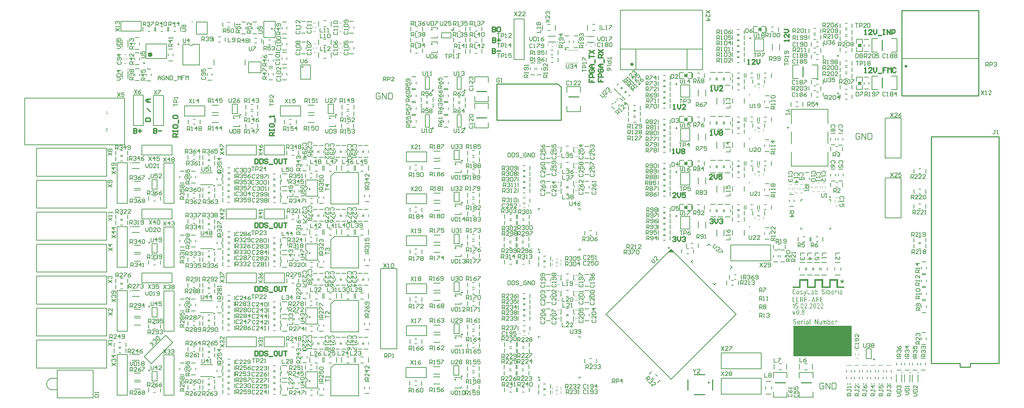
<source format=gto>
G04*
G04 #@! TF.GenerationSoftware,Altium Limited,Altium Designer,21.3.2 (30)*
G04*
G04 Layer_Color=439754*
%FSAX43Y43*%
%MOMM*%
G71*
G04*
G04 #@! TF.SameCoordinates,A5D7D915-5641-4F95-A411-C75C07C582E2*
G04*
G04*
G04 #@! TF.FilePolarity,Positive*
G04*
G01*
G75*
%ADD10C,0.100*%
%ADD11C,0.150*%
%ADD12C,0.250*%
%ADD13C,0.254*%
%ADD14C,0.200*%
%ADD15C,0.600*%
%ADD16C,0.400*%
%ADD17C,0.500*%
%ADD18C,0.127*%
%ADD19C,0.200*%
%ADD20C,0.203*%
%ADD21C,0.300*%
G36*
X0254186Y0150471D02*
X0252772D01*
X0253479Y0151178D01*
X0254186Y0150471D01*
D02*
G37*
G36*
X0298645Y0124450D02*
X0284055D01*
Y0132050D01*
X0298645D01*
Y0124450D01*
D02*
G37*
G36*
X0296410Y0141882D02*
X0296710D01*
X0296754D01*
X0296772D01*
Y0141510D01*
X0294841D01*
Y0141532D01*
Y0141554D01*
Y0141626D01*
Y0141827D01*
Y0141969D01*
X0294831Y0143269D01*
X0294841Y0143302D01*
X0294831Y0143313D01*
X0293388D01*
Y0141521D01*
X0293377Y0141510D01*
X0291148D01*
X0291137Y0141521D01*
Y0143313D01*
X0289651D01*
X0289640Y0143302D01*
Y0141510D01*
X0287422D01*
Y0143302D01*
X0287411Y0143313D01*
X0285892D01*
X0285881Y0143302D01*
Y0141521D01*
X0285871Y0141510D01*
X0283926D01*
Y0141871D01*
X0285499D01*
X0285510Y0141882D01*
Y0143674D01*
X0285532D01*
X0287783Y0143685D01*
X0287794Y0143674D01*
Y0141882D01*
X0287815D01*
X0289258Y0141871D01*
X0289269Y0141882D01*
X0289280Y0141893D01*
Y0143674D01*
X0289291Y0143685D01*
X0291498D01*
X0291509Y0143674D01*
Y0141882D01*
X0291520Y0141871D01*
X0292995D01*
X0293006Y0141882D01*
Y0143674D01*
X0293028D01*
X0295191Y0143685D01*
X0295213Y0143674D01*
Y0141882D01*
X0295235D01*
X0296410D01*
D02*
G37*
G36*
X0286888Y0133698D02*
X0286899Y0133697D01*
X0286911Y0133691D01*
X0286923Y0133684D01*
X0286933Y0133672D01*
X0286940Y0133657D01*
X0286944Y0133634D01*
Y0133568D01*
Y0133565D01*
X0286942Y0133558D01*
X0286940Y0133547D01*
X0286935Y0133535D01*
X0286928Y0133523D01*
X0286916Y0133513D01*
X0286900Y0133506D01*
X0286878Y0133502D01*
X0286874D01*
X0286867Y0133504D01*
X0286857Y0133506D01*
X0286845Y0133511D01*
X0286833Y0133518D01*
X0286822Y0133530D01*
X0286815Y0133546D01*
X0286812Y0133568D01*
Y0133634D01*
Y0133638D01*
X0286814Y0133644D01*
X0286815Y0133655D01*
X0286820Y0133667D01*
X0286827Y0133679D01*
X0286840Y0133690D01*
X0286855Y0133697D01*
X0286878Y0133700D01*
X0286881D01*
X0286888Y0133698D01*
D02*
G37*
G36*
X0284416D02*
X0284435D01*
X0284458Y0133697D01*
X0284482Y0133695D01*
X0284510Y0133691D01*
X0284567Y0133683D01*
X0284626Y0133669D01*
X0284681Y0133651D01*
X0284707Y0133639D01*
X0284732Y0133627D01*
X0284734Y0133625D01*
X0284737Y0133624D01*
X0284744Y0133618D01*
X0284751Y0133612D01*
X0284758Y0133603D01*
X0284765Y0133592D01*
X0284768Y0133582D01*
X0284770Y0133568D01*
Y0133566D01*
Y0133563D01*
X0284768Y0133558D01*
Y0133553D01*
X0284761Y0133537D01*
X0284758Y0133528D01*
X0284751Y0133521D01*
X0284747Y0133518D01*
X0284739Y0133513D01*
X0284723Y0133506D01*
X0284714Y0133504D01*
X0284706Y0133502D01*
X0284704D01*
X0284699Y0133504D01*
X0284688Y0133506D01*
X0284676Y0133509D01*
X0284675D01*
X0284669Y0133511D01*
X0284662Y0133514D01*
X0284650Y0133518D01*
X0284636Y0133523D01*
X0284621Y0133528D01*
X0284603Y0133533D01*
X0284583Y0133539D01*
X0284562Y0133544D01*
X0284537Y0133549D01*
X0284487Y0133559D01*
X0284433Y0133566D01*
X0284378Y0133568D01*
X0284364D01*
X0284348Y0133565D01*
X0284329Y0133561D01*
X0284309Y0133554D01*
X0284284Y0133544D01*
X0284262Y0133528D01*
X0284239Y0133509D01*
X0284237Y0133507D01*
X0284230Y0133499D01*
X0284222Y0133487D01*
X0284211Y0133471D01*
X0284199Y0133450D01*
X0284191Y0133426D01*
X0284184Y0133400D01*
X0284182Y0133370D01*
Y0133369D01*
Y0133365D01*
Y0133358D01*
X0284184Y0133351D01*
X0284185Y0133341D01*
X0284187Y0133329D01*
X0284196Y0133303D01*
X0284208Y0133275D01*
X0284217Y0133259D01*
X0284227Y0133245D01*
X0284239Y0133232D01*
X0284253Y0133218D01*
X0284269Y0133206D01*
X0284288Y0133195D01*
X0284657Y0133006D01*
X0284659Y0133004D01*
X0284666Y0133001D01*
X0284675Y0132996D01*
X0284685Y0132989D01*
X0284699Y0132978D01*
X0284714Y0132966D01*
X0284730Y0132951D01*
X0284747Y0132935D01*
X0284765Y0132916D01*
X0284780Y0132893D01*
X0284796Y0132869D01*
X0284810Y0132843D01*
X0284820Y0132814D01*
X0284831Y0132782D01*
X0284836Y0132749D01*
X0284838Y0132713D01*
Y0132711D01*
Y0132708D01*
Y0132699D01*
X0284836Y0132690D01*
X0284834Y0132678D01*
X0284832Y0132664D01*
X0284825Y0132633D01*
X0284813Y0132597D01*
X0284796Y0132558D01*
X0284786Y0132538D01*
X0284773Y0132519D01*
X0284758Y0132500D01*
X0284740Y0132480D01*
X0284739Y0132479D01*
X0284735Y0132477D01*
X0284730Y0132472D01*
X0284723Y0132465D01*
X0284714Y0132458D01*
X0284702Y0132451D01*
X0284690Y0132442D01*
X0284675Y0132434D01*
X0284642Y0132415D01*
X0284602Y0132401D01*
X0284557Y0132388D01*
X0284532Y0132387D01*
X0284508Y0132385D01*
X0284498D01*
X0284484Y0132387D01*
X0284466D01*
X0284446Y0132390D01*
X0284421Y0132392D01*
X0284393Y0132397D01*
X0284364Y0132402D01*
X0284331Y0132411D01*
X0284296Y0132420D01*
X0284260Y0132432D01*
X0284223Y0132446D01*
X0284187Y0132461D01*
X0284151Y0132480D01*
X0284114Y0132503D01*
X0284078Y0132527D01*
X0284076Y0132529D01*
X0284074Y0132531D01*
X0284069Y0132536D01*
X0284064Y0132543D01*
X0284055Y0132560D01*
X0284052Y0132571D01*
X0284050Y0132581D01*
Y0132583D01*
Y0132586D01*
X0284052Y0132591D01*
Y0132597D01*
X0284059Y0132612D01*
X0284062Y0132621D01*
X0284069Y0132628D01*
X0284071Y0132630D01*
X0284073Y0132631D01*
X0284081Y0132638D01*
X0284097Y0132643D01*
X0284106Y0132647D01*
X0284118D01*
X0284125Y0132645D01*
X0284137Y0132642D01*
X0284152Y0132635D01*
X0284156Y0132633D01*
X0284163Y0132628D01*
X0284177Y0132621D01*
X0284196Y0132611D01*
X0284222Y0132598D01*
X0284253Y0132583D01*
X0284289Y0132564D01*
X0284333Y0132545D01*
X0284335D01*
X0284336Y0132543D01*
X0284347Y0132541D01*
X0284364Y0132536D01*
X0284385Y0132531D01*
X0284411Y0132526D01*
X0284440Y0132522D01*
X0284473Y0132519D01*
X0284508Y0132517D01*
X0284511D01*
X0284522Y0132519D01*
X0284537Y0132520D01*
X0284557Y0132524D01*
X0284577Y0132531D01*
X0284602Y0132541D01*
X0284624Y0132555D01*
X0284647Y0132574D01*
X0284649Y0132578D01*
X0284655Y0132585D01*
X0284666Y0132597D01*
X0284676Y0132612D01*
X0284687Y0132633D01*
X0284697Y0132657D01*
X0284704Y0132683D01*
X0284706Y0132713D01*
Y0132715D01*
Y0132718D01*
Y0132725D01*
X0284704Y0132732D01*
X0284702Y0132742D01*
X0284701Y0132755D01*
X0284692Y0132781D01*
X0284680Y0132810D01*
X0284671Y0132824D01*
X0284659Y0132840D01*
X0284647Y0132853D01*
X0284633Y0132866D01*
X0284616Y0132879D01*
X0284596Y0132890D01*
X0284227Y0133079D01*
X0284225Y0133081D01*
X0284220Y0133084D01*
X0284211Y0133089D01*
X0284199Y0133096D01*
X0284185Y0133107D01*
X0284171Y0133119D01*
X0284156Y0133133D01*
X0284138Y0133150D01*
X0284123Y0133169D01*
X0284106Y0133190D01*
X0284092Y0133214D01*
X0284078Y0133240D01*
X0284066Y0133270D01*
X0284057Y0133301D01*
X0284052Y0133334D01*
X0284050Y0133370D01*
Y0133372D01*
Y0133376D01*
Y0133384D01*
X0284052Y0133393D01*
X0284053Y0133405D01*
X0284055Y0133419D01*
X0284062Y0133450D01*
X0284073Y0133487D01*
X0284090Y0133525D01*
X0284102Y0133546D01*
X0284114Y0133565D01*
X0284128Y0133584D01*
X0284145Y0133603D01*
X0284147Y0133605D01*
X0284151Y0133606D01*
X0284156Y0133612D01*
X0284163Y0133618D01*
X0284171Y0133625D01*
X0284184Y0133634D01*
X0284196Y0133643D01*
X0284211Y0133651D01*
X0284244Y0133669D01*
X0284284Y0133684D01*
X0284329Y0133697D01*
X0284354Y0133698D01*
X0284378Y0133700D01*
X0284400D01*
X0284416Y0133698D01*
D02*
G37*
G36*
X0294910Y0133304D02*
X0294920Y0133303D01*
X0294933Y0133298D01*
X0294945Y0133291D01*
X0294955Y0133278D01*
X0294962Y0133263D01*
X0294965Y0133240D01*
Y0133108D01*
Y0133105D01*
X0294964Y0133098D01*
X0294962Y0133088D01*
X0294957Y0133075D01*
X0294950Y0133063D01*
X0294938Y0133053D01*
X0294922Y0133046D01*
X0294900Y0133043D01*
X0294896D01*
X0294889Y0133044D01*
X0294879Y0133046D01*
X0294867Y0133051D01*
X0294854Y0133058D01*
X0294844Y0133070D01*
X0294837Y0133086D01*
X0294834Y0133108D01*
Y0133174D01*
X0294572D01*
Y0132449D01*
Y0132446D01*
X0294570Y0132439D01*
X0294568Y0132428D01*
X0294563Y0132418D01*
X0294556Y0132406D01*
X0294544Y0132395D01*
X0294528Y0132388D01*
X0294506Y0132385D01*
X0294502D01*
X0294495Y0132387D01*
X0294485Y0132388D01*
X0294473Y0132394D01*
X0294461Y0132401D01*
X0294450Y0132413D01*
X0294443Y0132428D01*
X0294440Y0132449D01*
Y0133240D01*
Y0133244D01*
X0294442Y0133251D01*
X0294443Y0133261D01*
X0294449Y0133273D01*
X0294455Y0133285D01*
X0294468Y0133296D01*
X0294483Y0133303D01*
X0294506Y0133306D01*
X0294903D01*
X0294910Y0133304D01*
D02*
G37*
G36*
X0286493Y0133304D02*
X0286503Y0133303D01*
X0286515Y0133298D01*
X0286527Y0133291D01*
X0286538Y0133278D01*
X0286545Y0133263D01*
X0286548Y0133240D01*
Y0133108D01*
Y0133105D01*
X0286546Y0133098D01*
X0286545Y0133088D01*
X0286539Y0133075D01*
X0286533Y0133063D01*
X0286520Y0133053D01*
X0286505Y0133046D01*
X0286482Y0133043D01*
X0286479D01*
X0286472Y0133044D01*
X0286461Y0133046D01*
X0286449Y0133051D01*
X0286437Y0133058D01*
X0286427Y0133070D01*
X0286420Y0133086D01*
X0286416Y0133108D01*
Y0133174D01*
X0286154D01*
Y0132449D01*
Y0132446D01*
X0286153Y0132439D01*
X0286151Y0132428D01*
X0286146Y0132418D01*
X0286139Y0132406D01*
X0286127Y0132395D01*
X0286111Y0132388D01*
X0286088Y0132385D01*
X0286085D01*
X0286078Y0132387D01*
X0286068Y0132388D01*
X0286055Y0132394D01*
X0286043Y0132401D01*
X0286033Y0132413D01*
X0286026Y0132428D01*
X0286022Y0132449D01*
Y0133240D01*
Y0133244D01*
X0286024Y0133251D01*
X0286026Y0133261D01*
X0286031Y0133273D01*
X0286038Y0133285D01*
X0286050Y0133296D01*
X0286066Y0133303D01*
X0286088Y0133306D01*
X0286486D01*
X0286493Y0133304D01*
D02*
G37*
G36*
X0295306Y0133173D02*
X0295316Y0133171D01*
X0295328Y0133166D01*
X0295340Y0133159D01*
X0295351Y0133147D01*
X0295358Y0133131D01*
X0295361Y0133108D01*
Y0133043D01*
Y0133039D01*
X0295359Y0133032D01*
X0295358Y0133022D01*
X0295352Y0133010D01*
X0295345Y0132997D01*
X0295333Y0132987D01*
X0295318Y0132980D01*
X0295295Y0132977D01*
X0295292D01*
X0295285Y0132978D01*
X0295274Y0132980D01*
X0295262Y0132985D01*
X0295250Y0132992D01*
X0295240Y0133004D01*
X0295233Y0133020D01*
X0295229Y0133043D01*
Y0133108D01*
Y0133112D01*
X0295231Y0133119D01*
X0295233Y0133129D01*
X0295238Y0133141D01*
X0295245Y0133154D01*
X0295257Y0133164D01*
X0295273Y0133171D01*
X0295295Y0133174D01*
X0295299D01*
X0295306Y0133173D01*
D02*
G37*
G36*
X0290174Y0133698D02*
X0290184Y0133697D01*
X0290196Y0133691D01*
X0290209Y0133684D01*
X0290219Y0133672D01*
X0290226Y0133657D01*
X0290229Y0133634D01*
Y0132449D01*
Y0132446D01*
X0290228Y0132439D01*
X0290226Y0132428D01*
X0290221Y0132418D01*
X0290214Y0132406D01*
X0290202Y0132395D01*
X0290186Y0132388D01*
X0290164Y0132385D01*
X0290157D01*
X0290150Y0132387D01*
X0290141Y0132388D01*
X0290132Y0132392D01*
X0290122Y0132399D01*
X0290113Y0132406D01*
X0290106Y0132416D01*
X0289574Y0133381D01*
Y0132449D01*
Y0132446D01*
X0289572Y0132439D01*
X0289570Y0132428D01*
X0289565Y0132418D01*
X0289558Y0132406D01*
X0289546Y0132395D01*
X0289530Y0132388D01*
X0289508Y0132385D01*
X0289504D01*
X0289497Y0132387D01*
X0289487Y0132388D01*
X0289475Y0132394D01*
X0289463Y0132401D01*
X0289452Y0132413D01*
X0289445Y0132428D01*
X0289442Y0132449D01*
Y0133634D01*
Y0133638D01*
X0289444Y0133644D01*
X0289445Y0133655D01*
X0289451Y0133667D01*
X0289457Y0133679D01*
X0289470Y0133690D01*
X0289485Y0133697D01*
X0289506Y0133700D01*
X0289513D01*
X0289520Y0133698D01*
X0289529Y0133695D01*
X0289539Y0133690D01*
X0289549Y0133683D01*
X0289560Y0133674D01*
X0289568Y0133660D01*
X0290098Y0132704D01*
Y0133634D01*
Y0133638D01*
X0290099Y0133644D01*
X0290101Y0133655D01*
X0290106Y0133667D01*
X0290113Y0133679D01*
X0290125Y0133690D01*
X0290141Y0133697D01*
X0290164Y0133700D01*
X0290167D01*
X0290174Y0133698D01*
D02*
G37*
G36*
X0291095Y0133304D02*
X0291106Y0133303D01*
X0291118Y0133298D01*
X0291130Y0133291D01*
X0291140Y0133278D01*
X0291147Y0133263D01*
X0291151Y0133240D01*
Y0132449D01*
Y0132446D01*
X0291149Y0132439D01*
X0291147Y0132428D01*
X0291142Y0132418D01*
X0291135Y0132406D01*
X0291123Y0132395D01*
X0291107Y0132388D01*
X0291085Y0132385D01*
X0290745D01*
X0290736Y0132387D01*
X0290727D01*
X0290715Y0132388D01*
X0290691Y0132394D01*
X0290661Y0132404D01*
X0290628Y0132416D01*
X0290597Y0132435D01*
X0290582Y0132446D01*
X0290568Y0132460D01*
Y0132461D01*
X0290564Y0132463D01*
X0290556Y0132473D01*
X0290543Y0132489D01*
X0290531Y0132512D01*
X0290517Y0132539D01*
X0290505Y0132571D01*
X0290497Y0132607D01*
X0290495Y0132626D01*
X0290493Y0132647D01*
Y0133240D01*
Y0133244D01*
X0290495Y0133251D01*
X0290497Y0133261D01*
X0290502Y0133273D01*
X0290509Y0133285D01*
X0290521Y0133296D01*
X0290536Y0133303D01*
X0290559Y0133306D01*
X0290563D01*
X0290569Y0133304D01*
X0290580Y0133303D01*
X0290592Y0133298D01*
X0290604Y0133291D01*
X0290615Y0133278D01*
X0290621Y0133263D01*
X0290625Y0133240D01*
Y0132647D01*
Y0132645D01*
Y0132638D01*
X0290627Y0132628D01*
X0290630Y0132616D01*
X0290634Y0132600D01*
X0290641Y0132586D01*
X0290651Y0132571D01*
X0290663Y0132555D01*
X0290665Y0132553D01*
X0290670Y0132550D01*
X0290679Y0132543D01*
X0290689Y0132536D01*
X0290703Y0132529D01*
X0290719Y0132522D01*
X0290736Y0132519D01*
X0290755Y0132517D01*
X0291019D01*
Y0133240D01*
Y0133244D01*
X0291021Y0133251D01*
X0291022Y0133261D01*
X0291027Y0133273D01*
X0291034Y0133285D01*
X0291047Y0133296D01*
X0291062Y0133303D01*
X0291085Y0133306D01*
X0291088D01*
X0291095Y0133304D01*
D02*
G37*
G36*
X0295306Y0132645D02*
X0295316Y0132643D01*
X0295328Y0132638D01*
X0295340Y0132631D01*
X0295351Y0132619D01*
X0295358Y0132604D01*
X0295361Y0132581D01*
Y0132515D01*
Y0132512D01*
X0295359Y0132505D01*
X0295358Y0132494D01*
X0295352Y0132484D01*
X0295345Y0132472D01*
X0295333Y0132461D01*
X0295318Y0132454D01*
X0295295Y0132451D01*
X0295292D01*
X0295285Y0132453D01*
X0295274Y0132454D01*
X0295262Y0132460D01*
X0295250Y0132467D01*
X0295240Y0132479D01*
X0295233Y0132494D01*
X0295229Y0132515D01*
Y0132581D01*
Y0132585D01*
X0295231Y0132591D01*
X0295233Y0132602D01*
X0295238Y0132614D01*
X0295245Y0132626D01*
X0295257Y0132637D01*
X0295273Y0132643D01*
X0295295Y0132647D01*
X0295299D01*
X0295306Y0132645D01*
D02*
G37*
G36*
X0293869Y0133304D02*
X0293881Y0133303D01*
X0293895Y0133301D01*
X0293928Y0133294D01*
X0293965Y0133284D01*
X0294004Y0133266D01*
X0294023Y0133256D01*
X0294043Y0133242D01*
X0294062Y0133228D01*
X0294081Y0133211D01*
X0294082Y0133209D01*
X0294084Y0133207D01*
X0294089Y0133200D01*
X0294096Y0133193D01*
X0294103Y0133185D01*
X0294110Y0133173D01*
X0294119Y0133160D01*
X0294129Y0133147D01*
X0294147Y0133112D01*
X0294161Y0133072D01*
X0294173Y0133027D01*
X0294174Y0133003D01*
X0294176Y0132977D01*
Y0132779D01*
X0293651D01*
Y0132647D01*
Y0132645D01*
Y0132638D01*
X0293652Y0132628D01*
X0293656Y0132616D01*
X0293659Y0132600D01*
X0293666Y0132586D01*
X0293677Y0132571D01*
X0293689Y0132555D01*
X0293690Y0132553D01*
X0293696Y0132550D01*
X0293704Y0132543D01*
X0293715Y0132536D01*
X0293729Y0132529D01*
X0293744Y0132522D01*
X0293762Y0132519D01*
X0293781Y0132517D01*
X0294114D01*
X0294121Y0132515D01*
X0294131Y0132513D01*
X0294143Y0132508D01*
X0294155Y0132501D01*
X0294166Y0132489D01*
X0294173Y0132473D01*
X0294176Y0132451D01*
Y0132447D01*
X0294174Y0132441D01*
X0294173Y0132430D01*
X0294167Y0132418D01*
X0294161Y0132406D01*
X0294148Y0132395D01*
X0294133Y0132388D01*
X0294110Y0132385D01*
X0293770D01*
X0293763Y0132387D01*
X0293742Y0132388D01*
X0293716Y0132394D01*
X0293687Y0132404D01*
X0293656Y0132416D01*
X0293624Y0132435D01*
X0293609Y0132446D01*
X0293595Y0132460D01*
Y0132461D01*
X0293592Y0132463D01*
X0293583Y0132473D01*
X0293571Y0132489D01*
X0293557Y0132512D01*
X0293543Y0132539D01*
X0293531Y0132571D01*
X0293522Y0132607D01*
X0293520Y0132626D01*
X0293519Y0132647D01*
Y0132977D01*
Y0132978D01*
Y0132984D01*
Y0132990D01*
X0293520Y0132999D01*
X0293522Y0133011D01*
X0293524Y0133025D01*
X0293531Y0133056D01*
X0293541Y0133093D01*
X0293559Y0133133D01*
X0293571Y0133152D01*
X0293583Y0133171D01*
X0293597Y0133190D01*
X0293614Y0133209D01*
X0293616Y0133211D01*
X0293619Y0133213D01*
X0293624Y0133218D01*
X0293631Y0133225D01*
X0293640Y0133232D01*
X0293652Y0133240D01*
X0293664Y0133249D01*
X0293680Y0133258D01*
X0293713Y0133275D01*
X0293753Y0133291D01*
X0293798Y0133303D01*
X0293822Y0133304D01*
X0293847Y0133306D01*
X0293860D01*
X0293869Y0133304D01*
D02*
G37*
G36*
X0292674Y0133698D02*
X0292684Y0133697D01*
X0292696Y0133691D01*
X0292708Y0133684D01*
X0292719Y0133672D01*
X0292726Y0133657D01*
X0292729Y0133634D01*
Y0133306D01*
X0293005D01*
X0293016Y0133304D01*
X0293029Y0133303D01*
X0293043Y0133299D01*
X0293076Y0133291D01*
X0293095Y0133284D01*
X0293114Y0133273D01*
X0293134Y0133263D01*
X0293151Y0133251D01*
X0293170Y0133235D01*
X0293187Y0133218D01*
X0293203Y0133197D01*
X0293219Y0133174D01*
X0293220Y0133171D01*
X0293224Y0133164D01*
X0293231Y0133152D01*
X0293238Y0133134D01*
X0293243Y0133115D01*
X0293250Y0133093D01*
X0293253Y0133069D01*
X0293255Y0133043D01*
Y0132647D01*
Y0132645D01*
Y0132642D01*
Y0132637D01*
X0293253Y0132628D01*
Y0132619D01*
X0293251Y0132607D01*
X0293246Y0132583D01*
X0293236Y0132553D01*
X0293222Y0132520D01*
X0293205Y0132489D01*
X0293193Y0132473D01*
X0293179Y0132460D01*
X0293175Y0132456D01*
X0293165Y0132447D01*
X0293149Y0132435D01*
X0293127Y0132423D01*
X0293099Y0132409D01*
X0293068Y0132397D01*
X0293031Y0132388D01*
X0293012Y0132387D01*
X0292991Y0132385D01*
X0292658D01*
X0292651Y0132387D01*
X0292641Y0132388D01*
X0292630Y0132394D01*
X0292618Y0132401D01*
X0292608Y0132413D01*
X0292601Y0132428D01*
X0292597Y0132449D01*
Y0133634D01*
Y0133638D01*
X0292599Y0133644D01*
X0292601Y0133655D01*
X0292606Y0133667D01*
X0292613Y0133679D01*
X0292625Y0133690D01*
X0292641Y0133697D01*
X0292663Y0133700D01*
X0292667D01*
X0292674Y0133698D01*
D02*
G37*
G36*
X0292089Y0133304D02*
X0292098D01*
X0292110Y0133303D01*
X0292136Y0133298D01*
X0292165Y0133287D01*
X0292197Y0133273D01*
X0292228Y0133256D01*
X0292244Y0133244D01*
X0292257Y0133230D01*
X0292259D01*
X0292261Y0133226D01*
X0292270Y0133216D01*
X0292282Y0133200D01*
X0292296Y0133178D01*
X0292309Y0133150D01*
X0292322Y0133119D01*
X0292330Y0133082D01*
X0292334Y0133063D01*
Y0133043D01*
Y0132449D01*
Y0132446D01*
X0292332Y0132439D01*
X0292330Y0132428D01*
X0292325Y0132418D01*
X0292318Y0132406D01*
X0292306Y0132395D01*
X0292290Y0132388D01*
X0292268Y0132385D01*
X0292264D01*
X0292257Y0132387D01*
X0292247Y0132388D01*
X0292235Y0132394D01*
X0292223Y0132401D01*
X0292212Y0132413D01*
X0292205Y0132428D01*
X0292202Y0132449D01*
Y0133043D01*
Y0133044D01*
Y0133051D01*
X0292200Y0133062D01*
X0292197Y0133075D01*
X0292193Y0133089D01*
X0292186Y0133105D01*
X0292176Y0133121D01*
X0292164Y0133136D01*
X0292162Y0133138D01*
X0292157Y0133141D01*
X0292148Y0133148D01*
X0292138Y0133155D01*
X0292124Y0133162D01*
X0292108Y0133169D01*
X0292091Y0133173D01*
X0292070Y0133174D01*
X0291940D01*
Y0132449D01*
Y0132446D01*
X0291938Y0132439D01*
X0291936Y0132428D01*
X0291931Y0132418D01*
X0291924Y0132406D01*
X0291912Y0132395D01*
X0291897Y0132388D01*
X0291874Y0132385D01*
X0291871D01*
X0291864Y0132387D01*
X0291853Y0132388D01*
X0291841Y0132394D01*
X0291829Y0132401D01*
X0291819Y0132413D01*
X0291812Y0132428D01*
X0291808Y0132449D01*
Y0133174D01*
X0291546D01*
Y0132449D01*
Y0132446D01*
X0291544Y0132439D01*
X0291543Y0132428D01*
X0291537Y0132418D01*
X0291531Y0132406D01*
X0291518Y0132395D01*
X0291503Y0132388D01*
X0291480Y0132385D01*
X0291477D01*
X0291470Y0132387D01*
X0291459Y0132388D01*
X0291447Y0132394D01*
X0291435Y0132401D01*
X0291425Y0132413D01*
X0291418Y0132428D01*
X0291414Y0132449D01*
Y0133240D01*
Y0133244D01*
X0291416Y0133251D01*
X0291418Y0133261D01*
X0291423Y0133273D01*
X0291430Y0133285D01*
X0291442Y0133296D01*
X0291458Y0133303D01*
X0291478Y0133306D01*
X0292080D01*
X0292089Y0133304D01*
D02*
G37*
G36*
X0288203Y0133698D02*
X0288214Y0133697D01*
X0288226Y0133691D01*
X0288238Y0133684D01*
X0288248Y0133672D01*
X0288255Y0133657D01*
X0288259Y0133634D01*
Y0132581D01*
Y0132579D01*
X0288260Y0132572D01*
X0288262Y0132564D01*
X0288267Y0132553D01*
X0288274Y0132543D01*
X0288286Y0132532D01*
X0288302Y0132522D01*
X0288323Y0132515D01*
X0288326D01*
X0288333Y0132512D01*
X0288344Y0132508D01*
X0288356Y0132501D01*
X0288368Y0132493D01*
X0288378Y0132482D01*
X0288385Y0132467D01*
X0288389Y0132449D01*
Y0132446D01*
X0288387Y0132439D01*
X0288385Y0132428D01*
X0288380Y0132418D01*
X0288373Y0132406D01*
X0288361Y0132395D01*
X0288345Y0132388D01*
X0288323Y0132385D01*
X0288319D01*
X0288309Y0132387D01*
X0288292Y0132388D01*
X0288273Y0132392D01*
X0288250Y0132397D01*
X0288226Y0132408D01*
X0288201Y0132420D01*
X0288181Y0132437D01*
X0288179Y0132439D01*
X0288172Y0132447D01*
X0288163Y0132458D01*
X0288155Y0132475D01*
X0288144Y0132494D01*
X0288135Y0132520D01*
X0288129Y0132548D01*
X0288127Y0132581D01*
Y0133634D01*
Y0133638D01*
X0288129Y0133644D01*
X0288130Y0133655D01*
X0288135Y0133667D01*
X0288142Y0133679D01*
X0288155Y0133690D01*
X0288170Y0133697D01*
X0288193Y0133700D01*
X0288196D01*
X0288203Y0133698D01*
D02*
G37*
G36*
X0287619Y0133304D02*
X0287638Y0133303D01*
X0287664Y0133298D01*
X0287693Y0133287D01*
X0287724Y0133273D01*
X0287756Y0133256D01*
X0287771Y0133244D01*
X0287785Y0133230D01*
X0287787D01*
X0287789Y0133226D01*
X0287797Y0133216D01*
X0287809Y0133200D01*
X0287825Y0133178D01*
X0287839Y0133150D01*
X0287851Y0133119D01*
X0287860Y0133082D01*
X0287863Y0133063D01*
Y0133043D01*
Y0132449D01*
Y0132446D01*
X0287861Y0132439D01*
X0287860Y0132428D01*
X0287854Y0132418D01*
X0287848Y0132406D01*
X0287835Y0132395D01*
X0287820Y0132388D01*
X0287797Y0132385D01*
X0287457D01*
X0287449Y0132387D01*
X0287440D01*
X0287428Y0132388D01*
X0287403Y0132394D01*
X0287374Y0132404D01*
X0287341Y0132416D01*
X0287310Y0132435D01*
X0287294Y0132446D01*
X0287280Y0132460D01*
Y0132461D01*
X0287277Y0132463D01*
X0287268Y0132473D01*
X0287256Y0132489D01*
X0287242Y0132512D01*
X0287228Y0132539D01*
X0287216Y0132571D01*
X0287207Y0132607D01*
X0287206Y0132626D01*
X0287204Y0132647D01*
Y0132650D01*
Y0132659D01*
X0287206Y0132673D01*
X0287209Y0132690D01*
X0287213Y0132711D01*
X0287218Y0132732D01*
X0287226Y0132756D01*
X0287239Y0132779D01*
X0287240Y0132781D01*
X0287242Y0132784D01*
X0287247Y0132791D01*
X0287252Y0132800D01*
X0287261Y0132810D01*
X0287270Y0132820D01*
X0287282Y0132833D01*
X0287296Y0132845D01*
X0287310Y0132857D01*
X0287327Y0132869D01*
X0287346Y0132879D01*
X0287367Y0132890D01*
X0287390Y0132899D01*
X0287414Y0132905D01*
X0287440Y0132909D01*
X0287468Y0132911D01*
X0287731D01*
Y0133043D01*
Y0133044D01*
Y0133051D01*
X0287730Y0133062D01*
X0287726Y0133075D01*
X0287723Y0133089D01*
X0287716Y0133105D01*
X0287705Y0133121D01*
X0287693Y0133136D01*
X0287691Y0133138D01*
X0287686Y0133141D01*
X0287678Y0133148D01*
X0287667Y0133155D01*
X0287653Y0133162D01*
X0287638Y0133169D01*
X0287620Y0133173D01*
X0287599Y0133174D01*
X0287332D01*
X0287325Y0133176D01*
X0287315Y0133178D01*
X0287303Y0133183D01*
X0287291Y0133190D01*
X0287280Y0133202D01*
X0287273Y0133218D01*
X0287270Y0133240D01*
Y0133244D01*
X0287272Y0133251D01*
X0287273Y0133261D01*
X0287279Y0133273D01*
X0287285Y0133285D01*
X0287298Y0133296D01*
X0287313Y0133303D01*
X0287336Y0133306D01*
X0287610D01*
X0287619Y0133304D01*
D02*
G37*
G36*
X0286888Y0133303D02*
X0286899Y0133301D01*
X0286911Y0133296D01*
X0286923Y0133289D01*
X0286933Y0133277D01*
X0286940Y0133261D01*
X0286944Y0133239D01*
Y0132449D01*
Y0132446D01*
X0286942Y0132439D01*
X0286940Y0132428D01*
X0286935Y0132418D01*
X0286928Y0132406D01*
X0286916Y0132395D01*
X0286900Y0132388D01*
X0286878Y0132385D01*
X0286874D01*
X0286867Y0132387D01*
X0286857Y0132388D01*
X0286845Y0132394D01*
X0286833Y0132401D01*
X0286822Y0132413D01*
X0286815Y0132428D01*
X0286812Y0132449D01*
Y0133239D01*
Y0133242D01*
X0286814Y0133249D01*
X0286815Y0133259D01*
X0286820Y0133271D01*
X0286827Y0133284D01*
X0286840Y0133294D01*
X0286855Y0133301D01*
X0286878Y0133304D01*
X0286881D01*
X0286888Y0133303D01*
D02*
G37*
G36*
X0285452Y0133304D02*
X0285464Y0133303D01*
X0285478Y0133301D01*
X0285511Y0133294D01*
X0285547Y0133284D01*
X0285587Y0133266D01*
X0285606Y0133256D01*
X0285625Y0133242D01*
X0285644Y0133228D01*
X0285663Y0133211D01*
X0285665Y0133209D01*
X0285667Y0133207D01*
X0285672Y0133200D01*
X0285679Y0133193D01*
X0285686Y0133185D01*
X0285693Y0133173D01*
X0285702Y0133160D01*
X0285712Y0133147D01*
X0285729Y0133112D01*
X0285743Y0133072D01*
X0285755Y0133027D01*
X0285757Y0133003D01*
X0285759Y0132977D01*
Y0132779D01*
X0285233D01*
Y0132647D01*
Y0132645D01*
Y0132638D01*
X0285235Y0132628D01*
X0285238Y0132616D01*
X0285242Y0132600D01*
X0285249Y0132586D01*
X0285259Y0132571D01*
X0285271Y0132555D01*
X0285273Y0132553D01*
X0285278Y0132550D01*
X0285287Y0132543D01*
X0285297Y0132536D01*
X0285311Y0132529D01*
X0285327Y0132522D01*
X0285344Y0132519D01*
X0285363Y0132517D01*
X0285696D01*
X0285703Y0132515D01*
X0285714Y0132513D01*
X0285726Y0132508D01*
X0285738Y0132501D01*
X0285748Y0132489D01*
X0285755Y0132473D01*
X0285759Y0132451D01*
Y0132447D01*
X0285757Y0132441D01*
X0285755Y0132430D01*
X0285750Y0132418D01*
X0285743Y0132406D01*
X0285731Y0132395D01*
X0285715Y0132388D01*
X0285693Y0132385D01*
X0285353D01*
X0285346Y0132387D01*
X0285325Y0132388D01*
X0285299Y0132394D01*
X0285270Y0132404D01*
X0285238Y0132416D01*
X0285207Y0132435D01*
X0285191Y0132446D01*
X0285178Y0132460D01*
Y0132461D01*
X0285174Y0132463D01*
X0285165Y0132473D01*
X0285153Y0132489D01*
X0285139Y0132512D01*
X0285126Y0132539D01*
X0285113Y0132571D01*
X0285105Y0132607D01*
X0285103Y0132626D01*
X0285101Y0132647D01*
Y0132977D01*
Y0132978D01*
Y0132984D01*
Y0132990D01*
X0285103Y0132999D01*
X0285105Y0133011D01*
X0285107Y0133025D01*
X0285113Y0133056D01*
X0285124Y0133093D01*
X0285141Y0133133D01*
X0285153Y0133152D01*
X0285165Y0133171D01*
X0285179Y0133190D01*
X0285197Y0133209D01*
X0285198Y0133211D01*
X0285202Y0133213D01*
X0285207Y0133218D01*
X0285214Y0133225D01*
X0285223Y0133232D01*
X0285235Y0133240D01*
X0285247Y0133249D01*
X0285263Y0133258D01*
X0285296Y0133275D01*
X0285336Y0133291D01*
X0285381Y0133303D01*
X0285405Y0133304D01*
X0285429Y0133306D01*
X0285443D01*
X0285452Y0133304D01*
D02*
G37*
G36*
X0295316Y0141216D02*
X0295326Y0141214D01*
X0295338Y0141209D01*
X0295351Y0141202D01*
X0295361Y0141190D01*
X0295368Y0141174D01*
X0295371Y0141152D01*
Y0141086D01*
Y0141082D01*
X0295370Y0141076D01*
X0295368Y0141065D01*
X0295363Y0141053D01*
X0295356Y0141041D01*
X0295344Y0141030D01*
X0295328Y0141023D01*
X0295305Y0141020D01*
X0295302D01*
X0295295Y0141022D01*
X0295285Y0141023D01*
X0295272Y0141029D01*
X0295260Y0141036D01*
X0295250Y0141048D01*
X0295243Y0141063D01*
X0295240Y0141086D01*
Y0141152D01*
Y0141155D01*
X0295241Y0141162D01*
X0295243Y0141173D01*
X0295248Y0141185D01*
X0295255Y0141197D01*
X0295267Y0141207D01*
X0295283Y0141214D01*
X0295305Y0141218D01*
X0295309D01*
X0295316Y0141216D01*
D02*
G37*
G36*
X0292290D02*
X0292301Y0141214D01*
X0292313Y0141209D01*
X0292325Y0141202D01*
X0292335Y0141190D01*
X0292342Y0141174D01*
X0292346Y0141152D01*
Y0141086D01*
Y0141082D01*
X0292344Y0141076D01*
X0292342Y0141065D01*
X0292337Y0141053D01*
X0292330Y0141041D01*
X0292318Y0141030D01*
X0292302Y0141023D01*
X0292280Y0141020D01*
X0292276D01*
X0292270Y0141022D01*
X0292259Y0141023D01*
X0292247Y0141029D01*
X0292235Y0141036D01*
X0292224Y0141048D01*
X0292217Y0141063D01*
X0292214Y0141086D01*
Y0141152D01*
Y0141155D01*
X0292216Y0141162D01*
X0292217Y0141173D01*
X0292223Y0141185D01*
X0292230Y0141197D01*
X0292242Y0141207D01*
X0292257Y0141214D01*
X0292280Y0141218D01*
X0292283D01*
X0292290Y0141216D01*
D02*
G37*
G36*
X0291529D02*
X0291548D01*
X0291570Y0141214D01*
X0291595Y0141213D01*
X0291622Y0141209D01*
X0291680Y0141200D01*
X0291739Y0141187D01*
X0291794Y0141169D01*
X0291820Y0141157D01*
X0291844Y0141145D01*
X0291846Y0141143D01*
X0291850Y0141141D01*
X0291857Y0141136D01*
X0291864Y0141129D01*
X0291870Y0141121D01*
X0291877Y0141110D01*
X0291881Y0141100D01*
X0291883Y0141086D01*
Y0141084D01*
Y0141081D01*
X0291881Y0141076D01*
Y0141070D01*
X0291874Y0141055D01*
X0291870Y0141046D01*
X0291864Y0141039D01*
X0291860Y0141036D01*
X0291851Y0141030D01*
X0291836Y0141023D01*
X0291827Y0141022D01*
X0291818Y0141020D01*
X0291817D01*
X0291811Y0141022D01*
X0291801Y0141023D01*
X0291789Y0141027D01*
X0291787D01*
X0291782Y0141029D01*
X0291775Y0141032D01*
X0291763Y0141036D01*
X0291749Y0141041D01*
X0291733Y0141046D01*
X0291716Y0141051D01*
X0291695Y0141056D01*
X0291674Y0141062D01*
X0291650Y0141067D01*
X0291600Y0141077D01*
X0291546Y0141084D01*
X0291491Y0141086D01*
X0291477D01*
X0291461Y0141082D01*
X0291442Y0141079D01*
X0291421Y0141072D01*
X0291397Y0141062D01*
X0291374Y0141046D01*
X0291352Y0141027D01*
X0291350Y0141025D01*
X0291343Y0141017D01*
X0291334Y0141004D01*
X0291324Y0140989D01*
X0291312Y0140968D01*
X0291303Y0140944D01*
X0291296Y0140918D01*
X0291295Y0140888D01*
Y0140886D01*
Y0140883D01*
Y0140876D01*
X0291296Y0140869D01*
X0291298Y0140859D01*
X0291300Y0140847D01*
X0291308Y0140821D01*
X0291321Y0140793D01*
X0291329Y0140777D01*
X0291340Y0140763D01*
X0291352Y0140749D01*
X0291366Y0140736D01*
X0291381Y0140723D01*
X0291400Y0140713D01*
X0291770Y0140524D01*
X0291772Y0140522D01*
X0291779Y0140519D01*
X0291787Y0140513D01*
X0291798Y0140507D01*
X0291811Y0140496D01*
X0291827Y0140484D01*
X0291843Y0140468D01*
X0291860Y0140453D01*
X0291877Y0140434D01*
X0291893Y0140411D01*
X0291909Y0140387D01*
X0291923Y0140361D01*
X0291933Y0140331D01*
X0291943Y0140300D01*
X0291949Y0140267D01*
X0291950Y0140231D01*
Y0140229D01*
Y0140225D01*
Y0140217D01*
X0291949Y0140208D01*
X0291947Y0140196D01*
X0291945Y0140182D01*
X0291938Y0140151D01*
X0291926Y0140114D01*
X0291909Y0140076D01*
X0291898Y0140055D01*
X0291886Y0140036D01*
X0291870Y0140017D01*
X0291853Y0139998D01*
X0291851Y0139996D01*
X0291848Y0139995D01*
X0291843Y0139990D01*
X0291836Y0139983D01*
X0291827Y0139976D01*
X0291815Y0139969D01*
X0291803Y0139960D01*
X0291787Y0139951D01*
X0291754Y0139932D01*
X0291714Y0139918D01*
X0291669Y0139906D01*
X0291645Y0139905D01*
X0291621Y0139903D01*
X0291610D01*
X0291596Y0139905D01*
X0291579D01*
X0291558Y0139908D01*
X0291534Y0139910D01*
X0291506Y0139915D01*
X0291477Y0139920D01*
X0291444Y0139929D01*
X0291409Y0139937D01*
X0291373Y0139950D01*
X0291336Y0139964D01*
X0291300Y0139979D01*
X0291263Y0139998D01*
X0291227Y0140021D01*
X0291190Y0140045D01*
X0291189Y0140047D01*
X0291187Y0140049D01*
X0291182Y0140054D01*
X0291177Y0140061D01*
X0291168Y0140078D01*
X0291164Y0140088D01*
X0291163Y0140099D01*
Y0140101D01*
Y0140104D01*
X0291164Y0140109D01*
Y0140114D01*
X0291171Y0140130D01*
X0291175Y0140139D01*
X0291182Y0140146D01*
X0291184Y0140147D01*
X0291185Y0140149D01*
X0291194Y0140156D01*
X0291210Y0140161D01*
X0291218Y0140165D01*
X0291230D01*
X0291237Y0140163D01*
X0291249Y0140160D01*
X0291265Y0140153D01*
X0291268Y0140151D01*
X0291275Y0140146D01*
X0291289Y0140139D01*
X0291308Y0140128D01*
X0291334Y0140116D01*
X0291366Y0140101D01*
X0291402Y0140081D01*
X0291445Y0140062D01*
X0291447D01*
X0291449Y0140061D01*
X0291459Y0140059D01*
X0291477Y0140054D01*
X0291497Y0140049D01*
X0291523Y0140043D01*
X0291553Y0140040D01*
X0291586Y0140036D01*
X0291621Y0140035D01*
X0291624D01*
X0291635Y0140036D01*
X0291650Y0140038D01*
X0291669Y0140042D01*
X0291690Y0140049D01*
X0291714Y0140059D01*
X0291737Y0140073D01*
X0291759Y0140092D01*
X0291761Y0140095D01*
X0291768Y0140102D01*
X0291779Y0140114D01*
X0291789Y0140130D01*
X0291799Y0140151D01*
X0291810Y0140175D01*
X0291817Y0140201D01*
X0291818Y0140231D01*
Y0140232D01*
Y0140236D01*
Y0140243D01*
X0291817Y0140250D01*
X0291815Y0140260D01*
X0291813Y0140272D01*
X0291805Y0140298D01*
X0291792Y0140328D01*
X0291784Y0140342D01*
X0291772Y0140357D01*
X0291759Y0140371D01*
X0291746Y0140383D01*
X0291728Y0140397D01*
X0291709Y0140408D01*
X0291340Y0140597D01*
X0291338Y0140598D01*
X0291333Y0140602D01*
X0291324Y0140607D01*
X0291312Y0140614D01*
X0291298Y0140624D01*
X0291284Y0140637D01*
X0291268Y0140650D01*
X0291251Y0140668D01*
X0291236Y0140687D01*
X0291218Y0140708D01*
X0291204Y0140732D01*
X0291190Y0140758D01*
X0291178Y0140788D01*
X0291170Y0140819D01*
X0291164Y0140852D01*
X0291163Y0140888D01*
Y0140890D01*
Y0140893D01*
Y0140902D01*
X0291164Y0140911D01*
X0291166Y0140923D01*
X0291168Y0140937D01*
X0291175Y0140968D01*
X0291185Y0141004D01*
X0291203Y0141043D01*
X0291215Y0141063D01*
X0291227Y0141082D01*
X0291241Y0141102D01*
X0291258Y0141121D01*
X0291260Y0141122D01*
X0291263Y0141124D01*
X0291268Y0141129D01*
X0291275Y0141136D01*
X0291284Y0141143D01*
X0291296Y0141152D01*
X0291308Y0141161D01*
X0291324Y0141169D01*
X0291357Y0141187D01*
X0291397Y0141202D01*
X0291442Y0141214D01*
X0291466Y0141216D01*
X0291491Y0141218D01*
X0291513D01*
X0291529Y0141216D01*
D02*
G37*
G36*
X0286085Y0140820D02*
X0286099D01*
X0286113Y0140819D01*
X0286130Y0140815D01*
X0286149Y0140814D01*
X0286189Y0140805D01*
X0286234Y0140791D01*
X0286279Y0140772D01*
X0286300Y0140762D01*
X0286323Y0140748D01*
X0286324Y0140746D01*
X0286328Y0140744D01*
X0286333Y0140739D01*
X0286340Y0140732D01*
X0286352Y0140715D01*
X0286355Y0140703D01*
X0286357Y0140690D01*
Y0140689D01*
Y0140687D01*
X0286355Y0140675D01*
X0286349Y0140659D01*
X0286345Y0140652D01*
X0286338Y0140644D01*
X0286335Y0140640D01*
X0286326Y0140635D01*
X0286310Y0140628D01*
X0286302Y0140626D01*
X0286291Y0140624D01*
X0286288D01*
X0286281Y0140626D01*
X0286272Y0140628D01*
X0286262Y0140633D01*
X0286260D01*
X0286258Y0140635D01*
X0286253Y0140638D01*
X0286244Y0140642D01*
X0286236Y0140647D01*
X0286225Y0140650D01*
X0286201Y0140663D01*
X0286172Y0140673D01*
X0286137Y0140682D01*
X0286100Y0140689D01*
X0286061Y0140690D01*
X0286045D01*
X0286035Y0140689D01*
X0286022Y0140687D01*
X0286009Y0140685D01*
X0285979Y0140678D01*
X0285950Y0140666D01*
X0285936Y0140659D01*
X0285924Y0140649D01*
X0285913Y0140637D01*
X0285904Y0140624D01*
X0285899Y0140609D01*
X0285897Y0140592D01*
Y0140588D01*
X0285899Y0140581D01*
X0285901Y0140571D01*
X0285904Y0140559D01*
X0285911Y0140543D01*
X0285920Y0140529D01*
X0285934Y0140515D01*
X0285951Y0140505D01*
X0286291Y0140340D01*
X0286293D01*
X0286297Y0140336D01*
X0286303Y0140333D01*
X0286312Y0140328D01*
X0286333Y0140312D01*
X0286357Y0140290D01*
X0286382Y0140260D01*
X0286392Y0140245D01*
X0286402Y0140225D01*
X0286411Y0140205D01*
X0286418Y0140182D01*
X0286421Y0140158D01*
X0286423Y0140132D01*
Y0140130D01*
Y0140127D01*
Y0140120D01*
X0286421Y0140113D01*
X0286420Y0140102D01*
X0286418Y0140090D01*
X0286411Y0140064D01*
X0286401Y0140036D01*
X0286383Y0140005D01*
X0286373Y0139991D01*
X0286361Y0139977D01*
X0286347Y0139965D01*
X0286329Y0139953D01*
X0286328D01*
X0286326Y0139951D01*
X0286321Y0139948D01*
X0286316Y0139946D01*
X0286297Y0139937D01*
X0286272Y0139929D01*
X0286243Y0139918D01*
X0286208Y0139911D01*
X0286166Y0139905D01*
X0286121Y0139903D01*
X0286102D01*
X0286090Y0139905D01*
X0286073D01*
X0286055Y0139906D01*
X0286035Y0139910D01*
X0286010Y0139911D01*
X0285960Y0139920D01*
X0285908Y0139934D01*
X0285854Y0139951D01*
X0285804Y0139976D01*
X0285802Y0139977D01*
X0285799Y0139979D01*
X0285792Y0139984D01*
X0285785Y0139991D01*
X0285778Y0140000D01*
X0285771Y0140009D01*
X0285767Y0140021D01*
X0285766Y0140035D01*
Y0140036D01*
Y0140040D01*
X0285767Y0140050D01*
X0285774Y0140064D01*
X0285778Y0140073D01*
X0285785Y0140080D01*
X0285786Y0140081D01*
X0285788Y0140083D01*
X0285799Y0140090D01*
X0285812Y0140095D01*
X0285823Y0140099D01*
X0285840D01*
X0285849Y0140097D01*
X0285858Y0140095D01*
X0285859D01*
X0285863Y0140092D01*
X0285871Y0140088D01*
X0285882Y0140085D01*
X0285894Y0140080D01*
X0285910Y0140073D01*
X0285929Y0140066D01*
X0285951Y0140057D01*
X0285953D01*
X0285955Y0140055D01*
X0285960D01*
X0285967Y0140054D01*
X0285984Y0140050D01*
X0286007Y0140047D01*
X0286033Y0140042D01*
X0286062Y0140038D01*
X0286094Y0140036D01*
X0286125Y0140035D01*
X0286140D01*
X0286151Y0140036D01*
X0286163Y0140038D01*
X0286177Y0140040D01*
X0286208Y0140047D01*
X0286239Y0140059D01*
X0286253Y0140066D01*
X0286265Y0140076D01*
X0286276Y0140087D01*
X0286284Y0140101D01*
X0286290Y0140114D01*
X0286291Y0140132D01*
Y0140135D01*
Y0140142D01*
X0286288Y0140153D01*
X0286284Y0140166D01*
X0286277Y0140182D01*
X0286269Y0140196D01*
X0286255Y0140210D01*
X0286236Y0140222D01*
X0285899Y0140385D01*
X0285897D01*
X0285894Y0140389D01*
X0285887Y0140392D01*
X0285878Y0140397D01*
X0285858Y0140413D01*
X0285833Y0140434D01*
X0285819Y0140448D01*
X0285807Y0140463D01*
X0285797Y0140480D01*
X0285786Y0140498D01*
X0285778Y0140519D01*
X0285771Y0140541D01*
X0285767Y0140565D01*
X0285766Y0140592D01*
Y0140593D01*
Y0140597D01*
Y0140602D01*
X0285767Y0140611D01*
X0285771Y0140631D01*
X0285778Y0140657D01*
X0285788Y0140685D01*
X0285806Y0140715D01*
X0285816Y0140729D01*
X0285828Y0140742D01*
X0285844Y0140756D01*
X0285859Y0140768D01*
X0285861D01*
X0285863Y0140770D01*
X0285868Y0140774D01*
X0285873Y0140777D01*
X0285892Y0140786D01*
X0285915Y0140796D01*
X0285944Y0140805D01*
X0285979Y0140814D01*
X0286017Y0140820D01*
X0286061Y0140822D01*
X0286074D01*
X0286085Y0140820D01*
D02*
G37*
G36*
X0294920Y0140822D02*
X0294931Y0140821D01*
X0294943Y0140815D01*
X0294955Y0140808D01*
X0294965Y0140796D01*
X0294972Y0140781D01*
X0294976Y0140758D01*
Y0140626D01*
Y0140623D01*
X0294974Y0140616D01*
X0294972Y0140605D01*
X0294967Y0140593D01*
X0294960Y0140581D01*
X0294948Y0140571D01*
X0294932Y0140564D01*
X0294910Y0140560D01*
X0294906D01*
X0294899Y0140562D01*
X0294889Y0140564D01*
X0294877Y0140569D01*
X0294865Y0140576D01*
X0294854Y0140588D01*
X0294847Y0140604D01*
X0294844Y0140626D01*
Y0140692D01*
X0294582D01*
Y0139967D01*
Y0139964D01*
X0294580Y0139957D01*
X0294579Y0139946D01*
X0294573Y0139936D01*
X0294566Y0139924D01*
X0294554Y0139913D01*
X0294539Y0139906D01*
X0294516Y0139903D01*
X0294513D01*
X0294506Y0139905D01*
X0294495Y0139906D01*
X0294483Y0139911D01*
X0294471Y0139918D01*
X0294461Y0139931D01*
X0294454Y0139946D01*
X0294450Y0139967D01*
Y0140758D01*
Y0140762D01*
X0294452Y0140768D01*
X0294454Y0140779D01*
X0294459Y0140791D01*
X0294466Y0140803D01*
X0294478Y0140814D01*
X0294494Y0140821D01*
X0294516Y0140824D01*
X0294913D01*
X0294920Y0140822D01*
D02*
G37*
G36*
X0287289Y0140822D02*
X0287299Y0140820D01*
X0287311Y0140815D01*
X0287324Y0140808D01*
X0287334Y0140796D01*
X0287341Y0140781D01*
X0287344Y0140758D01*
Y0140756D01*
Y0140751D01*
X0287343Y0140744D01*
X0287341Y0140737D01*
X0286947Y0139554D01*
Y0139552D01*
X0286944Y0139547D01*
X0286940Y0139540D01*
X0286935Y0139532D01*
X0286926Y0139523D01*
X0286914Y0139516D01*
X0286902Y0139511D01*
X0286885Y0139509D01*
X0286749D01*
X0286742Y0139511D01*
X0286732Y0139512D01*
X0286720Y0139518D01*
X0286708Y0139525D01*
X0286697Y0139537D01*
X0286690Y0139552D01*
X0286687Y0139575D01*
Y0139577D01*
X0286689Y0139584D01*
X0286690Y0139592D01*
X0286694Y0139603D01*
X0286701Y0139615D01*
X0286709Y0139625D01*
X0286723Y0139634D01*
X0286741Y0139639D01*
X0286748D01*
X0286756Y0139641D01*
X0286836D01*
X0286947Y0139969D01*
X0286692Y0140737D01*
Y0140739D01*
X0286690Y0140744D01*
X0286689Y0140751D01*
X0286687Y0140758D01*
Y0140762D01*
X0286689Y0140768D01*
X0286690Y0140779D01*
X0286695Y0140791D01*
X0286702Y0140803D01*
X0286715Y0140814D01*
X0286730Y0140820D01*
X0286753Y0140824D01*
X0286761D01*
X0286768Y0140822D01*
X0286779Y0140819D01*
X0286789Y0140814D01*
X0286800Y0140805D01*
X0286808Y0140794D01*
X0286815Y0140779D01*
X0287016Y0140177D01*
X0287216Y0140779D01*
Y0140781D01*
X0287219Y0140786D01*
X0287223Y0140793D01*
X0287230Y0140801D01*
X0287238Y0140810D01*
X0287249Y0140817D01*
X0287263Y0140822D01*
X0287278Y0140824D01*
X0287282D01*
X0287289Y0140822D01*
D02*
G37*
G36*
X0296046Y0140822D02*
X0296065Y0140821D01*
X0296091Y0140815D01*
X0296121Y0140805D01*
X0296152Y0140791D01*
X0296183Y0140774D01*
X0296199Y0140762D01*
X0296213Y0140748D01*
X0296214D01*
X0296216Y0140744D01*
X0296225Y0140734D01*
X0296237Y0140718D01*
X0296253Y0140696D01*
X0296267Y0140668D01*
X0296279Y0140637D01*
X0296287Y0140600D01*
X0296291Y0140581D01*
Y0140560D01*
Y0139967D01*
Y0139964D01*
X0296289Y0139957D01*
X0296287Y0139946D01*
X0296282Y0139936D01*
X0296275Y0139924D01*
X0296263Y0139913D01*
X0296247Y0139906D01*
X0296225Y0139903D01*
X0295885D01*
X0295876Y0139905D01*
X0295867D01*
X0295855Y0139906D01*
X0295831Y0139911D01*
X0295802Y0139922D01*
X0295769Y0139934D01*
X0295737Y0139953D01*
X0295722Y0139964D01*
X0295708Y0139977D01*
Y0139979D01*
X0295704Y0139981D01*
X0295696Y0139991D01*
X0295684Y0140007D01*
X0295670Y0140029D01*
X0295656Y0140057D01*
X0295644Y0140088D01*
X0295635Y0140125D01*
X0295633Y0140144D01*
X0295632Y0140165D01*
Y0140168D01*
Y0140177D01*
X0295633Y0140191D01*
X0295637Y0140208D01*
X0295640Y0140229D01*
X0295645Y0140250D01*
X0295654Y0140274D01*
X0295666Y0140297D01*
X0295668Y0140298D01*
X0295670Y0140302D01*
X0295675Y0140309D01*
X0295680Y0140317D01*
X0295689Y0140328D01*
X0295697Y0140338D01*
X0295710Y0140350D01*
X0295724Y0140363D01*
X0295737Y0140375D01*
X0295755Y0140387D01*
X0295774Y0140397D01*
X0295795Y0140408D01*
X0295817Y0140416D01*
X0295841Y0140423D01*
X0295867Y0140427D01*
X0295895Y0140428D01*
X0296159D01*
Y0140560D01*
Y0140562D01*
Y0140569D01*
X0296157Y0140579D01*
X0296154Y0140593D01*
X0296150Y0140607D01*
X0296143Y0140623D01*
X0296133Y0140638D01*
X0296121Y0140654D01*
X0296119Y0140656D01*
X0296114Y0140659D01*
X0296105Y0140666D01*
X0296095Y0140673D01*
X0296081Y0140680D01*
X0296065Y0140687D01*
X0296048Y0140690D01*
X0296027Y0140692D01*
X0295760D01*
X0295753Y0140694D01*
X0295743Y0140696D01*
X0295730Y0140701D01*
X0295718Y0140708D01*
X0295708Y0140720D01*
X0295701Y0140736D01*
X0295697Y0140758D01*
Y0140762D01*
X0295699Y0140768D01*
X0295701Y0140779D01*
X0295706Y0140791D01*
X0295713Y0140803D01*
X0295725Y0140814D01*
X0295741Y0140821D01*
X0295763Y0140824D01*
X0296038D01*
X0296046Y0140822D01*
D02*
G37*
G36*
X0295316Y0140821D02*
X0295326Y0140819D01*
X0295338Y0140814D01*
X0295351Y0140807D01*
X0295361Y0140794D01*
X0295368Y0140779D01*
X0295371Y0140756D01*
Y0139967D01*
Y0139964D01*
X0295370Y0139957D01*
X0295368Y0139946D01*
X0295363Y0139936D01*
X0295356Y0139924D01*
X0295344Y0139913D01*
X0295328Y0139906D01*
X0295305Y0139903D01*
X0295302D01*
X0295295Y0139905D01*
X0295285Y0139906D01*
X0295272Y0139911D01*
X0295260Y0139918D01*
X0295250Y0139931D01*
X0295243Y0139946D01*
X0295240Y0139967D01*
Y0140756D01*
Y0140760D01*
X0295241Y0140767D01*
X0295243Y0140777D01*
X0295248Y0140789D01*
X0295255Y0140801D01*
X0295267Y0140812D01*
X0295283Y0140819D01*
X0295305Y0140822D01*
X0295309D01*
X0295316Y0140821D01*
D02*
G37*
G36*
X0293879Y0140822D02*
X0293892Y0140821D01*
X0293905Y0140819D01*
X0293938Y0140812D01*
X0293975Y0140801D01*
X0294015Y0140784D01*
X0294034Y0140774D01*
X0294053Y0140760D01*
X0294072Y0140746D01*
X0294091Y0140729D01*
X0294093Y0140727D01*
X0294095Y0140725D01*
X0294100Y0140718D01*
X0294107Y0140711D01*
X0294114Y0140703D01*
X0294121Y0140690D01*
X0294129Y0140678D01*
X0294140Y0140664D01*
X0294157Y0140630D01*
X0294171Y0140590D01*
X0294183Y0140545D01*
X0294185Y0140520D01*
X0294186Y0140494D01*
Y0140297D01*
X0293661D01*
Y0140165D01*
Y0140163D01*
Y0140156D01*
X0293663Y0140146D01*
X0293666Y0140134D01*
X0293669Y0140118D01*
X0293676Y0140104D01*
X0293687Y0140088D01*
X0293699Y0140073D01*
X0293701Y0140071D01*
X0293706Y0140068D01*
X0293715Y0140061D01*
X0293725Y0140054D01*
X0293739Y0140047D01*
X0293754Y0140040D01*
X0293772Y0140036D01*
X0293791Y0140035D01*
X0294124D01*
X0294131Y0140033D01*
X0294141Y0140031D01*
X0294154Y0140026D01*
X0294166Y0140019D01*
X0294176Y0140007D01*
X0294183Y0139991D01*
X0294186Y0139969D01*
Y0139965D01*
X0294185Y0139958D01*
X0294183Y0139948D01*
X0294178Y0139936D01*
X0294171Y0139924D01*
X0294159Y0139913D01*
X0294143Y0139906D01*
X0294121Y0139903D01*
X0293781D01*
X0293774Y0139905D01*
X0293753Y0139906D01*
X0293727Y0139911D01*
X0293697Y0139922D01*
X0293666Y0139934D01*
X0293635Y0139953D01*
X0293619Y0139964D01*
X0293605Y0139977D01*
Y0139979D01*
X0293602Y0139981D01*
X0293593Y0139991D01*
X0293581Y0140007D01*
X0293567Y0140029D01*
X0293553Y0140057D01*
X0293541Y0140088D01*
X0293532Y0140125D01*
X0293531Y0140144D01*
X0293529Y0140165D01*
Y0140494D01*
Y0140496D01*
Y0140501D01*
Y0140508D01*
X0293531Y0140517D01*
X0293532Y0140529D01*
X0293534Y0140543D01*
X0293541Y0140574D01*
X0293552Y0140611D01*
X0293569Y0140650D01*
X0293581Y0140670D01*
X0293593Y0140689D01*
X0293607Y0140708D01*
X0293624Y0140727D01*
X0293626Y0140729D01*
X0293630Y0140730D01*
X0293635Y0140736D01*
X0293642Y0140742D01*
X0293650Y0140749D01*
X0293663Y0140758D01*
X0293675Y0140767D01*
X0293690Y0140775D01*
X0293723Y0140793D01*
X0293763Y0140808D01*
X0293808Y0140821D01*
X0293833Y0140822D01*
X0293857Y0140824D01*
X0293871D01*
X0293879Y0140822D01*
D02*
G37*
G36*
X0292684Y0141216D02*
X0292695Y0141214D01*
X0292707Y0141209D01*
X0292719Y0141202D01*
X0292729Y0141190D01*
X0292736Y0141174D01*
X0292740Y0141152D01*
Y0140824D01*
X0293015D01*
X0293026Y0140822D01*
X0293040Y0140821D01*
X0293054Y0140817D01*
X0293087Y0140808D01*
X0293106Y0140801D01*
X0293125Y0140791D01*
X0293144Y0140781D01*
X0293161Y0140768D01*
X0293180Y0140753D01*
X0293198Y0140736D01*
X0293213Y0140715D01*
X0293229Y0140692D01*
X0293231Y0140689D01*
X0293234Y0140682D01*
X0293241Y0140670D01*
X0293248Y0140652D01*
X0293253Y0140633D01*
X0293260Y0140611D01*
X0293264Y0140586D01*
X0293265Y0140560D01*
Y0140165D01*
Y0140163D01*
Y0140160D01*
Y0140154D01*
X0293264Y0140146D01*
Y0140137D01*
X0293262Y0140125D01*
X0293257Y0140101D01*
X0293246Y0140071D01*
X0293232Y0140038D01*
X0293215Y0140007D01*
X0293203Y0139991D01*
X0293189Y0139977D01*
X0293185Y0139974D01*
X0293175Y0139965D01*
X0293159Y0139953D01*
X0293137Y0139941D01*
X0293109Y0139927D01*
X0293078Y0139915D01*
X0293041Y0139906D01*
X0293022Y0139905D01*
X0293002Y0139903D01*
X0292668D01*
X0292662Y0139905D01*
X0292651Y0139906D01*
X0292641Y0139911D01*
X0292629Y0139918D01*
X0292618Y0139931D01*
X0292611Y0139946D01*
X0292608Y0139967D01*
Y0141152D01*
Y0141155D01*
X0292609Y0141162D01*
X0292611Y0141173D01*
X0292616Y0141185D01*
X0292623Y0141197D01*
X0292636Y0141207D01*
X0292651Y0141214D01*
X0292674Y0141218D01*
X0292677D01*
X0292684Y0141216D01*
D02*
G37*
G36*
X0292290Y0140821D02*
X0292301Y0140819D01*
X0292313Y0140814D01*
X0292325Y0140807D01*
X0292335Y0140794D01*
X0292342Y0140779D01*
X0292346Y0140756D01*
Y0139967D01*
Y0139964D01*
X0292344Y0139957D01*
X0292342Y0139946D01*
X0292337Y0139936D01*
X0292330Y0139924D01*
X0292318Y0139913D01*
X0292302Y0139906D01*
X0292280Y0139903D01*
X0292276D01*
X0292270Y0139905D01*
X0292259Y0139906D01*
X0292247Y0139911D01*
X0292235Y0139918D01*
X0292224Y0139931D01*
X0292217Y0139946D01*
X0292214Y0139967D01*
Y0140756D01*
Y0140760D01*
X0292216Y0140767D01*
X0292217Y0140777D01*
X0292223Y0140789D01*
X0292230Y0140801D01*
X0292242Y0140812D01*
X0292257Y0140819D01*
X0292280Y0140822D01*
X0292283D01*
X0292290Y0140821D01*
D02*
G37*
G36*
X0289528Y0141216D02*
X0289539Y0141214D01*
X0289551Y0141209D01*
X0289563Y0141202D01*
X0289574Y0141190D01*
X0289581Y0141174D01*
X0289584Y0141152D01*
Y0140824D01*
X0289860D01*
X0289870Y0140822D01*
X0289884Y0140820D01*
X0289898Y0140817D01*
X0289931Y0140808D01*
X0289950Y0140801D01*
X0289969Y0140791D01*
X0289988Y0140781D01*
X0290006Y0140768D01*
X0290025Y0140753D01*
X0290042Y0140736D01*
X0290058Y0140715D01*
X0290073Y0140692D01*
X0290075Y0140689D01*
X0290078Y0140682D01*
X0290085Y0140670D01*
X0290092Y0140652D01*
X0290098Y0140633D01*
X0290104Y0140611D01*
X0290108Y0140586D01*
X0290110Y0140560D01*
Y0140165D01*
Y0140163D01*
Y0140160D01*
Y0140154D01*
X0290108Y0140146D01*
Y0140137D01*
X0290106Y0140125D01*
X0290101Y0140101D01*
X0290091Y0140071D01*
X0290077Y0140038D01*
X0290059Y0140007D01*
X0290047Y0139991D01*
X0290033Y0139977D01*
X0290030Y0139974D01*
X0290019Y0139965D01*
X0290004Y0139953D01*
X0289981Y0139941D01*
X0289953Y0139927D01*
X0289922Y0139915D01*
X0289886Y0139906D01*
X0289867Y0139905D01*
X0289846Y0139903D01*
X0289513D01*
X0289506Y0139905D01*
X0289496Y0139906D01*
X0289485Y0139911D01*
X0289473Y0139918D01*
X0289463Y0139931D01*
X0289456Y0139946D01*
X0289452Y0139967D01*
Y0141152D01*
Y0141155D01*
X0289454Y0141162D01*
X0289456Y0141173D01*
X0289461Y0141185D01*
X0289468Y0141197D01*
X0289480Y0141207D01*
X0289496Y0141214D01*
X0289518Y0141218D01*
X0289522D01*
X0289528Y0141216D01*
D02*
G37*
G36*
X0288944Y0140822D02*
X0288963Y0140820D01*
X0288989Y0140815D01*
X0289018Y0140805D01*
X0289050Y0140791D01*
X0289081Y0140774D01*
X0289096Y0140762D01*
X0289110Y0140748D01*
X0289112D01*
X0289114Y0140744D01*
X0289123Y0140734D01*
X0289135Y0140718D01*
X0289150Y0140696D01*
X0289164Y0140668D01*
X0289176Y0140637D01*
X0289185Y0140600D01*
X0289188Y0140581D01*
Y0140560D01*
Y0139967D01*
Y0139964D01*
X0289187Y0139957D01*
X0289185Y0139946D01*
X0289180Y0139936D01*
X0289173Y0139924D01*
X0289161Y0139913D01*
X0289145Y0139906D01*
X0289123Y0139903D01*
X0288783D01*
X0288774Y0139905D01*
X0288765D01*
X0288753Y0139906D01*
X0288729Y0139911D01*
X0288699Y0139922D01*
X0288666Y0139934D01*
X0288635Y0139953D01*
X0288619Y0139964D01*
X0288606Y0139977D01*
Y0139979D01*
X0288602Y0139981D01*
X0288593Y0139991D01*
X0288581Y0140007D01*
X0288567Y0140029D01*
X0288553Y0140057D01*
X0288541Y0140088D01*
X0288533Y0140125D01*
X0288531Y0140144D01*
X0288529Y0140165D01*
Y0140168D01*
Y0140177D01*
X0288531Y0140191D01*
X0288534Y0140208D01*
X0288538Y0140229D01*
X0288543Y0140250D01*
X0288552Y0140274D01*
X0288564Y0140297D01*
X0288566Y0140298D01*
X0288567Y0140302D01*
X0288573Y0140309D01*
X0288578Y0140317D01*
X0288586Y0140328D01*
X0288595Y0140338D01*
X0288607Y0140350D01*
X0288621Y0140363D01*
X0288635Y0140375D01*
X0288652Y0140387D01*
X0288671Y0140397D01*
X0288692Y0140408D01*
X0288715Y0140416D01*
X0288739Y0140423D01*
X0288765Y0140427D01*
X0288793Y0140428D01*
X0289057D01*
Y0140560D01*
Y0140562D01*
Y0140569D01*
X0289055Y0140579D01*
X0289051Y0140593D01*
X0289048Y0140607D01*
X0289041Y0140623D01*
X0289031Y0140638D01*
X0289018Y0140654D01*
X0289017Y0140656D01*
X0289012Y0140659D01*
X0289003Y0140666D01*
X0288992Y0140673D01*
X0288979Y0140680D01*
X0288963Y0140687D01*
X0288946Y0140690D01*
X0288925Y0140692D01*
X0288658D01*
X0288651Y0140694D01*
X0288640Y0140696D01*
X0288628Y0140701D01*
X0288616Y0140708D01*
X0288606Y0140720D01*
X0288599Y0140736D01*
X0288595Y0140758D01*
Y0140762D01*
X0288597Y0140768D01*
X0288599Y0140779D01*
X0288604Y0140791D01*
X0288611Y0140803D01*
X0288623Y0140814D01*
X0288639Y0140820D01*
X0288661Y0140824D01*
X0288935D01*
X0288944Y0140822D01*
D02*
G37*
G36*
X0287686Y0141216D02*
X0287697Y0141214D01*
X0287709Y0141209D01*
X0287721Y0141202D01*
X0287731Y0141190D01*
X0287738Y0141174D01*
X0287742Y0141152D01*
Y0140035D01*
X0288205D01*
X0288212Y0140033D01*
X0288222Y0140031D01*
X0288234Y0140026D01*
X0288246Y0140019D01*
X0288257Y0140007D01*
X0288264Y0139991D01*
X0288267Y0139969D01*
Y0139965D01*
X0288266Y0139958D01*
X0288264Y0139948D01*
X0288259Y0139936D01*
X0288252Y0139924D01*
X0288240Y0139913D01*
X0288224Y0139906D01*
X0288201Y0139903D01*
X0287672D01*
X0287665Y0139905D01*
X0287655Y0139906D01*
X0287643Y0139911D01*
X0287631Y0139918D01*
X0287620Y0139931D01*
X0287613Y0139946D01*
X0287610Y0139967D01*
Y0141152D01*
Y0141155D01*
X0287611Y0141162D01*
X0287613Y0141173D01*
X0287618Y0141185D01*
X0287625Y0141197D01*
X0287638Y0141207D01*
X0287653Y0141214D01*
X0287676Y0141218D01*
X0287679D01*
X0287686Y0141216D01*
D02*
G37*
G36*
X0285197Y0140822D02*
X0285209Y0140820D01*
X0285223Y0140819D01*
X0285256Y0140812D01*
X0285292Y0140801D01*
X0285332Y0140784D01*
X0285351Y0140774D01*
X0285370Y0140760D01*
X0285389Y0140746D01*
X0285408Y0140729D01*
X0285410Y0140727D01*
X0285412Y0140725D01*
X0285417Y0140718D01*
X0285424Y0140711D01*
X0285431Y0140703D01*
X0285438Y0140690D01*
X0285446Y0140678D01*
X0285457Y0140664D01*
X0285474Y0140630D01*
X0285488Y0140590D01*
X0285500Y0140545D01*
X0285502Y0140520D01*
X0285504Y0140494D01*
Y0140231D01*
Y0140229D01*
Y0140225D01*
Y0140217D01*
X0285502Y0140208D01*
X0285500Y0140196D01*
X0285498Y0140182D01*
X0285492Y0140151D01*
X0285479Y0140114D01*
X0285462Y0140075D01*
X0285452Y0140055D01*
X0285440Y0140036D01*
X0285424Y0140017D01*
X0285407Y0139998D01*
X0285405Y0139996D01*
X0285403Y0139995D01*
X0285396Y0139990D01*
X0285389Y0139983D01*
X0285381Y0139976D01*
X0285368Y0139969D01*
X0285356Y0139960D01*
X0285342Y0139951D01*
X0285308Y0139932D01*
X0285268Y0139918D01*
X0285223Y0139906D01*
X0285200Y0139905D01*
X0285174Y0139903D01*
X0285160D01*
X0285152Y0139905D01*
X0285139Y0139906D01*
X0285125Y0139908D01*
X0285094Y0139915D01*
X0285058Y0139925D01*
X0285018Y0139943D01*
X0284999Y0139955D01*
X0284980Y0139967D01*
X0284961Y0139981D01*
X0284942Y0139998D01*
X0284940Y0140000D01*
X0284938Y0140003D01*
X0284933Y0140009D01*
X0284926Y0140016D01*
X0284919Y0140024D01*
X0284912Y0140036D01*
X0284903Y0140049D01*
X0284895Y0140062D01*
X0284876Y0140097D01*
X0284862Y0140137D01*
X0284850Y0140182D01*
X0284848Y0140206D01*
X0284846Y0140231D01*
Y0140494D01*
Y0140496D01*
Y0140501D01*
Y0140508D01*
X0284848Y0140517D01*
X0284850Y0140529D01*
X0284851Y0140543D01*
X0284858Y0140574D01*
X0284869Y0140611D01*
X0284886Y0140650D01*
X0284898Y0140670D01*
X0284910Y0140689D01*
X0284924Y0140708D01*
X0284942Y0140727D01*
X0284943Y0140729D01*
X0284947Y0140730D01*
X0284952Y0140736D01*
X0284959Y0140742D01*
X0284968Y0140749D01*
X0284980Y0140758D01*
X0284992Y0140767D01*
X0285006Y0140775D01*
X0285040Y0140793D01*
X0285080Y0140808D01*
X0285125Y0140820D01*
X0285150Y0140822D01*
X0285174Y0140824D01*
X0285188D01*
X0285197Y0140822D01*
D02*
G37*
G36*
X0284527Y0141216D02*
X0284537Y0141214D01*
X0284550Y0141209D01*
X0284562Y0141202D01*
X0284572Y0141190D01*
X0284579Y0141174D01*
X0284582Y0141152D01*
Y0141148D01*
X0284581Y0141141D01*
X0284579Y0141131D01*
X0284574Y0141119D01*
X0284567Y0141107D01*
X0284555Y0141096D01*
X0284539Y0141089D01*
X0284517Y0141086D01*
X0284239D01*
X0284223Y0141082D01*
X0284204Y0141079D01*
X0284184Y0141072D01*
X0284159Y0141062D01*
X0284137Y0141046D01*
X0284114Y0141027D01*
X0284112Y0141025D01*
X0284105Y0141017D01*
X0284097Y0141004D01*
X0284086Y0140989D01*
X0284074Y0140968D01*
X0284066Y0140944D01*
X0284059Y0140918D01*
X0284057Y0140888D01*
Y0140231D01*
Y0140229D01*
Y0140227D01*
X0284059Y0140217D01*
X0284060Y0140201D01*
X0284064Y0140182D01*
X0284071Y0140161D01*
X0284081Y0140137D01*
X0284095Y0140114D01*
X0284114Y0140092D01*
X0284118Y0140090D01*
X0284125Y0140083D01*
X0284137Y0140075D01*
X0284152Y0140064D01*
X0284173Y0140052D01*
X0284197Y0140043D01*
X0284223Y0140036D01*
X0284253Y0140035D01*
X0284520D01*
X0284527Y0140033D01*
X0284537Y0140031D01*
X0284550Y0140026D01*
X0284562Y0140019D01*
X0284572Y0140007D01*
X0284579Y0139991D01*
X0284582Y0139969D01*
Y0139965D01*
X0284581Y0139958D01*
X0284579Y0139948D01*
X0284574Y0139936D01*
X0284567Y0139924D01*
X0284555Y0139913D01*
X0284539Y0139906D01*
X0284517Y0139903D01*
X0284239D01*
X0284230Y0139905D01*
X0284218Y0139906D01*
X0284204Y0139908D01*
X0284173Y0139915D01*
X0284137Y0139925D01*
X0284098Y0139943D01*
X0284078Y0139955D01*
X0284059Y0139967D01*
X0284039Y0139981D01*
X0284020Y0139998D01*
X0284019Y0140000D01*
X0284017Y0140003D01*
X0284012Y0140009D01*
X0284005Y0140016D01*
X0283998Y0140024D01*
X0283991Y0140036D01*
X0283982Y0140049D01*
X0283974Y0140062D01*
X0283954Y0140097D01*
X0283941Y0140137D01*
X0283928Y0140182D01*
X0283927Y0140206D01*
X0283925Y0140231D01*
Y0140888D01*
Y0140890D01*
Y0140895D01*
Y0140902D01*
X0283927Y0140911D01*
X0283928Y0140923D01*
X0283930Y0140937D01*
X0283937Y0140968D01*
X0283948Y0141004D01*
X0283965Y0141044D01*
X0283977Y0141063D01*
X0283989Y0141082D01*
X0284003Y0141102D01*
X0284020Y0141121D01*
X0284022Y0141122D01*
X0284026Y0141124D01*
X0284031Y0141129D01*
X0284038Y0141136D01*
X0284046Y0141143D01*
X0284059Y0141152D01*
X0284071Y0141161D01*
X0284086Y0141169D01*
X0284119Y0141187D01*
X0284159Y0141202D01*
X0284204Y0141214D01*
X0284229Y0141216D01*
X0284253Y0141218D01*
X0284520D01*
X0284527Y0141216D01*
D02*
G37*
G36*
X0288340Y0138389D02*
X0288351Y0138387D01*
X0288363Y0138382D01*
X0288375Y0138375D01*
X0288385Y0138363D01*
X0288392Y0138347D01*
X0288396Y0138325D01*
Y0138321D01*
X0288394Y0138314D01*
X0288392Y0138304D01*
X0288387Y0138292D01*
X0288380Y0138280D01*
X0288368Y0138269D01*
X0288352Y0138262D01*
X0288330Y0138259D01*
X0287801D01*
X0287794Y0138261D01*
X0287783Y0138262D01*
X0287771Y0138268D01*
X0287759Y0138274D01*
X0287749Y0138287D01*
X0287742Y0138302D01*
X0287738Y0138325D01*
Y0138328D01*
X0287740Y0138335D01*
X0287742Y0138346D01*
X0287747Y0138358D01*
X0287754Y0138370D01*
X0287766Y0138380D01*
X0287782Y0138387D01*
X0287804Y0138391D01*
X0288333D01*
X0288340Y0138389D01*
D02*
G37*
G36*
X0291367Y0139244D02*
X0291378Y0139243D01*
X0291390Y0139237D01*
X0291402Y0139230D01*
X0291412Y0139218D01*
X0291419Y0139203D01*
X0291423Y0139180D01*
Y0139177D01*
X0291421Y0139170D01*
X0291419Y0139159D01*
X0291414Y0139147D01*
X0291407Y0139135D01*
X0291395Y0139125D01*
X0291380Y0139118D01*
X0291357Y0139114D01*
X0290897Y0139114D01*
Y0138720D01*
X0291229Y0138720D01*
X0291236Y0138719D01*
X0291246Y0138717D01*
X0291258Y0138712D01*
X0291270Y0138705D01*
X0291281Y0138693D01*
X0291288Y0138677D01*
X0291291Y0138654D01*
Y0138651D01*
X0291289Y0138644D01*
X0291288Y0138634D01*
X0291282Y0138621D01*
X0291275Y0138609D01*
X0291263Y0138599D01*
X0291248Y0138592D01*
X0291225Y0138588D01*
X0290897Y0138588D01*
Y0138063D01*
X0291360Y0138063D01*
X0291367Y0138061D01*
X0291378Y0138059D01*
X0291390Y0138054D01*
X0291402Y0138047D01*
X0291412Y0138035D01*
X0291419Y0138019D01*
X0291423Y0137997D01*
Y0137993D01*
X0291421Y0137986D01*
X0291419Y0137976D01*
X0291414Y0137964D01*
X0291407Y0137952D01*
X0291395Y0137941D01*
X0291380Y0137934D01*
X0291357Y0137931D01*
X0290828Y0137931D01*
X0290821Y0137933D01*
X0290810Y0137934D01*
X0290798Y0137940D01*
X0290786Y0137947D01*
X0290776Y0137959D01*
X0290769Y0137974D01*
X0290765Y0137995D01*
Y0139180D01*
Y0139184D01*
X0290767Y0139190D01*
X0290769Y0139201D01*
X0290774Y0139213D01*
X0290781Y0139225D01*
X0290793Y0139236D01*
X0290809Y0139243D01*
X0290831Y0139246D01*
X0291360Y0139246D01*
X0291367Y0139244D01*
D02*
G37*
G36*
X0290446Y0139244D02*
X0290457Y0139243D01*
X0290469Y0139237D01*
X0290481Y0139230D01*
X0290491Y0139218D01*
X0290498Y0139203D01*
X0290502Y0139180D01*
Y0139177D01*
X0290500Y0139170D01*
X0290498Y0139159D01*
X0290493Y0139147D01*
X0290486Y0139135D01*
X0290474Y0139125D01*
X0290458Y0139118D01*
X0290436Y0139114D01*
X0289976D01*
Y0138720D01*
X0290439D01*
X0290446Y0138719D01*
X0290457Y0138717D01*
X0290469Y0138712D01*
X0290481Y0138705D01*
X0290491Y0138693D01*
X0290498Y0138677D01*
X0290502Y0138654D01*
Y0138651D01*
X0290500Y0138644D01*
X0290498Y0138634D01*
X0290493Y0138621D01*
X0290486Y0138609D01*
X0290474Y0138599D01*
X0290458Y0138592D01*
X0290436Y0138588D01*
X0289976D01*
Y0137995D01*
Y0137992D01*
X0289974Y0137985D01*
X0289973Y0137974D01*
X0289967Y0137964D01*
X0289960Y0137952D01*
X0289948Y0137941D01*
X0289933Y0137934D01*
X0289910Y0137931D01*
X0289907D01*
X0289900Y0137933D01*
X0289889Y0137934D01*
X0289877Y0137940D01*
X0289865Y0137947D01*
X0289855Y0137959D01*
X0289848Y0137974D01*
X0289844Y0137995D01*
Y0139180D01*
Y0139184D01*
X0289846Y0139190D01*
X0289848Y0139201D01*
X0289853Y0139213D01*
X0289860Y0139225D01*
X0289872Y0139236D01*
X0289888Y0139243D01*
X0289910Y0139246D01*
X0290439D01*
X0290446Y0139244D01*
D02*
G37*
G36*
X0289136Y0139243D02*
X0289147Y0139239D01*
X0289157Y0139234D01*
X0289168Y0139223D01*
X0289178Y0139211D01*
X0289185Y0139194D01*
X0289577Y0138016D01*
Y0138014D01*
X0289579Y0138011D01*
X0289581Y0138004D01*
Y0137995D01*
Y0137992D01*
X0289579Y0137985D01*
X0289577Y0137974D01*
X0289572Y0137964D01*
X0289565Y0137952D01*
X0289553Y0137941D01*
X0289537Y0137934D01*
X0289515Y0137931D01*
X0289508D01*
X0289499Y0137933D01*
X0289489Y0137936D01*
X0289478Y0137941D01*
X0289468Y0137950D01*
X0289459Y0137960D01*
X0289452Y0137974D01*
X0289357Y0138259D01*
X0288883D01*
X0288788Y0137974D01*
Y0137973D01*
X0288784Y0137967D01*
X0288781Y0137960D01*
X0288776Y0137954D01*
X0288767Y0137945D01*
X0288755Y0137938D01*
X0288743Y0137933D01*
X0288725Y0137931D01*
X0288722D01*
X0288715Y0137933D01*
X0288704Y0137934D01*
X0288692Y0137940D01*
X0288680Y0137947D01*
X0288670Y0137959D01*
X0288663Y0137974D01*
X0288659Y0137995D01*
Y0137997D01*
Y0138002D01*
X0288663Y0138016D01*
X0289055Y0139192D01*
X0289057Y0139194D01*
X0289058Y0139201D01*
X0289064Y0139210D01*
X0289070Y0139220D01*
X0289079Y0139229D01*
X0289090Y0139237D01*
X0289103Y0139244D01*
X0289121Y0139246D01*
X0289128D01*
X0289136Y0139243D01*
D02*
G37*
G36*
X0287421Y0139244D02*
X0287431Y0139243D01*
X0287443Y0139237D01*
X0287455Y0139230D01*
X0287466Y0139218D01*
X0287473Y0139203D01*
X0287476Y0139180D01*
Y0139177D01*
X0287474Y0139170D01*
X0287473Y0139159D01*
X0287467Y0139147D01*
X0287461Y0139135D01*
X0287448Y0139125D01*
X0287433Y0139118D01*
X0287410Y0139114D01*
X0286951D01*
Y0138720D01*
X0287414D01*
X0287421Y0138719D01*
X0287431Y0138717D01*
X0287443Y0138712D01*
X0287455Y0138705D01*
X0287466Y0138693D01*
X0287473Y0138677D01*
X0287476Y0138654D01*
Y0138651D01*
X0287474Y0138644D01*
X0287473Y0138634D01*
X0287467Y0138621D01*
X0287461Y0138609D01*
X0287448Y0138599D01*
X0287433Y0138592D01*
X0287410Y0138588D01*
X0286951D01*
Y0137995D01*
Y0137992D01*
X0286949Y0137985D01*
X0286947Y0137974D01*
X0286942Y0137964D01*
X0286935Y0137952D01*
X0286923Y0137941D01*
X0286907Y0137934D01*
X0286885Y0137931D01*
X0286881D01*
X0286874Y0137933D01*
X0286864Y0137934D01*
X0286852Y0137940D01*
X0286840Y0137947D01*
X0286829Y0137959D01*
X0286822Y0137974D01*
X0286819Y0137995D01*
Y0139180D01*
Y0139184D01*
X0286820Y0139190D01*
X0286822Y0139201D01*
X0286827Y0139213D01*
X0286834Y0139225D01*
X0286846Y0139236D01*
X0286862Y0139243D01*
X0286885Y0139246D01*
X0287414D01*
X0287421Y0139244D01*
D02*
G37*
G36*
X0286189D02*
X0286203Y0139243D01*
X0286218Y0139239D01*
X0286238Y0139236D01*
X0286257Y0139232D01*
X0286300Y0139218D01*
X0286324Y0139208D01*
X0286347Y0139197D01*
X0286371Y0139184D01*
X0286394Y0139168D01*
X0286416Y0139151D01*
X0286439Y0139130D01*
X0286440Y0139128D01*
X0286444Y0139125D01*
X0286449Y0139118D01*
X0286458Y0139109D01*
X0286467Y0139099D01*
X0286475Y0139085D01*
X0286486Y0139069D01*
X0286498Y0139052D01*
X0286508Y0139033D01*
X0286519Y0139012D01*
X0286527Y0138987D01*
X0286538Y0138963D01*
X0286545Y0138937D01*
X0286550Y0138909D01*
X0286553Y0138880D01*
X0286555Y0138850D01*
Y0138847D01*
Y0138838D01*
X0286553Y0138824D01*
X0286552Y0138807D01*
X0286548Y0138785D01*
X0286543Y0138760D01*
X0286534Y0138732D01*
X0286526Y0138703D01*
X0286512Y0138672D01*
X0286496Y0138642D01*
X0286477Y0138611D01*
X0286454Y0138582D01*
X0286427Y0138554D01*
X0286395Y0138528D01*
X0286357Y0138503D01*
X0286316Y0138484D01*
X0286546Y0138026D01*
X0286548Y0138023D01*
X0286552Y0138016D01*
X0286553Y0138006D01*
X0286555Y0137995D01*
Y0137993D01*
Y0137992D01*
X0286553Y0137980D01*
X0286546Y0137966D01*
X0286541Y0137957D01*
X0286534Y0137950D01*
X0286532D01*
X0286531Y0137947D01*
X0286520Y0137941D01*
X0286506Y0137934D01*
X0286496Y0137933D01*
X0286487Y0137931D01*
X0286480D01*
X0286473Y0137933D01*
X0286465Y0137936D01*
X0286454Y0137940D01*
X0286446Y0137947D01*
X0286435Y0137955D01*
X0286428Y0137967D01*
X0286184Y0138457D01*
X0285899D01*
Y0137995D01*
Y0137992D01*
X0285897Y0137985D01*
X0285896Y0137974D01*
X0285891Y0137964D01*
X0285884Y0137952D01*
X0285871Y0137941D01*
X0285856Y0137934D01*
X0285833Y0137931D01*
X0285830D01*
X0285823Y0137933D01*
X0285812Y0137934D01*
X0285800Y0137940D01*
X0285788Y0137947D01*
X0285778Y0137959D01*
X0285771Y0137974D01*
X0285767Y0137995D01*
Y0139180D01*
Y0139184D01*
X0285769Y0139190D01*
X0285771Y0139201D01*
X0285776Y0139213D01*
X0285783Y0139225D01*
X0285795Y0139236D01*
X0285811Y0139243D01*
X0285832Y0139246D01*
X0286177D01*
X0286189Y0139244D01*
D02*
G37*
G36*
X0284923D02*
X0284933Y0139243D01*
X0284945Y0139237D01*
X0284957Y0139230D01*
X0284968Y0139218D01*
X0284975Y0139203D01*
X0284978Y0139180D01*
Y0138063D01*
X0285441D01*
X0285448Y0138061D01*
X0285459Y0138059D01*
X0285471Y0138054D01*
X0285483Y0138047D01*
X0285493Y0138035D01*
X0285500Y0138019D01*
X0285504Y0137997D01*
Y0137993D01*
X0285502Y0137986D01*
X0285500Y0137976D01*
X0285495Y0137964D01*
X0285488Y0137952D01*
X0285476Y0137941D01*
X0285460Y0137934D01*
X0285438Y0137931D01*
X0284909D01*
X0284902Y0137933D01*
X0284891Y0137934D01*
X0284879Y0137940D01*
X0284867Y0137947D01*
X0284857Y0137959D01*
X0284850Y0137974D01*
X0284846Y0137995D01*
Y0139180D01*
Y0139184D01*
X0284848Y0139190D01*
X0284850Y0139201D01*
X0284855Y0139213D01*
X0284862Y0139225D01*
X0284874Y0139236D01*
X0284890Y0139243D01*
X0284912Y0139246D01*
X0284916D01*
X0284923Y0139244D01*
D02*
G37*
G36*
X0284001D02*
X0284012Y0139243D01*
X0284024Y0139237D01*
X0284036Y0139230D01*
X0284046Y0139218D01*
X0284053Y0139203D01*
X0284057Y0139180D01*
Y0138063D01*
X0284520D01*
X0284527Y0138061D01*
X0284537Y0138059D01*
X0284550Y0138054D01*
X0284562Y0138047D01*
X0284572Y0138035D01*
X0284579Y0138019D01*
X0284582Y0137997D01*
Y0137993D01*
X0284581Y0137986D01*
X0284579Y0137976D01*
X0284574Y0137964D01*
X0284567Y0137952D01*
X0284555Y0137941D01*
X0284539Y0137934D01*
X0284517Y0137931D01*
X0283987D01*
X0283981Y0137933D01*
X0283970Y0137934D01*
X0283958Y0137940D01*
X0283946Y0137947D01*
X0283935Y0137959D01*
X0283928Y0137974D01*
X0283925Y0137995D01*
Y0139180D01*
Y0139184D01*
X0283927Y0139190D01*
X0283928Y0139201D01*
X0283934Y0139213D01*
X0283941Y0139225D01*
X0283953Y0139236D01*
X0283968Y0139243D01*
X0283991Y0139246D01*
X0283994D01*
X0284001Y0139244D01*
D02*
G37*
G36*
X0291249Y0137666D02*
X0291262Y0137665D01*
X0291275Y0137663D01*
X0291307Y0137656D01*
X0291343Y0137644D01*
X0291381Y0137626D01*
X0291400Y0137616D01*
X0291421Y0137604D01*
X0291439Y0137588D01*
X0291458Y0137571D01*
X0291459Y0137569D01*
X0291461Y0137567D01*
X0291466Y0137560D01*
X0291473Y0137553D01*
X0291480Y0137545D01*
X0291489Y0137533D01*
X0291497Y0137521D01*
X0291506Y0137507D01*
X0291523Y0137472D01*
X0291539Y0137432D01*
X0291551Y0137387D01*
X0291553Y0137364D01*
X0291555Y0137338D01*
Y0137337D01*
Y0137335D01*
Y0137330D01*
Y0137323D01*
X0291551Y0137304D01*
X0291548Y0137279D01*
X0291541Y0137252D01*
X0291530Y0137219D01*
X0291515Y0137186D01*
X0291496Y0137149D01*
X0291081Y0136485D01*
X0291492Y0136485D01*
X0291499Y0136483D01*
X0291510Y0136481D01*
X0291522Y0136476D01*
X0291534Y0136469D01*
X0291544Y0136457D01*
X0291551Y0136441D01*
X0291555Y0136419D01*
Y0136415D01*
X0291553Y0136409D01*
X0291551Y0136398D01*
X0291546Y0136386D01*
X0291539Y0136374D01*
X0291527Y0136363D01*
X0291511Y0136356D01*
X0291489Y0136353D01*
X0290960Y0136353D01*
X0290953Y0136355D01*
X0290942Y0136356D01*
X0290930Y0136362D01*
X0290918Y0136369D01*
X0290908Y0136381D01*
X0290901Y0136396D01*
X0290897Y0136417D01*
Y0136419D01*
Y0136421D01*
X0290899Y0136429D01*
X0290902Y0136441D01*
X0290909Y0136455D01*
X0291392Y0137229D01*
X0291393Y0137231D01*
X0291397Y0137238D01*
X0291402Y0137250D01*
X0291407Y0137264D01*
X0291412Y0137279D01*
X0291418Y0137298D01*
X0291421Y0137318D01*
X0291423Y0137338D01*
Y0137340D01*
Y0137342D01*
Y0137352D01*
X0291419Y0137368D01*
X0291416Y0137387D01*
X0291409Y0137408D01*
X0291399Y0137432D01*
X0291385Y0137455D01*
X0291366Y0137477D01*
X0291364Y0137479D01*
X0291355Y0137486D01*
X0291343Y0137496D01*
X0291327Y0137507D01*
X0291307Y0137517D01*
X0291282Y0137527D01*
X0291256Y0137534D01*
X0291227Y0137536D01*
X0291222D01*
X0291216Y0137534D01*
X0291208D01*
X0291197Y0137531D01*
X0291187Y0137527D01*
X0291173Y0137522D01*
X0291159Y0137515D01*
X0291144Y0137507D01*
X0291126Y0137496D01*
X0291111Y0137482D01*
X0291092Y0137467D01*
X0291074Y0137448D01*
X0291057Y0137425D01*
X0291038Y0137399D01*
X0291020Y0137370D01*
Y0137368D01*
X0291017Y0137364D01*
X0291013Y0137359D01*
X0291007Y0137354D01*
X0291000Y0137349D01*
X0290989Y0137344D01*
X0290977Y0137340D01*
X0290963Y0137338D01*
X0290960D01*
X0290953Y0137340D01*
X0290942Y0137342D01*
X0290930Y0137347D01*
X0290918Y0137354D01*
X0290908Y0137366D01*
X0290901Y0137382D01*
X0290897Y0137404D01*
Y0137406D01*
X0290899Y0137413D01*
X0290901Y0137422D01*
X0290904Y0137430D01*
X0290906Y0137434D01*
X0290909Y0137441D01*
X0290916Y0137453D01*
X0290927Y0137467D01*
X0290939Y0137486D01*
X0290953Y0137505D01*
X0290970Y0137527D01*
X0290991Y0137550D01*
X0291012Y0137571D01*
X0291036Y0137593D01*
X0291062Y0137612D01*
X0291092Y0137632D01*
X0291123Y0137645D01*
X0291156Y0137658D01*
X0291190Y0137665D01*
X0291227Y0137668D01*
X0291241D01*
X0291249Y0137666D01*
D02*
G37*
G36*
X0290328Y0137666D02*
X0290340Y0137665D01*
X0290354Y0137663D01*
X0290385Y0137656D01*
X0290422Y0137644D01*
X0290460Y0137626D01*
X0290479Y0137616D01*
X0290500Y0137604D01*
X0290517Y0137588D01*
X0290536Y0137571D01*
X0290538Y0137569D01*
X0290540Y0137567D01*
X0290545Y0137560D01*
X0290552Y0137553D01*
X0290559Y0137545D01*
X0290568Y0137533D01*
X0290576Y0137521D01*
X0290585Y0137507D01*
X0290602Y0137472D01*
X0290618Y0137432D01*
X0290630Y0137387D01*
X0290632Y0137364D01*
X0290634Y0137338D01*
Y0137337D01*
Y0137335D01*
Y0137330D01*
Y0137323D01*
X0290630Y0137304D01*
X0290627Y0137279D01*
X0290620Y0137252D01*
X0290609Y0137219D01*
X0290594Y0137186D01*
X0290575Y0137149D01*
X0290160Y0136485D01*
X0290571D01*
X0290578Y0136483D01*
X0290588Y0136481D01*
X0290601Y0136476D01*
X0290613Y0136469D01*
X0290623Y0136457D01*
X0290630Y0136441D01*
X0290634Y0136419D01*
Y0136415D01*
X0290632Y0136409D01*
X0290630Y0136398D01*
X0290625Y0136386D01*
X0290618Y0136374D01*
X0290606Y0136363D01*
X0290590Y0136356D01*
X0290568Y0136353D01*
X0290039D01*
X0290032Y0136355D01*
X0290021Y0136356D01*
X0290009Y0136362D01*
X0289997Y0136369D01*
X0289986Y0136381D01*
X0289980Y0136396D01*
X0289976Y0136417D01*
Y0136419D01*
Y0136421D01*
X0289978Y0136429D01*
X0289981Y0136441D01*
X0289988Y0136455D01*
X0290470Y0137229D01*
X0290472Y0137231D01*
X0290476Y0137238D01*
X0290481Y0137250D01*
X0290486Y0137264D01*
X0290491Y0137279D01*
X0290496Y0137298D01*
X0290500Y0137318D01*
X0290502Y0137338D01*
Y0137340D01*
Y0137342D01*
Y0137352D01*
X0290498Y0137368D01*
X0290495Y0137387D01*
X0290488Y0137408D01*
X0290477Y0137432D01*
X0290464Y0137455D01*
X0290444Y0137477D01*
X0290443Y0137479D01*
X0290434Y0137486D01*
X0290422Y0137496D01*
X0290406Y0137507D01*
X0290385Y0137517D01*
X0290361Y0137527D01*
X0290335Y0137534D01*
X0290306Y0137536D01*
X0290300D01*
X0290295Y0137534D01*
X0290287D01*
X0290276Y0137531D01*
X0290266Y0137527D01*
X0290252Y0137522D01*
X0290238Y0137515D01*
X0290222Y0137507D01*
X0290205Y0137496D01*
X0290189Y0137482D01*
X0290170Y0137467D01*
X0290153Y0137448D01*
X0290136Y0137425D01*
X0290117Y0137399D01*
X0290099Y0137370D01*
Y0137368D01*
X0290096Y0137364D01*
X0290092Y0137359D01*
X0290085Y0137354D01*
X0290078Y0137349D01*
X0290068Y0137344D01*
X0290056Y0137340D01*
X0290042Y0137338D01*
X0290039D01*
X0290032Y0137340D01*
X0290021Y0137342D01*
X0290009Y0137347D01*
X0289997Y0137354D01*
X0289986Y0137366D01*
X0289980Y0137382D01*
X0289976Y0137404D01*
Y0137406D01*
X0289978Y0137413D01*
X0289980Y0137422D01*
X0289983Y0137430D01*
X0289985Y0137434D01*
X0289988Y0137441D01*
X0289995Y0137453D01*
X0290006Y0137467D01*
X0290018Y0137486D01*
X0290032Y0137505D01*
X0290049Y0137527D01*
X0290070Y0137550D01*
X0290091Y0137571D01*
X0290115Y0137593D01*
X0290141Y0137612D01*
X0290170Y0137632D01*
X0290202Y0137645D01*
X0290235Y0137658D01*
X0290269Y0137665D01*
X0290306Y0137668D01*
X0290320D01*
X0290328Y0137666D01*
D02*
G37*
G36*
X0289402D02*
X0289416Y0137665D01*
X0289430Y0137661D01*
X0289447Y0137654D01*
X0289468Y0137647D01*
X0289489Y0137637D01*
X0289509Y0137623D01*
X0289532Y0137607D01*
X0289555Y0137586D01*
X0289577Y0137562D01*
X0289598Y0137533D01*
X0289619Y0137500D01*
X0289638Y0137462D01*
X0289655Y0137416D01*
Y0137415D01*
X0289657Y0137410D01*
X0289660Y0137399D01*
X0289664Y0137385D01*
X0289669Y0137370D01*
X0289674Y0137351D01*
X0289679Y0137326D01*
X0289685Y0137302D01*
X0289690Y0137272D01*
X0289695Y0137241D01*
X0289700Y0137208D01*
X0289705Y0137174D01*
X0289709Y0137135D01*
X0289712Y0137096D01*
X0289714Y0137054D01*
Y0137010D01*
Y0137007D01*
Y0137000D01*
Y0136988D01*
Y0136971D01*
X0289712Y0136950D01*
X0289711Y0136927D01*
X0289709Y0136899D01*
X0289707Y0136872D01*
X0289704Y0136840D01*
X0289700Y0136808D01*
X0289690Y0136740D01*
X0289674Y0136670D01*
X0289655Y0136603D01*
X0289653Y0136599D01*
X0289652Y0136592D01*
X0289646Y0136580D01*
X0289639Y0136565D01*
X0289629Y0136546D01*
X0289619Y0136523D01*
X0289605Y0136500D01*
X0289589Y0136478D01*
X0289572Y0136455D01*
X0289551Y0136433D01*
X0289530Y0136410D01*
X0289506Y0136393D01*
X0289478Y0136376D01*
X0289449Y0136363D01*
X0289417Y0136356D01*
X0289384Y0136353D01*
X0289376D01*
X0289367Y0136355D01*
X0289355Y0136356D01*
X0289339Y0136360D01*
X0289322Y0136367D01*
X0289301Y0136374D01*
X0289280Y0136384D01*
X0289260Y0136398D01*
X0289237Y0136414D01*
X0289214Y0136435D01*
X0289192Y0136459D01*
X0289171Y0136487D01*
X0289150Y0136521D01*
X0289131Y0136559D01*
X0289114Y0136603D01*
Y0136605D01*
X0289112Y0136611D01*
X0289109Y0136620D01*
X0289105Y0136632D01*
X0289100Y0136650D01*
X0289096Y0136669D01*
X0289091Y0136691D01*
X0289086Y0136717D01*
X0289079Y0136747D01*
X0289074Y0136776D01*
X0289070Y0136811D01*
X0289065Y0136847D01*
X0289062Y0136884D01*
X0289058Y0136925D01*
X0289057Y0136967D01*
Y0137010D01*
Y0137014D01*
Y0137021D01*
Y0137033D01*
X0289058Y0137050D01*
Y0137071D01*
X0289060Y0137094D01*
X0289062Y0137122D01*
X0289064Y0137149D01*
X0289067Y0137180D01*
X0289070Y0137213D01*
X0289081Y0137281D01*
X0289095Y0137351D01*
X0289114Y0137416D01*
X0289116Y0137420D01*
X0289117Y0137427D01*
X0289123Y0137439D01*
X0289129Y0137456D01*
X0289140Y0137475D01*
X0289150Y0137496D01*
X0289164Y0137519D01*
X0289180Y0137543D01*
X0289197Y0137566D01*
X0289218Y0137588D01*
X0289239Y0137609D01*
X0289265Y0137628D01*
X0289291Y0137645D01*
X0289320Y0137658D01*
X0289352Y0137665D01*
X0289384Y0137668D01*
X0289393D01*
X0289402Y0137666D01*
D02*
G37*
G36*
X0288486D02*
X0288498Y0137665D01*
X0288512Y0137663D01*
X0288543Y0137656D01*
X0288580Y0137644D01*
X0288618Y0137626D01*
X0288637Y0137616D01*
X0288658Y0137604D01*
X0288675Y0137588D01*
X0288694Y0137571D01*
X0288696Y0137569D01*
X0288697Y0137567D01*
X0288703Y0137560D01*
X0288710Y0137553D01*
X0288717Y0137545D01*
X0288725Y0137533D01*
X0288734Y0137521D01*
X0288743Y0137507D01*
X0288760Y0137472D01*
X0288776Y0137432D01*
X0288788Y0137387D01*
X0288789Y0137364D01*
X0288791Y0137338D01*
Y0137337D01*
Y0137335D01*
Y0137330D01*
Y0137323D01*
X0288788Y0137304D01*
X0288784Y0137279D01*
X0288777Y0137252D01*
X0288767Y0137219D01*
X0288751Y0137186D01*
X0288732Y0137149D01*
X0288318Y0136485D01*
X0288729D01*
X0288736Y0136483D01*
X0288746Y0136481D01*
X0288758Y0136476D01*
X0288770Y0136469D01*
X0288781Y0136457D01*
X0288788Y0136441D01*
X0288791Y0136419D01*
Y0136415D01*
X0288789Y0136409D01*
X0288788Y0136398D01*
X0288783Y0136386D01*
X0288776Y0136374D01*
X0288763Y0136363D01*
X0288748Y0136356D01*
X0288725Y0136353D01*
X0288196D01*
X0288189Y0136355D01*
X0288179Y0136356D01*
X0288167Y0136362D01*
X0288154Y0136369D01*
X0288144Y0136381D01*
X0288137Y0136396D01*
X0288134Y0136417D01*
Y0136419D01*
Y0136421D01*
X0288135Y0136429D01*
X0288139Y0136441D01*
X0288146Y0136455D01*
X0288628Y0137229D01*
X0288630Y0137231D01*
X0288633Y0137238D01*
X0288639Y0137250D01*
X0288644Y0137264D01*
X0288649Y0137279D01*
X0288654Y0137298D01*
X0288658Y0137318D01*
X0288659Y0137338D01*
Y0137340D01*
Y0137342D01*
Y0137352D01*
X0288656Y0137368D01*
X0288652Y0137387D01*
X0288645Y0137408D01*
X0288635Y0137432D01*
X0288621Y0137455D01*
X0288602Y0137477D01*
X0288600Y0137479D01*
X0288592Y0137486D01*
X0288580Y0137496D01*
X0288564Y0137507D01*
X0288543Y0137517D01*
X0288519Y0137527D01*
X0288493Y0137534D01*
X0288463Y0137536D01*
X0288458D01*
X0288453Y0137534D01*
X0288444D01*
X0288434Y0137531D01*
X0288423Y0137527D01*
X0288410Y0137522D01*
X0288396Y0137515D01*
X0288380Y0137507D01*
X0288363Y0137496D01*
X0288347Y0137482D01*
X0288328Y0137467D01*
X0288311Y0137448D01*
X0288293Y0137425D01*
X0288274Y0137399D01*
X0288257Y0137370D01*
Y0137368D01*
X0288253Y0137364D01*
X0288250Y0137359D01*
X0288243Y0137354D01*
X0288236Y0137349D01*
X0288226Y0137344D01*
X0288213Y0137340D01*
X0288200Y0137338D01*
X0288196D01*
X0288189Y0137340D01*
X0288179Y0137342D01*
X0288167Y0137347D01*
X0288154Y0137354D01*
X0288144Y0137366D01*
X0288137Y0137382D01*
X0288134Y0137404D01*
Y0137406D01*
X0288135Y0137413D01*
X0288137Y0137422D01*
X0288141Y0137430D01*
X0288142Y0137434D01*
X0288146Y0137441D01*
X0288153Y0137453D01*
X0288163Y0137467D01*
X0288175Y0137486D01*
X0288189Y0137505D01*
X0288207Y0137527D01*
X0288227Y0137550D01*
X0288248Y0137571D01*
X0288272Y0137593D01*
X0288298Y0137612D01*
X0288328Y0137632D01*
X0288359Y0137645D01*
X0288392Y0137658D01*
X0288427Y0137665D01*
X0288463Y0137668D01*
X0288477D01*
X0288486Y0137666D01*
D02*
G37*
G36*
X0287818Y0136549D02*
X0287828Y0136547D01*
X0287840Y0136542D01*
X0287853Y0136535D01*
X0287863Y0136523D01*
X0287870Y0136507D01*
X0287873Y0136485D01*
Y0136419D01*
Y0136415D01*
X0287872Y0136409D01*
X0287870Y0136398D01*
X0287865Y0136386D01*
X0287858Y0136374D01*
X0287846Y0136363D01*
X0287830Y0136356D01*
X0287808Y0136353D01*
X0287804D01*
X0287797Y0136355D01*
X0287787Y0136356D01*
X0287775Y0136362D01*
X0287762Y0136369D01*
X0287752Y0136381D01*
X0287745Y0136396D01*
X0287742Y0136419D01*
Y0136485D01*
Y0136488D01*
X0287743Y0136495D01*
X0287745Y0136506D01*
X0287750Y0136518D01*
X0287757Y0136530D01*
X0287769Y0136540D01*
X0287785Y0136547D01*
X0287808Y0136551D01*
X0287811D01*
X0287818Y0136549D01*
D02*
G37*
G36*
X0287171Y0137666D02*
X0287183Y0137665D01*
X0287197Y0137663D01*
X0287228Y0137656D01*
X0287265Y0137644D01*
X0287303Y0137626D01*
X0287322Y0137616D01*
X0287343Y0137604D01*
X0287360Y0137588D01*
X0287379Y0137571D01*
X0287381Y0137569D01*
X0287383Y0137567D01*
X0287388Y0137560D01*
X0287395Y0137553D01*
X0287402Y0137545D01*
X0287410Y0137533D01*
X0287419Y0137521D01*
X0287428Y0137507D01*
X0287445Y0137472D01*
X0287461Y0137432D01*
X0287473Y0137387D01*
X0287474Y0137364D01*
X0287476Y0137338D01*
Y0137337D01*
Y0137335D01*
Y0137330D01*
Y0137323D01*
X0287473Y0137304D01*
X0287469Y0137279D01*
X0287462Y0137252D01*
X0287452Y0137219D01*
X0287436Y0137186D01*
X0287417Y0137149D01*
X0287003Y0136485D01*
X0287414D01*
X0287421Y0136483D01*
X0287431Y0136481D01*
X0287443Y0136476D01*
X0287455Y0136469D01*
X0287466Y0136457D01*
X0287473Y0136441D01*
X0287476Y0136419D01*
Y0136415D01*
X0287474Y0136409D01*
X0287473Y0136398D01*
X0287467Y0136386D01*
X0287461Y0136374D01*
X0287448Y0136363D01*
X0287433Y0136356D01*
X0287410Y0136353D01*
X0286881D01*
X0286874Y0136355D01*
X0286864Y0136356D01*
X0286852Y0136362D01*
X0286840Y0136369D01*
X0286829Y0136381D01*
X0286822Y0136396D01*
X0286819Y0136417D01*
Y0136419D01*
Y0136421D01*
X0286820Y0136429D01*
X0286824Y0136441D01*
X0286831Y0136455D01*
X0287313Y0137229D01*
X0287315Y0137231D01*
X0287318Y0137238D01*
X0287324Y0137250D01*
X0287329Y0137264D01*
X0287334Y0137279D01*
X0287339Y0137298D01*
X0287343Y0137318D01*
X0287344Y0137338D01*
Y0137340D01*
Y0137342D01*
Y0137352D01*
X0287341Y0137368D01*
X0287337Y0137387D01*
X0287330Y0137408D01*
X0287320Y0137432D01*
X0287306Y0137455D01*
X0287287Y0137477D01*
X0287285Y0137479D01*
X0287277Y0137486D01*
X0287265Y0137496D01*
X0287249Y0137507D01*
X0287228Y0137517D01*
X0287204Y0137527D01*
X0287178Y0137534D01*
X0287148Y0137536D01*
X0287143D01*
X0287138Y0137534D01*
X0287129D01*
X0287119Y0137531D01*
X0287108Y0137527D01*
X0287095Y0137522D01*
X0287081Y0137515D01*
X0287065Y0137507D01*
X0287048Y0137496D01*
X0287032Y0137482D01*
X0287013Y0137467D01*
X0286996Y0137448D01*
X0286978Y0137425D01*
X0286959Y0137399D01*
X0286942Y0137370D01*
Y0137368D01*
X0286938Y0137364D01*
X0286935Y0137359D01*
X0286928Y0137354D01*
X0286921Y0137349D01*
X0286911Y0137344D01*
X0286898Y0137340D01*
X0286885Y0137338D01*
X0286881D01*
X0286874Y0137340D01*
X0286864Y0137342D01*
X0286852Y0137347D01*
X0286840Y0137354D01*
X0286829Y0137366D01*
X0286822Y0137382D01*
X0286819Y0137404D01*
Y0137406D01*
X0286820Y0137413D01*
X0286822Y0137422D01*
X0286826Y0137430D01*
X0286827Y0137434D01*
X0286831Y0137441D01*
X0286838Y0137453D01*
X0286848Y0137467D01*
X0286860Y0137486D01*
X0286874Y0137505D01*
X0286892Y0137527D01*
X0286912Y0137550D01*
X0286933Y0137571D01*
X0286957Y0137593D01*
X0286983Y0137612D01*
X0287013Y0137632D01*
X0287044Y0137645D01*
X0287077Y0137658D01*
X0287112Y0137665D01*
X0287148Y0137668D01*
X0287162D01*
X0287171Y0137666D01*
D02*
G37*
G36*
X0286244D02*
X0286258Y0137665D01*
X0286272Y0137661D01*
X0286290Y0137654D01*
X0286310Y0137647D01*
X0286331Y0137637D01*
X0286352Y0137623D01*
X0286375Y0137607D01*
X0286397Y0137586D01*
X0286420Y0137562D01*
X0286440Y0137533D01*
X0286461Y0137500D01*
X0286480Y0137462D01*
X0286498Y0137416D01*
Y0137415D01*
X0286499Y0137410D01*
X0286503Y0137399D01*
X0286506Y0137385D01*
X0286512Y0137370D01*
X0286517Y0137351D01*
X0286522Y0137326D01*
X0286527Y0137302D01*
X0286532Y0137272D01*
X0286538Y0137241D01*
X0286543Y0137208D01*
X0286548Y0137174D01*
X0286552Y0137135D01*
X0286555Y0137096D01*
X0286557Y0137054D01*
Y0137010D01*
Y0137007D01*
Y0137000D01*
Y0136988D01*
Y0136971D01*
X0286555Y0136950D01*
X0286553Y0136927D01*
X0286552Y0136899D01*
X0286550Y0136872D01*
X0286546Y0136840D01*
X0286543Y0136808D01*
X0286532Y0136740D01*
X0286517Y0136670D01*
X0286498Y0136603D01*
X0286496Y0136599D01*
X0286494Y0136592D01*
X0286489Y0136580D01*
X0286482Y0136565D01*
X0286472Y0136546D01*
X0286461Y0136523D01*
X0286447Y0136500D01*
X0286432Y0136478D01*
X0286414Y0136455D01*
X0286394Y0136433D01*
X0286373Y0136410D01*
X0286349Y0136393D01*
X0286321Y0136376D01*
X0286291Y0136363D01*
X0286260Y0136356D01*
X0286227Y0136353D01*
X0286218D01*
X0286210Y0136355D01*
X0286198Y0136356D01*
X0286182Y0136360D01*
X0286165Y0136367D01*
X0286144Y0136374D01*
X0286123Y0136384D01*
X0286102Y0136398D01*
X0286080Y0136414D01*
X0286057Y0136435D01*
X0286035Y0136459D01*
X0286014Y0136487D01*
X0285993Y0136521D01*
X0285974Y0136559D01*
X0285956Y0136603D01*
Y0136605D01*
X0285955Y0136611D01*
X0285951Y0136620D01*
X0285948Y0136632D01*
X0285943Y0136650D01*
X0285939Y0136669D01*
X0285934Y0136691D01*
X0285929Y0136717D01*
X0285922Y0136747D01*
X0285917Y0136776D01*
X0285913Y0136811D01*
X0285908Y0136847D01*
X0285904Y0136884D01*
X0285901Y0136925D01*
X0285899Y0136967D01*
Y0137010D01*
Y0137014D01*
Y0137021D01*
Y0137033D01*
X0285901Y0137050D01*
Y0137071D01*
X0285903Y0137094D01*
X0285904Y0137122D01*
X0285906Y0137149D01*
X0285910Y0137180D01*
X0285913Y0137213D01*
X0285924Y0137281D01*
X0285937Y0137351D01*
X0285956Y0137416D01*
X0285958Y0137420D01*
X0285960Y0137427D01*
X0285965Y0137439D01*
X0285972Y0137456D01*
X0285983Y0137475D01*
X0285993Y0137496D01*
X0286007Y0137519D01*
X0286022Y0137543D01*
X0286040Y0137566D01*
X0286061Y0137588D01*
X0286081Y0137609D01*
X0286107Y0137628D01*
X0286133Y0137645D01*
X0286163Y0137658D01*
X0286194Y0137665D01*
X0286227Y0137668D01*
X0286236D01*
X0286244Y0137666D01*
D02*
G37*
G36*
X0285582Y0136549D02*
X0285592Y0136547D01*
X0285604Y0136542D01*
X0285616Y0136535D01*
X0285627Y0136523D01*
X0285634Y0136507D01*
X0285637Y0136485D01*
Y0136419D01*
Y0136415D01*
X0285636Y0136409D01*
X0285634Y0136398D01*
X0285629Y0136386D01*
X0285622Y0136374D01*
X0285609Y0136363D01*
X0285594Y0136356D01*
X0285571Y0136353D01*
X0285568D01*
X0285561Y0136355D01*
X0285551Y0136356D01*
X0285538Y0136362D01*
X0285526Y0136369D01*
X0285516Y0136381D01*
X0285509Y0136396D01*
X0285505Y0136419D01*
Y0136485D01*
Y0136488D01*
X0285507Y0136495D01*
X0285509Y0136506D01*
X0285514Y0136518D01*
X0285521Y0136530D01*
X0285533Y0136540D01*
X0285549Y0136547D01*
X0285571Y0136551D01*
X0285575D01*
X0285582Y0136549D01*
D02*
G37*
G36*
X0285120Y0137666D02*
X0285131Y0137665D01*
X0285143Y0137659D01*
X0285153Y0137652D01*
X0285164Y0137640D01*
X0285171Y0137625D01*
X0285174Y0137602D01*
Y0137599D01*
X0285172Y0137592D01*
X0285171Y0137581D01*
X0285165Y0137569D01*
X0285158Y0137557D01*
X0285146Y0137547D01*
X0285131Y0137540D01*
X0285110Y0137536D01*
X0284716D01*
Y0137142D01*
X0284926D01*
X0284935Y0137141D01*
X0284947Y0137139D01*
X0284961Y0137137D01*
X0284992Y0137130D01*
X0285028Y0137118D01*
X0285068Y0137101D01*
X0285087Y0137090D01*
X0285106Y0137078D01*
X0285125Y0137063D01*
X0285145Y0137045D01*
X0285146Y0137043D01*
X0285148Y0137040D01*
X0285153Y0137035D01*
X0285160Y0137028D01*
X0285167Y0137019D01*
X0285176Y0137007D01*
X0285184Y0136995D01*
X0285193Y0136979D01*
X0285211Y0136946D01*
X0285226Y0136906D01*
X0285238Y0136861D01*
X0285240Y0136837D01*
X0285242Y0136813D01*
Y0136681D01*
Y0136679D01*
Y0136676D01*
Y0136667D01*
X0285240Y0136658D01*
X0285238Y0136646D01*
X0285237Y0136632D01*
X0285230Y0136601D01*
X0285217Y0136565D01*
X0285200Y0136525D01*
X0285190Y0136506D01*
X0285178Y0136487D01*
X0285162Y0136467D01*
X0285145Y0136448D01*
X0285143Y0136447D01*
X0285139Y0136445D01*
X0285134Y0136440D01*
X0285127Y0136433D01*
X0285119Y0136426D01*
X0285106Y0136419D01*
X0285094Y0136410D01*
X0285079Y0136402D01*
X0285046Y0136382D01*
X0285006Y0136369D01*
X0284961Y0136356D01*
X0284936Y0136355D01*
X0284912Y0136353D01*
X0284645D01*
X0284638Y0136355D01*
X0284628Y0136356D01*
X0284617Y0136362D01*
X0284605Y0136369D01*
X0284595Y0136381D01*
X0284588Y0136396D01*
X0284584Y0136419D01*
Y0136422D01*
X0284586Y0136429D01*
X0284588Y0136440D01*
X0284593Y0136452D01*
X0284600Y0136464D01*
X0284612Y0136474D01*
X0284628Y0136481D01*
X0284648Y0136485D01*
X0284916D01*
X0284926Y0136487D01*
X0284942Y0136488D01*
X0284961Y0136492D01*
X0284983Y0136499D01*
X0285006Y0136509D01*
X0285030Y0136523D01*
X0285053Y0136542D01*
X0285054Y0136546D01*
X0285061Y0136553D01*
X0285070Y0136565D01*
X0285082Y0136580D01*
X0285093Y0136601D01*
X0285101Y0136625D01*
X0285108Y0136651D01*
X0285110Y0136681D01*
Y0136813D01*
Y0136814D01*
Y0136816D01*
Y0136827D01*
X0285106Y0136842D01*
X0285103Y0136861D01*
X0285096Y0136882D01*
X0285086Y0136906D01*
X0285070Y0136929D01*
X0285051Y0136952D01*
X0285049Y0136953D01*
X0285040Y0136960D01*
X0285028Y0136971D01*
X0285013Y0136981D01*
X0284992Y0136991D01*
X0284968Y0137002D01*
X0284942Y0137009D01*
X0284912Y0137010D01*
X0284645D01*
X0284638Y0137012D01*
X0284628Y0137014D01*
X0284617Y0137019D01*
X0284605Y0137026D01*
X0284595Y0137038D01*
X0284588Y0137054D01*
X0284584Y0137075D01*
Y0137602D01*
Y0137606D01*
X0284586Y0137612D01*
X0284588Y0137623D01*
X0284593Y0137635D01*
X0284600Y0137647D01*
X0284612Y0137658D01*
X0284628Y0137665D01*
X0284648Y0137668D01*
X0285113D01*
X0285120Y0137666D01*
D02*
G37*
G36*
X0284265D02*
X0284275Y0137665D01*
X0284288Y0137659D01*
X0284300Y0137652D01*
X0284310Y0137640D01*
X0284317Y0137625D01*
X0284321Y0137602D01*
Y0136417D01*
Y0136414D01*
X0284319Y0136407D01*
X0284317Y0136396D01*
X0284312Y0136386D01*
X0284305Y0136374D01*
X0284293Y0136363D01*
X0284277Y0136356D01*
X0284255Y0136353D01*
X0284251D01*
X0284244Y0136355D01*
X0284234Y0136356D01*
X0284222Y0136362D01*
X0284210Y0136369D01*
X0284199Y0136381D01*
X0284192Y0136396D01*
X0284189Y0136417D01*
Y0137442D01*
X0284036Y0137292D01*
X0284033Y0137288D01*
X0284024Y0137283D01*
X0284008Y0137276D01*
X0284000Y0137274D01*
X0283991Y0137272D01*
X0283987D01*
X0283981Y0137274D01*
X0283970Y0137276D01*
X0283958Y0137281D01*
X0283946Y0137288D01*
X0283935Y0137300D01*
X0283928Y0137316D01*
X0283925Y0137338D01*
Y0137340D01*
Y0137344D01*
X0283927Y0137354D01*
X0283934Y0137370D01*
X0283937Y0137377D01*
X0283944Y0137383D01*
X0284201Y0137642D01*
X0284203Y0137644D01*
X0284206Y0137645D01*
X0284211Y0137651D01*
X0284218Y0137656D01*
X0284234Y0137665D01*
X0284244Y0137666D01*
X0284255Y0137668D01*
X0284258D01*
X0284265Y0137666D01*
D02*
G37*
G36*
X0284525Y0135694D02*
X0284536Y0135693D01*
X0284548Y0135688D01*
X0284560Y0135681D01*
X0284570Y0135668D01*
X0284577Y0135653D01*
X0284581Y0135630D01*
Y0135629D01*
Y0135623D01*
X0284579Y0135616D01*
X0284577Y0135609D01*
X0284319Y0134829D01*
Y0134827D01*
X0284315Y0134820D01*
X0284310Y0134811D01*
X0284303Y0134803D01*
X0284295Y0134792D01*
X0284282Y0134784D01*
X0284268Y0134777D01*
X0284253Y0134775D01*
X0284251D01*
X0284246Y0134777D01*
X0284237Y0134778D01*
X0284227Y0134782D01*
X0284215Y0134789D01*
X0284204Y0134798D01*
X0284196Y0134811D01*
X0284187Y0134829D01*
X0283928Y0135609D01*
Y0135611D01*
X0283927Y0135616D01*
X0283925Y0135623D01*
X0283923Y0135630D01*
Y0135632D01*
Y0135635D01*
X0283925Y0135641D01*
Y0135646D01*
X0283932Y0135661D01*
X0283935Y0135670D01*
X0283942Y0135677D01*
X0283944Y0135679D01*
X0283946Y0135681D01*
X0283956Y0135688D01*
X0283970Y0135693D01*
X0283981Y0135696D01*
X0283998D01*
X0284005Y0135694D01*
X0284015Y0135691D01*
X0284026Y0135686D01*
X0284036Y0135677D01*
X0284045Y0135667D01*
X0284052Y0135651D01*
X0284253Y0135049D01*
X0284452Y0135651D01*
Y0135653D01*
X0284456Y0135658D01*
X0284459Y0135665D01*
X0284466Y0135674D01*
X0284473Y0135682D01*
X0284485Y0135689D01*
X0284497Y0135694D01*
X0284515Y0135696D01*
X0284518D01*
X0284525Y0135694D01*
D02*
G37*
G36*
X0286512Y0136088D02*
X0286524Y0136087D01*
X0286538Y0136085D01*
X0286569Y0136078D01*
X0286605Y0136066D01*
X0286645Y0136048D01*
X0286664Y0136038D01*
X0286683Y0136026D01*
X0286702Y0136010D01*
X0286722Y0135993D01*
X0286723Y0135991D01*
X0286725Y0135989D01*
X0286730Y0135982D01*
X0286737Y0135975D01*
X0286744Y0135967D01*
X0286753Y0135955D01*
X0286761Y0135943D01*
X0286770Y0135929D01*
X0286787Y0135894D01*
X0286803Y0135854D01*
X0286815Y0135809D01*
X0286817Y0135786D01*
X0286819Y0135760D01*
Y0135759D01*
Y0135753D01*
Y0135745D01*
X0286817Y0135733D01*
X0286815Y0135719D01*
X0286812Y0135703D01*
X0286808Y0135686D01*
X0286803Y0135667D01*
X0286796Y0135646D01*
X0286786Y0135625D01*
X0286775Y0135603D01*
X0286763Y0135580D01*
X0286748Y0135559D01*
X0286730Y0135537D01*
X0286709Y0135516D01*
X0286687Y0135497D01*
X0286689D01*
X0286690Y0135493D01*
X0286702Y0135485D01*
X0286718Y0135469D01*
X0286737Y0135448D01*
X0286758Y0135422D01*
X0286777Y0135393D01*
X0286794Y0135360D01*
X0286807Y0135321D01*
Y0135320D01*
X0286808Y0135311D01*
X0286810Y0135304D01*
Y0135295D01*
X0286812Y0135285D01*
X0286813Y0135275D01*
Y0135261D01*
X0286815Y0135245D01*
Y0135226D01*
X0286817Y0135207D01*
Y0135184D01*
X0286819Y0135160D01*
Y0135132D01*
Y0135103D01*
Y0135101D01*
Y0135098D01*
Y0135089D01*
X0286817Y0135080D01*
X0286815Y0135068D01*
X0286813Y0135054D01*
X0286807Y0135023D01*
X0286794Y0134987D01*
X0286777Y0134947D01*
X0286767Y0134928D01*
X0286754Y0134909D01*
X0286739Y0134889D01*
X0286722Y0134870D01*
X0286720Y0134869D01*
X0286718Y0134867D01*
X0286711Y0134862D01*
X0286704Y0134855D01*
X0286695Y0134848D01*
X0286683Y0134841D01*
X0286671Y0134832D01*
X0286657Y0134824D01*
X0286623Y0134804D01*
X0286583Y0134791D01*
X0286538Y0134778D01*
X0286515Y0134777D01*
X0286489Y0134775D01*
X0286475D01*
X0286467Y0134777D01*
X0286454Y0134778D01*
X0286440Y0134780D01*
X0286409Y0134787D01*
X0286373Y0134798D01*
X0286333Y0134815D01*
X0286314Y0134827D01*
X0286295Y0134839D01*
X0286276Y0134853D01*
X0286257Y0134870D01*
X0286255Y0134872D01*
X0286253Y0134876D01*
X0286248Y0134881D01*
X0286241Y0134888D01*
X0286234Y0134896D01*
X0286227Y0134909D01*
X0286218Y0134921D01*
X0286210Y0134935D01*
X0286191Y0134969D01*
X0286177Y0135009D01*
X0286165Y0135054D01*
X0286163Y0135079D01*
X0286161Y0135103D01*
Y0135235D01*
Y0135236D01*
Y0135242D01*
X0286163Y0135250D01*
Y0135262D01*
X0286165Y0135276D01*
X0286168Y0135292D01*
X0286172Y0135309D01*
X0286179Y0135328D01*
X0286185Y0135349D01*
X0286194Y0135370D01*
X0286205Y0135393D01*
X0286217Y0135413D01*
X0286232Y0135436D01*
X0286250Y0135457D01*
X0286270Y0135478D01*
X0286293Y0135497D01*
X0286291Y0135498D01*
X0286288Y0135502D01*
X0286281Y0135507D01*
X0286272Y0135516D01*
X0286262Y0135524D01*
X0286251Y0135537D01*
X0286239Y0135550D01*
X0286227Y0135568D01*
X0286215Y0135585D01*
X0286203Y0135606D01*
X0286192Y0135627D01*
X0286182Y0135651D01*
X0286173Y0135675D01*
X0286166Y0135703D01*
X0286163Y0135731D01*
X0286161Y0135760D01*
Y0135762D01*
Y0135767D01*
Y0135774D01*
X0286163Y0135783D01*
X0286165Y0135795D01*
X0286166Y0135809D01*
X0286173Y0135840D01*
X0286184Y0135877D01*
X0286201Y0135917D01*
X0286213Y0135936D01*
X0286225Y0135955D01*
X0286239Y0135974D01*
X0286257Y0135993D01*
X0286258Y0135995D01*
X0286262Y0135996D01*
X0286267Y0136002D01*
X0286274Y0136008D01*
X0286283Y0136015D01*
X0286295Y0136024D01*
X0286307Y0136033D01*
X0286321Y0136041D01*
X0286355Y0136059D01*
X0286395Y0136074D01*
X0286440Y0136087D01*
X0286465Y0136088D01*
X0286489Y0136090D01*
X0286503D01*
X0286512Y0136088D01*
D02*
G37*
G36*
X0285844Y0134971D02*
X0285854Y0134969D01*
X0285866Y0134964D01*
X0285878Y0134957D01*
X0285889Y0134945D01*
X0285896Y0134929D01*
X0285899Y0134907D01*
Y0134841D01*
Y0134837D01*
X0285897Y0134831D01*
X0285896Y0134820D01*
X0285891Y0134808D01*
X0285884Y0134796D01*
X0285871Y0134785D01*
X0285856Y0134778D01*
X0285833Y0134775D01*
X0285830D01*
X0285823Y0134777D01*
X0285812Y0134778D01*
X0285800Y0134784D01*
X0285788Y0134791D01*
X0285778Y0134803D01*
X0285771Y0134818D01*
X0285767Y0134841D01*
Y0134907D01*
Y0134910D01*
X0285769Y0134917D01*
X0285771Y0134928D01*
X0285776Y0134940D01*
X0285783Y0134952D01*
X0285795Y0134962D01*
X0285811Y0134969D01*
X0285833Y0134973D01*
X0285837D01*
X0285844Y0134971D01*
D02*
G37*
G36*
X0285191Y0136088D02*
X0285205Y0136087D01*
X0285219Y0136083D01*
X0285237Y0136076D01*
X0285257Y0136069D01*
X0285278Y0136059D01*
X0285299Y0136045D01*
X0285322Y0136029D01*
X0285344Y0136008D01*
X0285367Y0135984D01*
X0285387Y0135955D01*
X0285408Y0135922D01*
X0285427Y0135884D01*
X0285445Y0135838D01*
Y0135837D01*
X0285446Y0135832D01*
X0285450Y0135821D01*
X0285453Y0135807D01*
X0285459Y0135792D01*
X0285464Y0135773D01*
X0285469Y0135748D01*
X0285474Y0135724D01*
X0285479Y0135694D01*
X0285485Y0135663D01*
X0285490Y0135630D01*
X0285495Y0135596D01*
X0285498Y0135557D01*
X0285502Y0135518D01*
X0285504Y0135476D01*
Y0135432D01*
Y0135429D01*
Y0135422D01*
Y0135410D01*
Y0135393D01*
X0285502Y0135372D01*
X0285500Y0135349D01*
X0285498Y0135321D01*
X0285497Y0135294D01*
X0285493Y0135262D01*
X0285490Y0135230D01*
X0285479Y0135162D01*
X0285464Y0135092D01*
X0285445Y0135025D01*
X0285443Y0135021D01*
X0285441Y0135014D01*
X0285436Y0135002D01*
X0285429Y0134987D01*
X0285419Y0134968D01*
X0285408Y0134945D01*
X0285394Y0134922D01*
X0285379Y0134900D01*
X0285361Y0134877D01*
X0285341Y0134855D01*
X0285320Y0134832D01*
X0285296Y0134815D01*
X0285268Y0134798D01*
X0285238Y0134785D01*
X0285207Y0134778D01*
X0285174Y0134775D01*
X0285165D01*
X0285157Y0134777D01*
X0285145Y0134778D01*
X0285129Y0134782D01*
X0285112Y0134789D01*
X0285091Y0134796D01*
X0285070Y0134806D01*
X0285049Y0134820D01*
X0285027Y0134836D01*
X0285004Y0134857D01*
X0284982Y0134881D01*
X0284961Y0134909D01*
X0284940Y0134943D01*
X0284921Y0134981D01*
X0284903Y0135025D01*
Y0135027D01*
X0284902Y0135033D01*
X0284898Y0135042D01*
X0284895Y0135054D01*
X0284890Y0135072D01*
X0284886Y0135091D01*
X0284881Y0135113D01*
X0284876Y0135139D01*
X0284869Y0135169D01*
X0284864Y0135198D01*
X0284860Y0135233D01*
X0284855Y0135269D01*
X0284851Y0135306D01*
X0284848Y0135347D01*
X0284846Y0135389D01*
Y0135432D01*
Y0135436D01*
Y0135443D01*
Y0135455D01*
X0284848Y0135472D01*
Y0135493D01*
X0284850Y0135516D01*
X0284851Y0135544D01*
X0284853Y0135571D01*
X0284857Y0135603D01*
X0284860Y0135635D01*
X0284870Y0135703D01*
X0284884Y0135773D01*
X0284903Y0135838D01*
X0284905Y0135842D01*
X0284907Y0135849D01*
X0284912Y0135861D01*
X0284919Y0135878D01*
X0284929Y0135897D01*
X0284940Y0135918D01*
X0284954Y0135941D01*
X0284969Y0135965D01*
X0284987Y0135988D01*
X0285008Y0136010D01*
X0285028Y0136031D01*
X0285054Y0136050D01*
X0285080Y0136067D01*
X0285110Y0136080D01*
X0285141Y0136087D01*
X0285174Y0136090D01*
X0285183D01*
X0285191Y0136088D01*
D02*
G37*
G36*
X0296271Y0143663D02*
X0296286Y0143660D01*
X0296303Y0143653D01*
X0296320Y0143643D01*
X0296335Y0143626D01*
X0296344Y0143604D01*
X0296349Y0143573D01*
Y0143240D01*
X0296662Y0143342D01*
X0296665D01*
X0296670Y0143344D01*
X0296679Y0143347D01*
X0296694D01*
X0296704Y0143344D01*
X0296721Y0143342D01*
X0296738Y0143335D01*
X0296755Y0143323D01*
X0296772Y0143306D01*
X0296781Y0143281D01*
X0296786Y0143250D01*
Y0143247D01*
Y0143240D01*
X0296784Y0143230D01*
X0296779Y0143218D01*
X0296769Y0143204D01*
X0296759Y0143191D01*
X0296742Y0143177D01*
X0296721Y0143167D01*
X0296405Y0143063D01*
X0296602Y0142796D01*
X0296604Y0142791D01*
X0296611Y0142779D01*
X0296616Y0142762D01*
X0296619Y0142740D01*
Y0142735D01*
X0296616Y0142725D01*
X0296614Y0142711D01*
X0296606Y0142696D01*
X0296597Y0142679D01*
X0296580Y0142665D01*
X0296558Y0142655D01*
X0296529Y0142650D01*
X0296521D01*
X0296512Y0142652D01*
X0296502Y0142655D01*
X0296490Y0142660D01*
X0296478Y0142667D01*
X0296466Y0142677D01*
X0296453Y0142689D01*
X0296257Y0142956D01*
X0296060Y0142686D01*
Y0142684D01*
X0296055Y0142682D01*
X0296048Y0142674D01*
X0296041Y0142669D01*
X0296016Y0142655D01*
X0295999Y0142652D01*
X0295982Y0142650D01*
X0295975D01*
X0295968Y0142652D01*
X0295961D01*
X0295939Y0142662D01*
X0295927Y0142667D01*
X0295917Y0142677D01*
Y0142679D01*
X0295912Y0142682D01*
X0295905Y0142694D01*
X0295897Y0142716D01*
X0295893Y0142740D01*
Y0142742D01*
Y0142745D01*
X0295895Y0142757D01*
X0295900Y0142776D01*
X0295912Y0142796D01*
X0296106Y0143065D01*
X0295791Y0143167D01*
X0295788D01*
X0295781Y0143172D01*
X0295769Y0143177D01*
X0295759Y0143187D01*
X0295747Y0143199D01*
X0295735Y0143213D01*
X0295727Y0143233D01*
X0295725Y0143257D01*
Y0143262D01*
X0295727Y0143272D01*
X0295730Y0143286D01*
X0295737Y0143303D01*
X0295747Y0143318D01*
X0295764Y0143332D01*
X0295786Y0143342D01*
X0295815Y0143347D01*
X0295825D01*
X0295834Y0143344D01*
X0295846Y0143342D01*
X0296165Y0143240D01*
Y0143573D01*
Y0143578D01*
X0296167Y0143587D01*
X0296169Y0143602D01*
X0296177Y0143619D01*
X0296186Y0143636D01*
X0296203Y0143650D01*
X0296225Y0143660D01*
X0296257Y0143665D01*
X0296262D01*
X0296271Y0143663D01*
D02*
G37*
G36*
X0112475Y0185149D02*
X0112476Y0185151D01*
X0112481Y0185155D01*
X0112488Y0185161D01*
X0112500Y0185170D01*
X0112512Y0185180D01*
X0112529Y0185191D01*
X0112547Y0185203D01*
X0112568Y0185216D01*
X0112568D01*
X0112570Y0185218D01*
X0112573Y0185220D01*
X0112577Y0185221D01*
X0112582Y0185225D01*
X0112588Y0185228D01*
X0112602Y0185235D01*
X0112618Y0185243D01*
X0112635Y0185252D01*
X0112653Y0185259D01*
X0112670Y0185266D01*
Y0185172D01*
X0112669Y0185172D01*
X0112667Y0185171D01*
X0112662Y0185168D01*
X0112656Y0185166D01*
X0112649Y0185162D01*
X0112641Y0185157D01*
X0112631Y0185152D01*
X0112622Y0185147D01*
X0112599Y0185133D01*
X0112575Y0185116D01*
X0112550Y0185099D01*
X0112527Y0185079D01*
X0112526Y0185079D01*
X0112525Y0185077D01*
X0112521Y0185074D01*
X0112517Y0185070D01*
X0112512Y0185065D01*
X0112506Y0185060D01*
X0112494Y0185045D01*
X0112479Y0185029D01*
X0112464Y0185011D01*
X0112451Y0184992D01*
X0112440Y0184973D01*
X0112377D01*
Y0185770D01*
X0112475D01*
Y0185149D01*
D02*
G37*
G36*
X0112669Y0181428D02*
Y0181424D01*
Y0181417D01*
X0112668Y0181408D01*
X0112667Y0181398D01*
X0112665Y0181387D01*
X0112662Y0181375D01*
X0112658Y0181363D01*
Y0181362D01*
X0112657Y0181360D01*
X0112656Y0181358D01*
X0112655Y0181353D01*
X0112652Y0181349D01*
X0112649Y0181343D01*
X0112643Y0181329D01*
X0112634Y0181313D01*
X0112623Y0181295D01*
X0112610Y0181276D01*
X0112594Y0181257D01*
X0112593Y0181256D01*
X0112593Y0181254D01*
X0112590Y0181252D01*
X0112586Y0181247D01*
X0112581Y0181243D01*
X0112575Y0181237D01*
X0112569Y0181230D01*
X0112562Y0181222D01*
X0112553Y0181214D01*
X0112544Y0181205D01*
X0112533Y0181195D01*
X0112521Y0181184D01*
X0112509Y0181173D01*
X0112495Y0181162D01*
X0112481Y0181150D01*
X0112466Y0181137D01*
X0112464Y0181136D01*
X0112460Y0181132D01*
X0112454Y0181127D01*
X0112445Y0181119D01*
X0112435Y0181110D01*
X0112423Y0181100D01*
X0112409Y0181089D01*
X0112395Y0181076D01*
X0112366Y0181049D01*
X0112338Y0181021D01*
X0112324Y0181007D01*
X0112311Y0180993D01*
X0112300Y0180980D01*
X0112290Y0180968D01*
X0112289Y0180967D01*
X0112289Y0180966D01*
X0112286Y0180962D01*
X0112283Y0180958D01*
X0112279Y0180952D01*
X0112276Y0180946D01*
X0112267Y0180930D01*
X0112258Y0180912D01*
X0112251Y0180893D01*
X0112246Y0180872D01*
X0112245Y0180862D01*
X0112244Y0180851D01*
Y0180850D01*
Y0180849D01*
Y0180845D01*
X0112245Y0180842D01*
Y0180837D01*
X0112246Y0180831D01*
X0112249Y0180818D01*
X0112254Y0180802D01*
X0112262Y0180786D01*
X0112266Y0180777D01*
X0112272Y0180769D01*
X0112278Y0180762D01*
X0112286Y0180754D01*
X0112287Y0180753D01*
X0112288Y0180752D01*
X0112290Y0180751D01*
X0112294Y0180748D01*
X0112298Y0180744D01*
X0112303Y0180741D01*
X0112315Y0180733D01*
X0112332Y0180726D01*
X0112350Y0180719D01*
X0112371Y0180715D01*
X0112383Y0180713D01*
X0112402D01*
X0112407Y0180714D01*
X0112413D01*
X0112420Y0180716D01*
X0112436Y0180719D01*
X0112454Y0180724D01*
X0112473Y0180732D01*
X0112482Y0180737D01*
X0112492Y0180742D01*
X0112500Y0180749D01*
X0112509Y0180757D01*
X0112510Y0180757D01*
X0112511Y0180758D01*
X0112512Y0180761D01*
X0112516Y0180764D01*
X0112519Y0180769D01*
X0112522Y0180774D01*
X0112526Y0180780D01*
X0112530Y0180787D01*
X0112534Y0180794D01*
X0112537Y0180803D01*
X0112544Y0180824D01*
X0112550Y0180846D01*
X0112550Y0180859D01*
X0112551Y0180873D01*
X0112651Y0180862D01*
Y0180861D01*
X0112650Y0180857D01*
X0112649Y0180852D01*
X0112649Y0180844D01*
X0112647Y0180835D01*
X0112644Y0180824D01*
X0112642Y0180812D01*
X0112637Y0180799D01*
X0112633Y0180786D01*
X0112628Y0180771D01*
X0112621Y0180757D01*
X0112614Y0180744D01*
X0112605Y0180729D01*
X0112596Y0180716D01*
X0112586Y0180703D01*
X0112574Y0180692D01*
X0112573Y0180691D01*
X0112570Y0180689D01*
X0112567Y0180687D01*
X0112562Y0180682D01*
X0112555Y0180678D01*
X0112546Y0180673D01*
X0112537Y0180668D01*
X0112525Y0180662D01*
X0112513Y0180657D01*
X0112500Y0180651D01*
X0112485Y0180646D01*
X0112469Y0180642D01*
X0112451Y0180638D01*
X0112433Y0180635D01*
X0112413Y0180633D01*
X0112393Y0180633D01*
X0112382D01*
X0112374Y0180633D01*
X0112364Y0180634D01*
X0112353Y0180636D01*
X0112340Y0180638D01*
X0112327Y0180640D01*
X0112313Y0180644D01*
X0112298Y0180648D01*
X0112283Y0180653D01*
X0112268Y0180659D01*
X0112252Y0180667D01*
X0112238Y0180676D01*
X0112224Y0180685D01*
X0112211Y0180696D01*
X0112210Y0180697D01*
X0112209Y0180699D01*
X0112205Y0180703D01*
X0112201Y0180707D01*
X0112196Y0180713D01*
X0112190Y0180721D01*
X0112184Y0180730D01*
X0112178Y0180740D01*
X0112172Y0180751D01*
X0112165Y0180763D01*
X0112159Y0180775D01*
X0112154Y0180789D01*
X0112150Y0180805D01*
X0112147Y0180820D01*
X0112145Y0180837D01*
X0112144Y0180854D01*
Y0180855D01*
Y0180856D01*
Y0180858D01*
Y0180862D01*
X0112145Y0180871D01*
X0112147Y0180883D01*
X0112149Y0180898D01*
X0112153Y0180913D01*
X0112157Y0180930D01*
X0112164Y0180948D01*
Y0180949D01*
X0112165Y0180949D01*
X0112165Y0180952D01*
X0112167Y0180955D01*
X0112172Y0180965D01*
X0112179Y0180977D01*
X0112189Y0180992D01*
X0112200Y0181008D01*
X0112213Y0181025D01*
X0112229Y0181044D01*
X0112230Y0181045D01*
X0112231Y0181047D01*
X0112234Y0181049D01*
X0112238Y0181054D01*
X0112243Y0181059D01*
X0112249Y0181065D01*
X0112256Y0181073D01*
X0112265Y0181080D01*
X0112275Y0181090D01*
X0112286Y0181100D01*
X0112298Y0181112D01*
X0112312Y0181124D01*
X0112327Y0181138D01*
X0112343Y0181152D01*
X0112361Y0181167D01*
X0112380Y0181184D01*
X0112381Y0181184D01*
X0112383Y0181187D01*
X0112389Y0181191D01*
X0112394Y0181196D01*
X0112401Y0181202D01*
X0112409Y0181209D01*
X0112427Y0181224D01*
X0112446Y0181240D01*
X0112464Y0181258D01*
X0112473Y0181265D01*
X0112481Y0181272D01*
X0112488Y0181279D01*
X0112493Y0181284D01*
X0112494Y0181285D01*
X0112497Y0181289D01*
X0112501Y0181294D01*
X0112507Y0181301D01*
X0112514Y0181308D01*
X0112521Y0181317D01*
X0112535Y0181336D01*
X0112143D01*
Y0181430D01*
X0112669D01*
Y0181428D01*
D02*
G37*
%LPC*%
G36*
X0293847Y0133173D02*
X0293833D01*
X0293817Y0133169D01*
X0293798Y0133166D01*
X0293777Y0133159D01*
X0293753Y0133148D01*
X0293730Y0133133D01*
X0293708Y0133114D01*
X0293706Y0133112D01*
X0293699Y0133103D01*
X0293690Y0133091D01*
X0293680Y0133075D01*
X0293668Y0133055D01*
X0293659Y0133030D01*
X0293652Y0133004D01*
X0293651Y0132975D01*
Y0132911D01*
X0294044D01*
Y0132975D01*
Y0132977D01*
Y0132978D01*
Y0132989D01*
X0294041Y0133004D01*
X0294037Y0133023D01*
X0294030Y0133044D01*
X0294020Y0133069D01*
X0294004Y0133091D01*
X0293985Y0133114D01*
X0293984Y0133115D01*
X0293975Y0133122D01*
X0293963Y0133133D01*
X0293947Y0133143D01*
X0293926Y0133154D01*
X0293902Y0133164D01*
X0293876Y0133171D01*
X0293847Y0133173D01*
D02*
G37*
G36*
X0292991Y0133174D02*
X0292729D01*
Y0132517D01*
X0293000D01*
X0293010Y0132519D01*
X0293022Y0132522D01*
X0293038Y0132526D01*
X0293052Y0132532D01*
X0293068Y0132543D01*
X0293083Y0132555D01*
X0293085Y0132557D01*
X0293090Y0132562D01*
X0293095Y0132571D01*
X0293104Y0132581D01*
X0293111Y0132595D01*
X0293116Y0132611D01*
X0293121Y0132628D01*
X0293123Y0132647D01*
Y0133043D01*
Y0133044D01*
Y0133051D01*
X0293121Y0133062D01*
X0293118Y0133075D01*
X0293114Y0133089D01*
X0293108Y0133105D01*
X0293097Y0133121D01*
X0293085Y0133136D01*
X0293083Y0133138D01*
X0293078Y0133141D01*
X0293069Y0133148D01*
X0293059Y0133155D01*
X0293045Y0133162D01*
X0293029Y0133169D01*
X0293012Y0133173D01*
X0292991Y0133174D01*
D02*
G37*
G36*
X0287731Y0132779D02*
X0287459D01*
X0287449Y0132777D01*
X0287435Y0132774D01*
X0287421Y0132768D01*
X0287405Y0132761D01*
X0287390Y0132753D01*
X0287374Y0132739D01*
X0287372Y0132737D01*
X0287369Y0132732D01*
X0287362Y0132723D01*
X0287355Y0132713D01*
X0287348Y0132699D01*
X0287341Y0132683D01*
X0287337Y0132666D01*
X0287336Y0132647D01*
Y0132645D01*
Y0132638D01*
X0287337Y0132628D01*
X0287341Y0132616D01*
X0287344Y0132600D01*
X0287351Y0132586D01*
X0287362Y0132571D01*
X0287374Y0132555D01*
X0287376Y0132553D01*
X0287381Y0132550D01*
X0287390Y0132543D01*
X0287400Y0132536D01*
X0287414Y0132529D01*
X0287431Y0132522D01*
X0287449Y0132519D01*
X0287468Y0132517D01*
X0287731D01*
Y0132779D01*
D02*
G37*
G36*
X0285429Y0133173D02*
X0285415D01*
X0285400Y0133169D01*
X0285381Y0133166D01*
X0285360Y0133159D01*
X0285336Y0133148D01*
X0285313Y0133133D01*
X0285290Y0133114D01*
X0285289Y0133112D01*
X0285282Y0133103D01*
X0285273Y0133091D01*
X0285263Y0133075D01*
X0285250Y0133055D01*
X0285242Y0133030D01*
X0285235Y0133004D01*
X0285233Y0132975D01*
Y0132911D01*
X0285627D01*
Y0132975D01*
Y0132977D01*
Y0132978D01*
Y0132989D01*
X0285624Y0133004D01*
X0285620Y0133023D01*
X0285613Y0133044D01*
X0285603Y0133069D01*
X0285587Y0133091D01*
X0285568Y0133114D01*
X0285566Y0133115D01*
X0285558Y0133122D01*
X0285545Y0133133D01*
X0285530Y0133143D01*
X0285509Y0133154D01*
X0285485Y0133164D01*
X0285459Y0133171D01*
X0285429Y0133173D01*
D02*
G37*
G36*
X0296159Y0140297D02*
X0295887D01*
X0295876Y0140295D01*
X0295862Y0140291D01*
X0295848Y0140286D01*
X0295833Y0140279D01*
X0295817Y0140271D01*
X0295802Y0140257D01*
X0295800Y0140255D01*
X0295796Y0140250D01*
X0295789Y0140241D01*
X0295783Y0140231D01*
X0295776Y0140217D01*
X0295769Y0140201D01*
X0295765Y0140184D01*
X0295763Y0140165D01*
Y0140163D01*
Y0140156D01*
X0295765Y0140146D01*
X0295769Y0140134D01*
X0295772Y0140118D01*
X0295779Y0140104D01*
X0295789Y0140088D01*
X0295802Y0140073D01*
X0295803Y0140071D01*
X0295809Y0140068D01*
X0295817Y0140061D01*
X0295828Y0140054D01*
X0295841Y0140047D01*
X0295859Y0140040D01*
X0295876Y0140036D01*
X0295895Y0140035D01*
X0296159D01*
Y0140297D01*
D02*
G37*
G36*
X0293857Y0140690D02*
X0293843D01*
X0293827Y0140687D01*
X0293808Y0140683D01*
X0293787Y0140677D01*
X0293763Y0140666D01*
X0293741Y0140650D01*
X0293718Y0140631D01*
X0293716Y0140630D01*
X0293709Y0140621D01*
X0293701Y0140609D01*
X0293690Y0140593D01*
X0293678Y0140572D01*
X0293669Y0140548D01*
X0293663Y0140522D01*
X0293661Y0140493D01*
Y0140428D01*
X0294055D01*
Y0140493D01*
Y0140494D01*
Y0140496D01*
Y0140507D01*
X0294051Y0140522D01*
X0294048Y0140541D01*
X0294041Y0140562D01*
X0294030Y0140586D01*
X0294015Y0140609D01*
X0293996Y0140631D01*
X0293994Y0140633D01*
X0293985Y0140640D01*
X0293973Y0140650D01*
X0293957Y0140661D01*
X0293937Y0140671D01*
X0293912Y0140682D01*
X0293886Y0140689D01*
X0293857Y0140690D01*
D02*
G37*
G36*
X0293002Y0140692D02*
X0292740D01*
Y0140035D01*
X0293010D01*
X0293021Y0140036D01*
X0293033Y0140040D01*
X0293048Y0140043D01*
X0293062Y0140050D01*
X0293078Y0140061D01*
X0293094Y0140073D01*
X0293095Y0140075D01*
X0293100Y0140080D01*
X0293106Y0140088D01*
X0293114Y0140099D01*
X0293121Y0140113D01*
X0293126Y0140128D01*
X0293132Y0140146D01*
X0293133Y0140165D01*
Y0140560D01*
Y0140562D01*
Y0140569D01*
X0293132Y0140579D01*
X0293128Y0140593D01*
X0293125Y0140607D01*
X0293118Y0140623D01*
X0293107Y0140638D01*
X0293095Y0140654D01*
X0293094Y0140656D01*
X0293088Y0140659D01*
X0293080Y0140666D01*
X0293069Y0140673D01*
X0293055Y0140680D01*
X0293040Y0140687D01*
X0293022Y0140690D01*
X0293002Y0140692D01*
D02*
G37*
G36*
X0289846Y0140692D02*
X0289584D01*
Y0140035D01*
X0289855D01*
X0289865Y0140036D01*
X0289877Y0140040D01*
X0289893Y0140043D01*
X0289907Y0140050D01*
X0289922Y0140061D01*
X0289938Y0140073D01*
X0289940Y0140075D01*
X0289945Y0140080D01*
X0289950Y0140088D01*
X0289959Y0140099D01*
X0289966Y0140113D01*
X0289971Y0140128D01*
X0289976Y0140146D01*
X0289978Y0140165D01*
Y0140560D01*
Y0140562D01*
Y0140569D01*
X0289976Y0140579D01*
X0289973Y0140593D01*
X0289969Y0140607D01*
X0289962Y0140623D01*
X0289952Y0140638D01*
X0289940Y0140654D01*
X0289938Y0140656D01*
X0289933Y0140659D01*
X0289924Y0140666D01*
X0289914Y0140673D01*
X0289900Y0140680D01*
X0289884Y0140687D01*
X0289867Y0140690D01*
X0289846Y0140692D01*
D02*
G37*
G36*
X0289057Y0140297D02*
X0288784D01*
X0288774Y0140295D01*
X0288760Y0140291D01*
X0288746Y0140286D01*
X0288730Y0140279D01*
X0288715Y0140271D01*
X0288699Y0140257D01*
X0288697Y0140255D01*
X0288694Y0140250D01*
X0288687Y0140241D01*
X0288680Y0140231D01*
X0288673Y0140217D01*
X0288666Y0140201D01*
X0288663Y0140184D01*
X0288661Y0140165D01*
Y0140163D01*
Y0140156D01*
X0288663Y0140146D01*
X0288666Y0140134D01*
X0288670Y0140118D01*
X0288677Y0140104D01*
X0288687Y0140088D01*
X0288699Y0140073D01*
X0288701Y0140071D01*
X0288706Y0140068D01*
X0288715Y0140061D01*
X0288725Y0140054D01*
X0288739Y0140047D01*
X0288756Y0140040D01*
X0288774Y0140036D01*
X0288793Y0140035D01*
X0289057D01*
Y0140297D01*
D02*
G37*
G36*
X0285174Y0140690D02*
X0285160D01*
X0285145Y0140687D01*
X0285125Y0140683D01*
X0285105Y0140677D01*
X0285080Y0140666D01*
X0285058Y0140652D01*
X0285035Y0140633D01*
X0285034Y0140631D01*
X0285027Y0140623D01*
X0285018Y0140611D01*
X0285008Y0140595D01*
X0284995Y0140574D01*
X0284987Y0140550D01*
X0284980Y0140524D01*
X0284978Y0140494D01*
Y0140231D01*
Y0140229D01*
Y0140227D01*
X0284980Y0140217D01*
X0284982Y0140201D01*
X0284985Y0140182D01*
X0284992Y0140161D01*
X0285002Y0140137D01*
X0285014Y0140114D01*
X0285034Y0140092D01*
X0285037Y0140090D01*
X0285044Y0140083D01*
X0285056Y0140075D01*
X0285073Y0140064D01*
X0285093Y0140052D01*
X0285117Y0140043D01*
X0285145Y0140036D01*
X0285174Y0140035D01*
X0285178D01*
X0285188Y0140036D01*
X0285204Y0140038D01*
X0285223Y0140042D01*
X0285243Y0140049D01*
X0285268Y0140059D01*
X0285290Y0140073D01*
X0285313Y0140092D01*
X0285315Y0140095D01*
X0285322Y0140102D01*
X0285332Y0140114D01*
X0285342Y0140130D01*
X0285353Y0140151D01*
X0285363Y0140175D01*
X0285370Y0140201D01*
X0285372Y0140231D01*
Y0140494D01*
Y0140496D01*
Y0140498D01*
Y0140508D01*
X0285368Y0140524D01*
X0285365Y0140543D01*
X0285358Y0140564D01*
X0285348Y0140588D01*
X0285332Y0140611D01*
X0285313Y0140633D01*
X0285311Y0140635D01*
X0285302Y0140642D01*
X0285290Y0140650D01*
X0285275Y0140663D01*
X0285254Y0140673D01*
X0285230Y0140682D01*
X0285204Y0140689D01*
X0285174Y0140690D01*
D02*
G37*
G36*
X0289121Y0138970D02*
X0288926Y0138391D01*
X0289313D01*
X0289121Y0138970D01*
D02*
G37*
G36*
X0286182Y0139114D02*
X0285899D01*
Y0138588D01*
X0286172D01*
X0286180Y0138590D01*
X0286199Y0138592D01*
X0286225Y0138597D01*
X0286255Y0138608D01*
X0286286Y0138620D01*
X0286317Y0138639D01*
X0286333Y0138649D01*
X0286347Y0138663D01*
X0286349Y0138665D01*
X0286350Y0138667D01*
X0286359Y0138677D01*
X0286371Y0138693D01*
X0286385Y0138715D01*
X0286399Y0138743D01*
X0286411Y0138774D01*
X0286420Y0138811D01*
X0286423Y0138830D01*
Y0138850D01*
Y0138852D01*
Y0138856D01*
Y0138861D01*
X0286421Y0138870D01*
Y0138878D01*
X0286420Y0138890D01*
X0286414Y0138916D01*
X0286404Y0138946D01*
X0286390Y0138977D01*
X0286373Y0139008D01*
X0286361Y0139024D01*
X0286347Y0139038D01*
Y0139040D01*
X0286343Y0139041D01*
X0286333Y0139050D01*
X0286317Y0139062D01*
X0286295Y0139076D01*
X0286269Y0139090D01*
X0286236Y0139102D01*
X0286201Y0139111D01*
X0286182Y0139114D01*
D02*
G37*
G36*
X0289384Y0137536D02*
X0289379D01*
X0289374Y0137534D01*
X0289367Y0137533D01*
X0289358Y0137529D01*
X0289348Y0137524D01*
X0289336Y0137517D01*
X0289324Y0137508D01*
X0289312Y0137496D01*
X0289298Y0137482D01*
X0289284Y0137465D01*
X0289272Y0137442D01*
X0289258Y0137418D01*
X0289246Y0137389D01*
X0289234Y0137354D01*
X0289223Y0137316D01*
Y0137314D01*
X0289221Y0137309D01*
X0289220Y0137302D01*
X0289218Y0137290D01*
X0289214Y0137278D01*
X0289213Y0137260D01*
X0289209Y0137243D01*
X0289206Y0137222D01*
X0289202Y0137200D01*
X0289199Y0137177D01*
X0289194Y0137125D01*
X0289190Y0137069D01*
X0289188Y0137010D01*
Y0137009D01*
Y0137004D01*
Y0136995D01*
Y0136983D01*
X0289190Y0136969D01*
Y0136952D01*
X0289192Y0136932D01*
X0289194Y0136912D01*
X0289197Y0136863D01*
X0289202Y0136811D01*
X0289211Y0136757D01*
X0289223Y0136702D01*
Y0136700D01*
X0289225Y0136693D01*
X0289228Y0136681D01*
X0289234Y0136669D01*
X0289239Y0136651D01*
X0289246Y0136632D01*
X0289263Y0136594D01*
X0289286Y0136554D01*
X0289299Y0136535D01*
X0289313Y0136520D01*
X0289329Y0136506D01*
X0289346Y0136494D01*
X0289365Y0136487D01*
X0289384Y0136485D01*
X0289390D01*
X0289395Y0136487D01*
X0289402Y0136488D01*
X0289412Y0136492D01*
X0289423Y0136497D01*
X0289433Y0136502D01*
X0289445Y0136513D01*
X0289459Y0136523D01*
X0289471Y0136539D01*
X0289485Y0136556D01*
X0289499Y0136577D01*
X0289511Y0136601D01*
X0289523Y0136631D01*
X0289535Y0136664D01*
X0289546Y0136702D01*
Y0136703D01*
X0289548Y0136709D01*
X0289549Y0136716D01*
X0289551Y0136728D01*
X0289555Y0136740D01*
X0289558Y0136757D01*
X0289561Y0136775D01*
X0289565Y0136795D01*
X0289567Y0136818D01*
X0289570Y0136840D01*
X0289577Y0136894D01*
X0289581Y0136950D01*
X0289582Y0137010D01*
Y0137012D01*
Y0137017D01*
Y0137026D01*
Y0137038D01*
X0289581Y0137052D01*
Y0137069D01*
X0289579Y0137089D01*
X0289577Y0137109D01*
X0289574Y0137158D01*
X0289567Y0137208D01*
X0289558Y0137264D01*
X0289546Y0137318D01*
Y0137319D01*
X0289544Y0137326D01*
X0289541Y0137338D01*
X0289535Y0137352D01*
X0289530Y0137368D01*
X0289523Y0137387D01*
X0289506Y0137427D01*
X0289483Y0137467D01*
X0289471Y0137486D01*
X0289456Y0137501D01*
X0289440Y0137515D01*
X0289423Y0137527D01*
X0289404Y0137534D01*
X0289384Y0137536D01*
D02*
G37*
G36*
X0286227D02*
X0286222D01*
X0286217Y0137534D01*
X0286210Y0137533D01*
X0286201Y0137529D01*
X0286191Y0137524D01*
X0286179Y0137517D01*
X0286166Y0137508D01*
X0286154Y0137496D01*
X0286140Y0137482D01*
X0286126Y0137465D01*
X0286114Y0137442D01*
X0286100Y0137418D01*
X0286088Y0137389D01*
X0286076Y0137354D01*
X0286066Y0137316D01*
Y0137314D01*
X0286064Y0137309D01*
X0286062Y0137302D01*
X0286061Y0137290D01*
X0286057Y0137278D01*
X0286055Y0137260D01*
X0286052Y0137243D01*
X0286048Y0137222D01*
X0286045Y0137200D01*
X0286041Y0137177D01*
X0286036Y0137125D01*
X0286033Y0137069D01*
X0286031Y0137010D01*
Y0137009D01*
Y0137004D01*
Y0136995D01*
Y0136983D01*
X0286033Y0136969D01*
Y0136952D01*
X0286035Y0136932D01*
X0286036Y0136912D01*
X0286040Y0136863D01*
X0286045Y0136811D01*
X0286054Y0136757D01*
X0286066Y0136702D01*
Y0136700D01*
X0286068Y0136693D01*
X0286071Y0136681D01*
X0286076Y0136669D01*
X0286081Y0136651D01*
X0286088Y0136632D01*
X0286106Y0136594D01*
X0286128Y0136554D01*
X0286142Y0136535D01*
X0286156Y0136520D01*
X0286172Y0136506D01*
X0286189Y0136494D01*
X0286208Y0136487D01*
X0286227Y0136485D01*
X0286232D01*
X0286238Y0136487D01*
X0286244Y0136488D01*
X0286255Y0136492D01*
X0286265Y0136497D01*
X0286276Y0136502D01*
X0286288Y0136513D01*
X0286302Y0136523D01*
X0286314Y0136539D01*
X0286328Y0136556D01*
X0286342Y0136577D01*
X0286354Y0136601D01*
X0286366Y0136631D01*
X0286378Y0136664D01*
X0286388Y0136702D01*
Y0136703D01*
X0286390Y0136709D01*
X0286392Y0136716D01*
X0286394Y0136728D01*
X0286397Y0136740D01*
X0286401Y0136757D01*
X0286404Y0136775D01*
X0286408Y0136795D01*
X0286409Y0136818D01*
X0286413Y0136840D01*
X0286420Y0136894D01*
X0286423Y0136950D01*
X0286425Y0137010D01*
Y0137012D01*
Y0137017D01*
Y0137026D01*
Y0137038D01*
X0286423Y0137052D01*
Y0137069D01*
X0286421Y0137089D01*
X0286420Y0137109D01*
X0286416Y0137158D01*
X0286409Y0137208D01*
X0286401Y0137264D01*
X0286388Y0137318D01*
Y0137319D01*
X0286387Y0137326D01*
X0286383Y0137338D01*
X0286378Y0137352D01*
X0286373Y0137368D01*
X0286366Y0137387D01*
X0286349Y0137427D01*
X0286326Y0137467D01*
X0286314Y0137486D01*
X0286298Y0137501D01*
X0286283Y0137515D01*
X0286265Y0137527D01*
X0286246Y0137534D01*
X0286227Y0137536D01*
D02*
G37*
G36*
X0286489Y0135958D02*
X0286475D01*
X0286460Y0135955D01*
X0286440Y0135951D01*
X0286418Y0135944D01*
X0286395Y0135934D01*
X0286371Y0135920D01*
X0286349Y0135901D01*
X0286347Y0135899D01*
X0286340Y0135890D01*
X0286331Y0135878D01*
X0286321Y0135863D01*
X0286310Y0135842D01*
X0286302Y0135818D01*
X0286295Y0135790D01*
X0286293Y0135760D01*
Y0135759D01*
Y0135757D01*
X0286295Y0135747D01*
X0286297Y0135731D01*
X0286300Y0135712D01*
X0286307Y0135689D01*
X0286317Y0135667D01*
X0286329Y0135642D01*
X0286349Y0135620D01*
X0286352Y0135618D01*
X0286359Y0135611D01*
X0286371Y0135603D01*
X0286388Y0135592D01*
X0286408Y0135580D01*
X0286432Y0135571D01*
X0286460Y0135564D01*
X0286489Y0135563D01*
X0286493D01*
X0286503Y0135564D01*
X0286519Y0135566D01*
X0286538Y0135570D01*
X0286560Y0135576D01*
X0286583Y0135587D01*
X0286607Y0135601D01*
X0286630Y0135620D01*
X0286631Y0135623D01*
X0286638Y0135630D01*
X0286647Y0135642D01*
X0286659Y0135660D01*
X0286669Y0135679D01*
X0286678Y0135703D01*
X0286685Y0135731D01*
X0286687Y0135760D01*
Y0135762D01*
Y0135764D01*
Y0135774D01*
X0286683Y0135790D01*
X0286680Y0135809D01*
X0286673Y0135830D01*
X0286663Y0135854D01*
X0286647Y0135877D01*
X0286628Y0135899D01*
X0286626Y0135901D01*
X0286617Y0135908D01*
X0286605Y0135918D01*
X0286590Y0135929D01*
X0286569Y0135939D01*
X0286545Y0135949D01*
X0286519Y0135956D01*
X0286489Y0135958D01*
D02*
G37*
G36*
Y0135432D02*
X0286475D01*
X0286460Y0135429D01*
X0286440Y0135426D01*
X0286418Y0135419D01*
X0286395Y0135408D01*
X0286371Y0135394D01*
X0286349Y0135375D01*
X0286347Y0135374D01*
X0286340Y0135365D01*
X0286331Y0135353D01*
X0286321Y0135337D01*
X0286310Y0135316D01*
X0286302Y0135292D01*
X0286295Y0135264D01*
X0286293Y0135235D01*
Y0135103D01*
Y0135101D01*
Y0135099D01*
X0286295Y0135089D01*
X0286297Y0135073D01*
X0286300Y0135054D01*
X0286307Y0135033D01*
X0286317Y0135009D01*
X0286329Y0134987D01*
X0286349Y0134964D01*
X0286352Y0134962D01*
X0286359Y0134955D01*
X0286371Y0134947D01*
X0286388Y0134936D01*
X0286408Y0134924D01*
X0286432Y0134916D01*
X0286460Y0134909D01*
X0286489Y0134907D01*
X0286493D01*
X0286503Y0134909D01*
X0286519Y0134910D01*
X0286538Y0134914D01*
X0286560Y0134921D01*
X0286583Y0134931D01*
X0286607Y0134945D01*
X0286630Y0134964D01*
X0286631Y0134968D01*
X0286638Y0134975D01*
X0286647Y0134987D01*
X0286659Y0135002D01*
X0286669Y0135023D01*
X0286678Y0135047D01*
X0286685Y0135073D01*
X0286687Y0135103D01*
Y0135235D01*
Y0135236D01*
Y0135238D01*
Y0135249D01*
X0286683Y0135264D01*
X0286680Y0135283D01*
X0286673Y0135304D01*
X0286663Y0135328D01*
X0286647Y0135351D01*
X0286628Y0135374D01*
X0286626Y0135375D01*
X0286617Y0135382D01*
X0286605Y0135393D01*
X0286590Y0135403D01*
X0286569Y0135413D01*
X0286545Y0135424D01*
X0286519Y0135431D01*
X0286489Y0135432D01*
D02*
G37*
G36*
X0285174Y0135958D02*
X0285169D01*
X0285164Y0135956D01*
X0285157Y0135955D01*
X0285148Y0135951D01*
X0285138Y0135946D01*
X0285125Y0135939D01*
X0285113Y0135930D01*
X0285101Y0135918D01*
X0285087Y0135904D01*
X0285073Y0135887D01*
X0285061Y0135864D01*
X0285047Y0135840D01*
X0285035Y0135811D01*
X0285023Y0135776D01*
X0285013Y0135738D01*
Y0135736D01*
X0285011Y0135731D01*
X0285009Y0135724D01*
X0285008Y0135712D01*
X0285004Y0135700D01*
X0285002Y0135682D01*
X0284999Y0135665D01*
X0284995Y0135644D01*
X0284992Y0135622D01*
X0284988Y0135599D01*
X0284983Y0135547D01*
X0284980Y0135491D01*
X0284978Y0135432D01*
Y0135431D01*
Y0135426D01*
Y0135417D01*
Y0135405D01*
X0284980Y0135391D01*
Y0135374D01*
X0284982Y0135354D01*
X0284983Y0135334D01*
X0284987Y0135285D01*
X0284992Y0135233D01*
X0285001Y0135179D01*
X0285013Y0135124D01*
Y0135122D01*
X0285014Y0135115D01*
X0285018Y0135103D01*
X0285023Y0135091D01*
X0285028Y0135073D01*
X0285035Y0135054D01*
X0285053Y0135016D01*
X0285075Y0134976D01*
X0285089Y0134957D01*
X0285103Y0134942D01*
X0285119Y0134928D01*
X0285136Y0134916D01*
X0285155Y0134909D01*
X0285174Y0134907D01*
X0285179D01*
X0285184Y0134909D01*
X0285191Y0134910D01*
X0285202Y0134914D01*
X0285212Y0134919D01*
X0285223Y0134924D01*
X0285235Y0134935D01*
X0285249Y0134945D01*
X0285261Y0134961D01*
X0285275Y0134978D01*
X0285289Y0134999D01*
X0285301Y0135023D01*
X0285313Y0135053D01*
X0285325Y0135086D01*
X0285335Y0135124D01*
Y0135125D01*
X0285337Y0135131D01*
X0285339Y0135138D01*
X0285341Y0135150D01*
X0285344Y0135162D01*
X0285348Y0135179D01*
X0285351Y0135197D01*
X0285354Y0135217D01*
X0285356Y0135240D01*
X0285360Y0135262D01*
X0285367Y0135316D01*
X0285370Y0135372D01*
X0285372Y0135432D01*
Y0135434D01*
Y0135439D01*
Y0135448D01*
Y0135460D01*
X0285370Y0135474D01*
Y0135491D01*
X0285368Y0135511D01*
X0285367Y0135531D01*
X0285363Y0135580D01*
X0285356Y0135630D01*
X0285348Y0135686D01*
X0285335Y0135740D01*
Y0135741D01*
X0285334Y0135748D01*
X0285330Y0135760D01*
X0285325Y0135774D01*
X0285320Y0135790D01*
X0285313Y0135809D01*
X0285296Y0135849D01*
X0285273Y0135889D01*
X0285261Y0135908D01*
X0285245Y0135923D01*
X0285230Y0135937D01*
X0285212Y0135949D01*
X0285193Y0135956D01*
X0285174Y0135958D01*
D02*
G37*
%LPD*%
D10*
X0236787Y0188862D02*
G03*
X0236787Y0188862I-0000050J0000000D01*
G01*
X0264626Y0142011D02*
G03*
X0264626Y0142011I-0000050J0000000D01*
G01*
X0299525Y0124700D02*
Y0125200D01*
X0300325Y0124700D02*
Y0125200D01*
X0299625Y0123875D02*
X0300225D01*
X0299625Y0126025D02*
X0300225D01*
X0275200Y0181400D02*
X0275700D01*
X0275200Y0180600D02*
X0275700D01*
X0274375Y0180700D02*
Y0181300D01*
X0276525Y0180700D02*
Y0181300D01*
X0275200Y0170400D02*
X0275700D01*
X0275200Y0169600D02*
X0275700D01*
X0274375Y0169700D02*
Y0170300D01*
X0276525Y0169700D02*
Y0170300D01*
X0275200Y0159400D02*
X0275700D01*
X0275200Y0158600D02*
X0275700D01*
X0274375Y0158700D02*
Y0159300D01*
X0276525Y0158700D02*
Y0159300D01*
Y0191700D02*
Y0192300D01*
X0274375Y0191700D02*
Y0192300D01*
X0275200Y0191600D02*
X0275700D01*
X0275200Y0192400D02*
X0275700D01*
X0216500Y0161700D02*
X0217000D01*
X0216500Y0162500D02*
X0217000D01*
X0217825Y0161800D02*
Y0162400D01*
X0215675Y0161800D02*
Y0162400D01*
X0225700Y0171300D02*
Y0171800D01*
X0224900Y0171300D02*
Y0171800D01*
X0225000Y0172625D02*
X0225600D01*
X0225000Y0170475D02*
X0225600D01*
X0225700Y0166700D02*
Y0167200D01*
X0224900Y0166700D02*
Y0167200D01*
X0225000Y0168025D02*
X0225600D01*
X0225000Y0165875D02*
X0225600D01*
X0230200Y0166700D02*
Y0167200D01*
X0229400Y0166700D02*
Y0167200D01*
X0229500Y0168025D02*
X0230100D01*
X0229500Y0165875D02*
X0230100D01*
X0230200Y0171300D02*
Y0171800D01*
X0229400Y0171300D02*
Y0171800D01*
X0229500Y0172625D02*
X0230100D01*
X0229500Y0170475D02*
X0230100D01*
X0225700Y0175300D02*
Y0175800D01*
X0224900Y0175300D02*
Y0175800D01*
X0225000Y0176625D02*
X0225600D01*
X0225000Y0174475D02*
X0225600D01*
X0230200Y0175300D02*
Y0175800D01*
X0229400Y0175300D02*
Y0175800D01*
X0229500Y0176625D02*
X0230100D01*
X0229500Y0174475D02*
X0230100D01*
X0225000Y0142475D02*
X0225600D01*
X0225000Y0144625D02*
X0225600D01*
X0224900Y0143300D02*
Y0143800D01*
X0225700Y0143300D02*
Y0143800D01*
Y0134700D02*
Y0135200D01*
X0224900Y0134700D02*
Y0135200D01*
X0225000Y0136025D02*
X0225600D01*
X0225000Y0133875D02*
X0225600D01*
X0230200Y0134700D02*
Y0135200D01*
X0229400Y0134700D02*
Y0135200D01*
X0229500Y0136025D02*
X0230100D01*
X0229500Y0133875D02*
X0230100D01*
X0225000Y0138475D02*
X0225600D01*
X0225000Y0140625D02*
X0225600D01*
X0224900Y0139300D02*
Y0139800D01*
X0225700Y0139300D02*
Y0139800D01*
X0229500Y0138475D02*
X0230100D01*
X0229500Y0140625D02*
X0230100D01*
X0229400Y0139300D02*
Y0139800D01*
X0230200Y0139300D02*
Y0139800D01*
X0229500Y0142475D02*
X0230100D01*
X0229500Y0144625D02*
X0230100D01*
X0229400Y0143300D02*
Y0143800D01*
X0230200Y0143300D02*
Y0143800D01*
X0223775Y0116100D02*
Y0116700D01*
X0225925Y0116100D02*
Y0116700D01*
X0224600Y0116800D02*
X0225100D01*
X0224600Y0116000D02*
X0225100D01*
X0216500Y0129700D02*
X0217000D01*
X0216500Y0130500D02*
X0217000D01*
X0217825Y0129800D02*
Y0130400D01*
X0215675Y0129800D02*
Y0130400D01*
X0224600Y0147000D02*
X0225100D01*
X0224600Y0147800D02*
X0225100D01*
X0225925Y0147100D02*
Y0147700D01*
X0223775Y0147100D02*
Y0147700D01*
X0224600Y0148000D02*
X0225100D01*
X0224600Y0148800D02*
X0225100D01*
X0225925Y0148100D02*
Y0148700D01*
X0223775Y0148100D02*
Y0148700D01*
Y0115100D02*
Y0115700D01*
X0225925Y0115100D02*
Y0115700D01*
X0224600Y0115800D02*
X0225100D01*
X0224600Y0115000D02*
X0225100D01*
X0294546Y0164236D02*
X0295146D01*
X0294546Y0162086D02*
X0295146D01*
X0295246Y0162911D02*
Y0163411D01*
X0294446Y0162911D02*
Y0163411D01*
X0284446Y0167436D02*
X0285046D01*
X0284446Y0165286D02*
X0285046D01*
X0285146Y0166111D02*
Y0166611D01*
X0284346Y0166111D02*
Y0166611D01*
X0283046Y0167436D02*
X0283646D01*
X0283046Y0165286D02*
X0283646D01*
X0283746Y0166111D02*
Y0166611D01*
X0282946Y0166111D02*
Y0166611D01*
X0291346Y0167836D02*
X0291946D01*
X0291346Y0165686D02*
X0291946D01*
X0292046Y0166511D02*
Y0167011D01*
X0291246Y0166511D02*
Y0167011D01*
X0290046Y0167836D02*
X0290646D01*
X0290046Y0165686D02*
X0290646D01*
X0290746Y0166511D02*
Y0167011D01*
X0289946Y0166511D02*
Y0167011D01*
X0288746Y0167836D02*
X0289346D01*
X0288746Y0165686D02*
X0289346D01*
X0289446Y0166511D02*
Y0167011D01*
X0288646Y0166511D02*
Y0167011D01*
X0285746Y0167436D02*
X0286346D01*
X0285746Y0165286D02*
X0286346D01*
X0286446Y0166111D02*
Y0166611D01*
X0285646Y0166111D02*
Y0166611D01*
X0227500Y0201050D02*
X0230150D01*
X0227050Y0197800D02*
X0230150D01*
X0222675Y0202100D02*
Y0202700D01*
X0224825Y0202100D02*
Y0202700D01*
X0223500Y0202800D02*
X0224000D01*
X0223500Y0202000D02*
X0224000D01*
X0233100Y0202800D02*
X0233600D01*
X0233100Y0202000D02*
X0233600D01*
X0232275Y0202100D02*
Y0202700D01*
X0234425Y0202100D02*
Y0202700D01*
X0163900Y0205675D02*
X0164500D01*
X0163900Y0207825D02*
X0164500D01*
X0163800Y0206500D02*
Y0207000D01*
X0164600Y0206500D02*
Y0207000D01*
X0170500Y0205675D02*
X0171100D01*
X0170500Y0207825D02*
X0171100D01*
X0170400Y0206500D02*
Y0207000D01*
X0171200Y0206500D02*
Y0207000D01*
X0164100Y0200475D02*
X0164700D01*
X0164100Y0202625D02*
X0164700D01*
X0164000Y0201300D02*
Y0201800D01*
X0164800Y0201300D02*
Y0201800D01*
X0170500Y0200475D02*
X0171100D01*
X0170500Y0202625D02*
X0171100D01*
X0170400Y0201300D02*
Y0201800D01*
X0171200Y0201300D02*
Y0201800D01*
X0116700Y0199925D02*
X0117300D01*
X0116700Y0197775D02*
X0117300D01*
X0117400Y0198600D02*
Y0199100D01*
X0116600Y0198600D02*
Y0199100D01*
D11*
X0273269Y0142156D02*
G03*
X0273269Y0142156I-0000050J0000000D01*
G01*
X0273269Y0135781D02*
G03*
X0273269Y0135781I-0000050J0000000D01*
G01*
X0273269Y0137906D02*
G03*
X0273269Y0137906I-0000050J0000000D01*
G01*
X0273269Y0140031D02*
G03*
X0273269Y0140031I-0000050J0000000D01*
G01*
X0273200Y0178850D02*
G03*
X0273200Y0178850I-0000100J0000000D01*
G01*
X0273200Y0167850D02*
G03*
X0273200Y0167850I-0000100J0000000D01*
G01*
Y0156850D02*
G03*
X0273200Y0156850I-0000100J0000000D01*
G01*
Y0189850D02*
G03*
X0273200Y0189850I-0000100J0000000D01*
G01*
X0098530Y0118900D02*
G03*
X0098530Y0116000I0000301J-0001450D01*
G01*
X0242902Y0189487D02*
X0243255Y0189841D01*
X0242053Y0190336D02*
X0242407Y0190689D01*
X0243343Y0191485D02*
X0244051Y0190777D01*
X0241244Y0189396D02*
X0241951Y0188689D01*
X0240244Y0190371D02*
X0240951Y0189664D01*
X0242343Y0192460D02*
X0243051Y0191753D01*
X0241053Y0191311D02*
X0241407Y0191664D01*
X0241902Y0190462D02*
X0242255Y0190816D01*
X0240902Y0191437D02*
X0241255Y0191791D01*
X0240053Y0192286D02*
X0240407Y0192639D01*
X0241343Y0193435D02*
X0242051Y0192728D01*
X0239244Y0191346D02*
X0239951Y0190639D01*
X0239434Y0187861D02*
X0239787Y0188214D01*
X0240282Y0187012D02*
X0240636Y0187366D01*
X0238638Y0186924D02*
X0239345Y0186217D01*
X0240737Y0189012D02*
X0241445Y0188305D01*
X0264311Y0142276D02*
X0264767Y0142732D01*
X0268274Y0146239D02*
X0268730Y0146695D01*
X0258477Y0148109D02*
X0258933Y0148566D01*
X0262440Y0152073D02*
X0262897Y0152529D01*
X0263879Y0142707D02*
X0264311Y0142276D01*
X0258477Y0148109D02*
X0258908Y0147678D01*
X0268299Y0147127D02*
X0268730Y0146695D01*
X0262897Y0152529D02*
X0263328Y0152098D01*
X0266007Y0118893D02*
X0276000D01*
X0266004Y0114904D02*
X0276000D01*
Y0118883D01*
X0266000Y0114900D02*
X0266004Y0114904D01*
X0266000Y0118900D02*
X0266007Y0118893D01*
X0266000Y0114900D02*
Y0118900D01*
X0266007Y0125293D02*
X0276000D01*
X0266004Y0121304D02*
X0276000D01*
Y0125283D01*
X0266000Y0121300D02*
X0266004Y0121304D01*
X0266000Y0125300D02*
X0266007Y0125293D01*
X0266000Y0121300D02*
Y0125300D01*
X0250093Y0117789D02*
X0250800Y0118496D01*
X0248005Y0119888D02*
X0248712Y0120595D01*
X0248800Y0118951D02*
X0249154Y0118598D01*
X0249649Y0119800D02*
X0250002Y0119446D01*
X0269300Y0144800D02*
X0269800D01*
X0269300Y0143600D02*
X0269800D01*
X0268075Y0143700D02*
Y0144700D01*
X0271036Y0143692D02*
Y0144692D01*
X0257400Y0150100D02*
X0257900D01*
X0257400Y0151300D02*
X0257900D01*
X0259125Y0150200D02*
Y0151200D01*
X0256164Y0150208D02*
Y0151208D01*
X0268407Y0152293D02*
X0278400Y0152293D01*
X0268404Y0148304D02*
X0278400D01*
Y0152283D01*
X0268400Y0148300D02*
X0268404Y0148304D01*
X0268400Y0152300D02*
X0268407Y0152293D01*
X0268400Y0148300D02*
Y0152300D01*
X0316051Y0128589D02*
Y0129089D01*
X0317251Y0128589D02*
Y0129089D01*
X0316151Y0127364D02*
X0317151D01*
X0316159Y0130325D02*
X0317159D01*
X0263238Y0171530D02*
Y0172165D01*
X0264762Y0171530D02*
Y0172165D01*
X0263365Y0170260D02*
X0264635D01*
X0263365Y0173435D02*
X0264635D01*
X0265038Y0171530D02*
Y0172165D01*
X0266562Y0171530D02*
Y0172165D01*
X0265165Y0170260D02*
X0266435D01*
X0265165Y0173435D02*
X0266435D01*
X0266838Y0171530D02*
Y0172165D01*
X0268362Y0171530D02*
Y0172165D01*
X0266965Y0170260D02*
X0268235D01*
X0266965Y0173435D02*
X0268235D01*
X0263238Y0182530D02*
Y0183165D01*
X0264762Y0182530D02*
Y0183165D01*
X0263365Y0181260D02*
X0264635D01*
X0263365Y0184435D02*
X0264635D01*
X0265038Y0182530D02*
Y0183165D01*
X0266562Y0182530D02*
Y0183165D01*
X0265165Y0181260D02*
X0266435D01*
X0265165Y0184435D02*
X0266435D01*
X0266838Y0182530D02*
Y0183165D01*
X0268362Y0182530D02*
Y0183165D01*
X0266965Y0181260D02*
X0268235D01*
X0266965Y0184435D02*
X0268235D01*
X0271750Y0176750D02*
Y0177950D01*
X0268850Y0176750D02*
Y0177950D01*
X0270089Y0184300D02*
X0270589D01*
X0270089Y0183100D02*
X0270589D01*
X0268864Y0183200D02*
Y0184200D01*
X0271825Y0183192D02*
Y0184192D01*
X0270071Y0182881D02*
X0270571D01*
X0270071Y0181681D02*
X0270571D01*
X0268846Y0181781D02*
Y0182781D01*
X0271808Y0181773D02*
Y0182773D01*
X0273409Y0183100D02*
X0273909D01*
X0273409Y0184300D02*
X0273909D01*
X0275134Y0183200D02*
Y0184200D01*
X0272173Y0183207D02*
Y0184207D01*
X0276800Y0183100D02*
X0277300D01*
X0276800Y0184300D02*
X0277300D01*
X0278525Y0183200D02*
Y0184200D01*
X0275564Y0183207D02*
Y0184207D01*
X0278100Y0176900D02*
Y0177400D01*
X0276900Y0176900D02*
Y0177400D01*
X0277000Y0178625D02*
X0278000D01*
X0276992Y0175664D02*
X0277992D01*
X0276836Y0181693D02*
Y0182693D01*
X0273875Y0181700D02*
Y0182700D01*
X0275100Y0181600D02*
X0275600D01*
X0275100Y0182800D02*
X0275600D01*
X0270072Y0181281D02*
X0270571D01*
X0270072Y0180081D02*
X0270571D01*
X0268846Y0180181D02*
Y0181181D01*
X0271808Y0180173D02*
Y0181173D01*
X0271750Y0165750D02*
Y0166950D01*
X0268850Y0165750D02*
Y0166950D01*
X0276993Y0164664D02*
X0277993D01*
X0277000Y0167625D02*
X0278000D01*
X0276900Y0165900D02*
Y0166400D01*
X0278100Y0165900D02*
Y0166400D01*
X0270089Y0173300D02*
X0270589D01*
X0270089Y0172100D02*
X0270589D01*
X0268864Y0172200D02*
Y0173200D01*
X0271825Y0172192D02*
Y0173192D01*
X0270071Y0171881D02*
X0270571D01*
X0270071Y0170681D02*
X0270571D01*
X0268846Y0170781D02*
Y0171781D01*
X0271808Y0170773D02*
Y0171773D01*
X0273409Y0172100D02*
X0273909D01*
X0273409Y0173300D02*
X0273909D01*
X0275134Y0172200D02*
Y0173200D01*
X0272173Y0172207D02*
Y0173207D01*
X0276800Y0172100D02*
X0277300D01*
X0276800Y0173300D02*
X0277300D01*
X0278525Y0172200D02*
Y0173200D01*
X0275564Y0172208D02*
Y0173207D01*
X0276836Y0170692D02*
Y0171692D01*
X0273875Y0170700D02*
Y0171700D01*
X0275100Y0170600D02*
X0275600D01*
X0275100Y0171800D02*
X0275600D01*
X0270072Y0170281D02*
X0270572D01*
X0270072Y0169081D02*
X0270572D01*
X0268846Y0169181D02*
Y0170181D01*
X0271808Y0169173D02*
Y0170173D01*
X0271750Y0154750D02*
Y0155950D01*
X0268850Y0154750D02*
Y0155950D01*
X0276993Y0153664D02*
X0277993D01*
X0277000Y0156625D02*
X0278000D01*
X0276900Y0154900D02*
Y0155400D01*
X0278100Y0154900D02*
Y0155400D01*
X0276836Y0159692D02*
Y0160692D01*
X0273875Y0159700D02*
Y0160700D01*
X0275100Y0159600D02*
X0275600D01*
X0275100Y0160800D02*
X0275600D01*
X0266838Y0160530D02*
Y0161165D01*
X0268362Y0160530D02*
Y0161165D01*
X0266965Y0159260D02*
X0268235D01*
X0266965Y0162435D02*
X0268235D01*
X0265038Y0160530D02*
Y0161165D01*
X0266562Y0160530D02*
Y0161165D01*
X0265165Y0159260D02*
X0266435D01*
X0265165Y0162435D02*
X0266435D01*
X0263238Y0160530D02*
Y0161165D01*
X0264762Y0160530D02*
Y0161165D01*
X0263365Y0159260D02*
X0264635D01*
X0263365Y0162435D02*
X0264635D01*
X0271825Y0161192D02*
Y0162192D01*
X0268864Y0161200D02*
Y0162200D01*
X0270089Y0161100D02*
X0270589D01*
X0270089Y0162300D02*
X0270589D01*
X0271808Y0159773D02*
Y0160773D01*
X0268846Y0159781D02*
Y0160781D01*
X0270071Y0159681D02*
X0270571D01*
X0270071Y0160881D02*
X0270571D01*
X0272173Y0161208D02*
Y0162208D01*
X0275134Y0161200D02*
Y0162200D01*
X0273409Y0162300D02*
X0273909D01*
X0273409Y0161100D02*
X0273909D01*
X0275564Y0161208D02*
Y0162208D01*
X0278525Y0161200D02*
Y0162200D01*
X0276800Y0162300D02*
X0277300D01*
X0276800Y0161100D02*
X0277300D01*
X0271808Y0158173D02*
Y0159173D01*
X0268846Y0158181D02*
Y0159181D01*
X0270072Y0158081D02*
X0270572D01*
X0270072Y0159281D02*
X0270572D01*
X0219500Y0196100D02*
Y0196600D01*
X0218300Y0196100D02*
Y0196600D01*
X0218400Y0197825D02*
X0219400D01*
X0218392Y0194864D02*
X0219392D01*
X0221100Y0196100D02*
Y0196600D01*
X0219900Y0196100D02*
Y0196600D01*
X0220000Y0197825D02*
X0221000D01*
X0219992Y0194864D02*
X0220992D01*
X0278100Y0187900D02*
Y0188400D01*
X0276900Y0187900D02*
Y0188400D01*
X0277000Y0189625D02*
X0278000D01*
X0276992Y0186664D02*
X0277992D01*
X0271808Y0191173D02*
Y0192173D01*
X0268846Y0191181D02*
Y0192181D01*
X0270072Y0191081D02*
X0270571D01*
X0270072Y0192281D02*
X0270571D01*
X0270072Y0193881D02*
X0270571D01*
X0270072Y0192681D02*
X0270571D01*
X0268846Y0192781D02*
Y0193781D01*
X0271808Y0192773D02*
Y0193773D01*
X0266965Y0195435D02*
X0268235D01*
X0266965Y0192260D02*
X0268235D01*
X0268362Y0193530D02*
Y0194165D01*
X0266838Y0193530D02*
Y0194165D01*
X0265165Y0195435D02*
X0266435D01*
X0265165Y0192260D02*
X0266435D01*
X0266562Y0193530D02*
Y0194165D01*
X0265038Y0193530D02*
Y0194165D01*
X0263365Y0195435D02*
X0264635D01*
X0263365Y0192260D02*
X0264635D01*
X0264762Y0193530D02*
Y0194165D01*
X0263238Y0193530D02*
Y0194165D01*
X0270089Y0195300D02*
X0270589D01*
X0270089Y0194100D02*
X0270589D01*
X0268864Y0194200D02*
Y0195200D01*
X0271825Y0194192D02*
Y0195192D01*
X0275100Y0193800D02*
X0275600D01*
X0275100Y0192600D02*
X0275600D01*
X0273875Y0192700D02*
Y0193700D01*
X0276836Y0192693D02*
Y0193693D01*
X0268850Y0187750D02*
Y0188950D01*
X0271750Y0187750D02*
Y0188950D01*
X0098530Y0116000D02*
X0099980D01*
X0098530Y0118900D02*
X0099980D01*
X0109000Y0113965D02*
Y0120950D01*
X0099980Y0113965D02*
X0109000D01*
X0099980D02*
Y0120950D01*
X0109000D01*
X0317101Y0122202D02*
Y0122702D01*
X0315901Y0122202D02*
Y0122702D01*
X0316001Y0123927D02*
X0317001D01*
X0315994Y0120966D02*
X0316994D01*
X0279193Y0148014D02*
X0280193D01*
X0279200Y0150975D02*
X0280200D01*
X0279100Y0149250D02*
Y0149750D01*
X0280300Y0149250D02*
Y0149750D01*
X0280893Y0148014D02*
X0281893D01*
X0280900Y0150975D02*
X0281900D01*
X0280800Y0149250D02*
Y0149750D01*
X0282000Y0149250D02*
Y0149750D01*
X0279064Y0151308D02*
Y0152308D01*
X0282025Y0151300D02*
Y0152300D01*
X0280300Y0152400D02*
X0280800D01*
X0280300Y0151200D02*
X0280800D01*
X0316209Y0138307D02*
X0317209D01*
X0316201Y0135346D02*
X0317201D01*
X0317301Y0136571D02*
Y0137071D01*
X0316101Y0136571D02*
Y0137071D01*
X0316209Y0141557D02*
X0317209D01*
X0316201Y0138596D02*
X0317201D01*
X0317301Y0139821D02*
Y0140321D01*
X0316101Y0139821D02*
Y0140321D01*
X0316209Y0144782D02*
X0317209D01*
X0316201Y0141821D02*
X0317201D01*
X0317301Y0143046D02*
Y0143546D01*
X0316101Y0143046D02*
Y0143546D01*
X0316209Y0148032D02*
X0317209D01*
X0316201Y0145071D02*
X0317201D01*
X0317301Y0146296D02*
Y0146796D01*
X0316101Y0146296D02*
Y0146796D01*
X0317137Y0151464D02*
Y0152464D01*
X0314176Y0151471D02*
Y0152471D01*
X0315401Y0151371D02*
X0315901D01*
X0315401Y0152571D02*
X0315901D01*
X0317137Y0152989D02*
Y0153989D01*
X0314176Y0152996D02*
Y0153996D01*
X0315401Y0152896D02*
X0315901D01*
X0315401Y0154096D02*
X0315901D01*
X0317137Y0165114D02*
Y0166114D01*
X0314176Y0165121D02*
Y0166121D01*
X0315401Y0165021D02*
X0315901D01*
X0315401Y0166221D02*
X0315901D01*
X0317137Y0161439D02*
Y0162439D01*
X0314176Y0161446D02*
Y0162446D01*
X0315401Y0161346D02*
X0315901D01*
X0315401Y0162546D02*
X0315901D01*
X0315401Y0171346D02*
X0315901D01*
X0315401Y0170146D02*
X0315901D01*
X0314176Y0170246D02*
Y0171246D01*
X0317137Y0170239D02*
Y0171239D01*
X0277084Y0116241D02*
Y0116876D01*
X0278608Y0116241D02*
Y0116876D01*
X0277211Y0114971D02*
X0278481D01*
X0277211Y0118146D02*
X0278481D01*
X0253271Y0154925D02*
Y0155925D01*
X0250310Y0154932D02*
Y0155932D01*
X0251535Y0154832D02*
X0252035D01*
X0251535Y0156032D02*
X0252035D01*
X0253271Y0153525D02*
Y0154525D01*
X0250310Y0153532D02*
Y0154532D01*
X0251535Y0153432D02*
X0252035D01*
X0251535Y0154632D02*
X0252035D01*
X0250303Y0160574D02*
Y0161574D01*
X0253264Y0160567D02*
Y0161567D01*
X0251539Y0161667D02*
X0252039D01*
X0251539Y0160467D02*
X0252039D01*
X0268600Y0142200D02*
X0269100D01*
X0268600Y0143400D02*
X0269100D01*
X0270325Y0142300D02*
Y0143300D01*
X0267364Y0142308D02*
Y0143308D01*
X0258500Y0152700D02*
X0259000D01*
X0258500Y0151500D02*
X0259000D01*
X0257275Y0151600D02*
Y0152600D01*
X0260236Y0151592D02*
Y0152592D01*
X0211764Y0151708D02*
Y0152708D01*
X0214725Y0151700D02*
Y0152700D01*
X0213000Y0152800D02*
X0213500D01*
X0213000Y0151600D02*
X0213500D01*
X0214964Y0151708D02*
Y0152708D01*
X0217925Y0151700D02*
Y0152700D01*
X0216200Y0152800D02*
X0216700D01*
X0216200Y0151600D02*
X0216700D01*
X0211764Y0153308D02*
Y0154308D01*
X0214725Y0153300D02*
Y0154300D01*
X0213000Y0154400D02*
X0213500D01*
X0213000Y0153200D02*
X0213500D01*
X0214964Y0153308D02*
Y0154308D01*
X0217925Y0153300D02*
Y0154300D01*
X0216200Y0154400D02*
X0216700D01*
X0216200Y0153200D02*
X0216700D01*
X0211864Y0157308D02*
Y0158308D01*
X0214825Y0157300D02*
Y0158300D01*
X0213100Y0158400D02*
X0213600D01*
X0213100Y0157200D02*
X0213600D01*
X0215064Y0157308D02*
Y0158308D01*
X0218025Y0157300D02*
Y0158300D01*
X0216300Y0158400D02*
X0216800D01*
X0216300Y0157200D02*
X0216800D01*
X0211864Y0158908D02*
Y0159908D01*
X0214825Y0158900D02*
Y0159900D01*
X0213100Y0160000D02*
X0213600D01*
X0213100Y0158800D02*
X0213600D01*
X0215064Y0158908D02*
Y0159908D01*
X0218025Y0158900D02*
Y0159900D01*
X0216300Y0160000D02*
X0216800D01*
X0216300Y0158800D02*
X0216800D01*
X0215264Y0162908D02*
Y0163908D01*
X0218225Y0162900D02*
Y0163900D01*
X0216500Y0164000D02*
X0217000D01*
X0216500Y0162800D02*
X0217000D01*
X0234836Y0154693D02*
Y0155693D01*
X0231875Y0154700D02*
Y0155700D01*
X0233100Y0154600D02*
X0233600D01*
X0233100Y0155800D02*
X0233600D01*
X0215264Y0165408D02*
Y0166408D01*
X0218225Y0165400D02*
Y0166400D01*
X0216500Y0166500D02*
X0217000D01*
X0216500Y0165300D02*
X0217000D01*
X0223400Y0166500D02*
Y0167000D01*
X0222200Y0166500D02*
Y0167000D01*
X0222300Y0168225D02*
X0223300D01*
X0222292Y0165264D02*
X0223292D01*
X0218236Y0168193D02*
Y0169193D01*
X0215275Y0168200D02*
Y0169200D01*
X0216500Y0168100D02*
X0217000D01*
X0216500Y0169300D02*
X0217000D01*
X0218236Y0169593D02*
Y0170593D01*
X0215275Y0169600D02*
Y0170600D01*
X0216500Y0169500D02*
X0217000D01*
X0216500Y0170700D02*
X0217000D01*
X0215264Y0166808D02*
Y0167808D01*
X0218225Y0166800D02*
Y0167800D01*
X0216500Y0167900D02*
X0217000D01*
X0216500Y0166700D02*
X0217000D01*
X0223400Y0171100D02*
Y0171600D01*
X0222200Y0171100D02*
Y0171600D01*
X0222300Y0172825D02*
X0223300D01*
X0222292Y0169864D02*
X0223292D01*
X0218236Y0170993D02*
Y0171993D01*
X0215275Y0171000D02*
Y0172000D01*
X0216500Y0170900D02*
X0217000D01*
X0216500Y0172100D02*
X0217000D01*
X0223400Y0175200D02*
Y0175700D01*
X0222200Y0175200D02*
Y0175700D01*
X0222300Y0176925D02*
X0223300D01*
X0222292Y0173964D02*
X0223292D01*
X0227230Y0166559D02*
X0227865D01*
X0227230Y0165035D02*
X0227865D01*
X0225960Y0165162D02*
Y0166432D01*
X0229135Y0165162D02*
Y0166432D01*
X0233000Y0166500D02*
Y0167000D01*
X0231800Y0166500D02*
Y0167000D01*
X0231900Y0168225D02*
X0232900D01*
X0231892Y0165264D02*
X0232892D01*
X0227230Y0168362D02*
X0227865D01*
X0227230Y0166838D02*
X0227865D01*
X0225960Y0166965D02*
Y0168235D01*
X0229135Y0166965D02*
Y0168235D01*
X0233000Y0171100D02*
Y0171600D01*
X0231800Y0171100D02*
Y0171600D01*
X0231900Y0172825D02*
X0232900D01*
X0231892Y0169864D02*
X0232892D01*
X0227230Y0172962D02*
X0227865D01*
X0227230Y0171438D02*
X0227865D01*
X0225960Y0171565D02*
Y0172835D01*
X0229135Y0171565D02*
Y0172835D01*
X0233000Y0175200D02*
Y0175700D01*
X0231800Y0175200D02*
Y0175700D01*
X0231900Y0176925D02*
X0232900D01*
X0231892Y0173964D02*
X0232892D01*
X0227230Y0176962D02*
X0227865D01*
X0227230Y0175438D02*
X0227865D01*
X0225960Y0175565D02*
Y0176835D01*
X0229135Y0175565D02*
Y0176835D01*
X0234836Y0122693D02*
Y0123693D01*
X0231875Y0122700D02*
Y0123700D01*
X0233100Y0122600D02*
X0233600D01*
X0233100Y0123800D02*
X0233600D01*
X0211764Y0121308D02*
Y0122308D01*
X0214725Y0121300D02*
Y0122300D01*
X0213000Y0122400D02*
X0213500D01*
X0213000Y0121200D02*
X0213500D01*
X0211764Y0119708D02*
Y0120708D01*
X0214725Y0119700D02*
Y0120700D01*
X0213000Y0120800D02*
X0213500D01*
X0213000Y0119600D02*
X0213500D01*
X0214964Y0119708D02*
Y0120708D01*
X0217925Y0119700D02*
Y0120700D01*
X0216200Y0120800D02*
X0216700D01*
X0216200Y0119600D02*
X0216700D01*
X0214964Y0121308D02*
Y0122308D01*
X0217925Y0121300D02*
Y0122300D01*
X0216200Y0122400D02*
X0216700D01*
X0216200Y0121200D02*
X0216700D01*
X0233000Y0143200D02*
Y0143700D01*
X0231800Y0143200D02*
Y0143700D01*
X0231900Y0144925D02*
X0232900D01*
X0231893Y0141964D02*
X0232893D01*
X0233000Y0139100D02*
Y0139600D01*
X0231800Y0139100D02*
Y0139600D01*
X0231900Y0140825D02*
X0232900D01*
X0231893Y0137864D02*
X0232893D01*
X0227230Y0144962D02*
X0227865D01*
X0227230Y0143438D02*
X0227865D01*
X0225960Y0143565D02*
Y0144835D01*
X0229135Y0143565D02*
Y0144835D01*
X0227230Y0140962D02*
X0227865D01*
X0227230Y0139438D02*
X0227865D01*
X0225960Y0139565D02*
Y0140835D01*
X0229135Y0139565D02*
Y0140835D01*
X0227230Y0136362D02*
X0227865D01*
X0227230Y0134838D02*
X0227865D01*
X0225960Y0134965D02*
Y0136235D01*
X0229135Y0134965D02*
Y0136235D01*
X0227230Y0134559D02*
X0227865D01*
X0227230Y0133035D02*
X0227865D01*
X0225960Y0133162D02*
Y0134432D01*
X0229135Y0133162D02*
Y0134432D01*
X0223400Y0134500D02*
Y0135000D01*
X0222200Y0134500D02*
Y0135000D01*
X0222300Y0136225D02*
X0223300D01*
X0222292Y0133264D02*
X0223292D01*
X0233000Y0134500D02*
Y0135000D01*
X0231800Y0134500D02*
Y0135000D01*
X0231900Y0136225D02*
X0232900D01*
X0231893Y0133264D02*
X0232893D01*
X0223400Y0143200D02*
Y0143700D01*
X0222200Y0143200D02*
Y0143700D01*
X0222300Y0144925D02*
X0223300D01*
X0222292Y0141964D02*
X0223292D01*
X0223400Y0139100D02*
Y0139600D01*
X0222200Y0139100D02*
Y0139600D01*
X0222300Y0140825D02*
X0223300D01*
X0222292Y0137864D02*
X0223292D01*
X0218236Y0138993D02*
Y0139993D01*
X0215275Y0139000D02*
Y0140000D01*
X0216500Y0138900D02*
X0217000D01*
X0216500Y0140100D02*
X0217000D01*
X0215264Y0133408D02*
Y0134408D01*
X0218225Y0133400D02*
Y0134400D01*
X0216500Y0134500D02*
X0217000D01*
X0216500Y0133300D02*
X0217000D01*
X0216500Y0134700D02*
X0217000D01*
X0216500Y0135900D02*
X0217000D01*
X0218225Y0134800D02*
Y0135800D01*
X0215264Y0134808D02*
Y0135808D01*
X0218236Y0137593D02*
Y0138593D01*
X0215275Y0137600D02*
Y0138600D01*
X0216500Y0137500D02*
X0217000D01*
X0216500Y0138700D02*
X0217000D01*
X0218236Y0136193D02*
Y0137193D01*
X0215275Y0136200D02*
Y0137200D01*
X0216500Y0136100D02*
X0217000D01*
X0216500Y0137300D02*
X0217000D01*
X0211864Y0115508D02*
Y0116508D01*
X0214825Y0115500D02*
Y0116500D01*
X0213100Y0116600D02*
X0213600D01*
X0213100Y0115400D02*
X0213600D01*
X0221600Y0117500D02*
X0222100D01*
X0221600Y0116300D02*
X0222100D01*
X0220375Y0116400D02*
Y0117400D01*
X0223336Y0116393D02*
Y0117393D01*
X0215064Y0115508D02*
Y0116508D01*
X0218025Y0115500D02*
Y0116500D01*
X0216300Y0116600D02*
X0216800D01*
X0216300Y0115400D02*
X0216800D01*
X0215064Y0125308D02*
Y0126308D01*
X0218025Y0125300D02*
Y0126300D01*
X0216300Y0126400D02*
X0216800D01*
X0216300Y0125200D02*
X0216800D01*
X0215064Y0126908D02*
Y0127908D01*
X0218025Y0126900D02*
Y0127900D01*
X0216300Y0128000D02*
X0216800D01*
X0216300Y0126800D02*
X0216800D01*
X0215264Y0130908D02*
Y0131908D01*
X0218225Y0130900D02*
Y0131900D01*
X0216500Y0132000D02*
X0217000D01*
X0216500Y0130800D02*
X0217000D01*
X0211864Y0126908D02*
Y0127908D01*
X0214825Y0126900D02*
Y0127900D01*
X0213100Y0128000D02*
X0213600D01*
X0213100Y0126800D02*
X0213600D01*
X0211864Y0125308D02*
Y0126308D01*
X0214825Y0125300D02*
Y0126300D01*
X0213100Y0126400D02*
X0213600D01*
X0213100Y0125200D02*
X0213600D01*
X0211864Y0147508D02*
Y0148508D01*
X0214825Y0147500D02*
Y0148500D01*
X0213100Y0148600D02*
X0213600D01*
X0213100Y0147400D02*
X0213600D01*
X0215064Y0147508D02*
Y0148508D01*
X0218025Y0147500D02*
Y0148500D01*
X0216300Y0148600D02*
X0216800D01*
X0216300Y0147400D02*
X0216800D01*
X0220364Y0146908D02*
Y0147908D01*
X0223325Y0146900D02*
Y0147900D01*
X0221600Y0148000D02*
X0222100D01*
X0221600Y0146800D02*
X0222100D01*
X0223336Y0148393D02*
Y0149393D01*
X0220375Y0148400D02*
Y0149400D01*
X0221600Y0148300D02*
X0222100D01*
X0221600Y0149500D02*
X0222100D01*
X0221600Y0114800D02*
X0222100D01*
X0221600Y0116000D02*
X0222100D01*
X0223325Y0114900D02*
Y0115900D01*
X0220364Y0114908D02*
Y0115908D01*
X0189396Y0118261D02*
X0189896D01*
X0189396Y0117061D02*
X0189896D01*
X0188171Y0117161D02*
Y0118161D01*
X0191132Y0117154D02*
Y0118154D01*
X0203796Y0116061D02*
X0204296D01*
X0203796Y0117261D02*
X0204296D01*
X0205521Y0116161D02*
Y0117161D01*
X0202560Y0116169D02*
Y0117169D01*
X0203796Y0120261D02*
X0204296D01*
X0203796Y0119061D02*
X0204296D01*
X0202571Y0119161D02*
Y0120161D01*
X0205532Y0119154D02*
Y0120154D01*
X0203796Y0121961D02*
X0204296D01*
X0203796Y0120761D02*
X0204296D01*
X0202571Y0120861D02*
Y0121861D01*
X0205532Y0120854D02*
Y0121854D01*
X0251539Y0159067D02*
X0252039D01*
X0251539Y0160267D02*
X0252039D01*
X0253264Y0159167D02*
Y0160167D01*
X0250303Y0159174D02*
Y0160174D01*
Y0157774D02*
Y0158774D01*
X0253264Y0157767D02*
Y0158767D01*
X0251539Y0158867D02*
X0252039D01*
X0251539Y0157667D02*
X0252039D01*
X0251535Y0157432D02*
X0252035D01*
X0251535Y0156232D02*
X0252035D01*
X0250310Y0156332D02*
Y0157332D01*
X0253271Y0156325D02*
Y0157325D01*
X0260100Y0162300D02*
X0260600D01*
X0260100Y0161100D02*
X0260600D01*
X0258875Y0161200D02*
Y0162200D01*
X0261837Y0161193D02*
Y0162193D01*
X0283154Y0164847D02*
X0284154D01*
X0283146Y0161886D02*
X0284146D01*
X0284246Y0163111D02*
Y0163611D01*
X0283046Y0163111D02*
Y0163611D01*
X0289746Y0153111D02*
X0290246D01*
X0289746Y0154311D02*
X0290246D01*
X0291471Y0153211D02*
Y0154211D01*
X0288510Y0153219D02*
Y0154219D01*
X0286446Y0154311D02*
X0286946D01*
X0286446Y0153111D02*
X0286946D01*
X0285221Y0153211D02*
Y0154211D01*
X0288182Y0153204D02*
Y0154204D01*
X0294646Y0175711D02*
X0295146D01*
X0294646Y0176911D02*
X0295146D01*
X0296371Y0175811D02*
Y0176811D01*
X0293410Y0175819D02*
Y0176819D01*
X0294648Y0166705D02*
X0295148D01*
X0294648Y0167905D02*
X0295148D01*
X0296373Y0166805D02*
Y0167805D01*
X0293412Y0166813D02*
Y0167813D01*
X0286846Y0168643D02*
Y0169143D01*
X0288046Y0168643D02*
Y0169143D01*
X0286946Y0167418D02*
X0287946D01*
X0286954Y0170379D02*
X0287954D01*
X0293462Y0180247D02*
X0294462D01*
X0293454Y0177286D02*
X0294454D01*
X0294554Y0178511D02*
Y0179011D01*
X0293354Y0178511D02*
Y0179011D01*
X0295347Y0177275D02*
X0296347D01*
X0295354Y0180236D02*
X0296354D01*
X0295254Y0178511D02*
Y0179011D01*
X0296454Y0178511D02*
Y0179011D01*
X0293462Y0171247D02*
X0294462D01*
X0293454Y0168286D02*
X0294454D01*
X0294554Y0169511D02*
Y0170011D01*
X0293354Y0169511D02*
Y0170011D01*
X0295394Y0168286D02*
X0296394D01*
X0295401Y0171247D02*
X0296401D01*
X0295301Y0169522D02*
Y0170022D01*
X0296501Y0169522D02*
Y0170022D01*
X0289317Y0144708D02*
X0290587D01*
X0289317Y0147883D02*
X0290587D01*
X0289190Y0145978D02*
Y0146613D01*
X0290714Y0145978D02*
Y0146613D01*
X0287517Y0144708D02*
X0288787D01*
X0287517Y0147883D02*
X0288787D01*
X0287390Y0145978D02*
Y0146613D01*
X0288914Y0145978D02*
Y0146613D01*
X0285717Y0144708D02*
X0286987D01*
X0285717Y0147883D02*
X0286987D01*
X0285590Y0145978D02*
Y0146613D01*
X0287114Y0145978D02*
Y0146613D01*
X0294511Y0144708D02*
X0295781D01*
X0294511Y0147883D02*
X0295781D01*
X0294384Y0145978D02*
Y0146613D01*
X0295908Y0145978D02*
Y0146613D01*
X0291117Y0144708D02*
X0292387D01*
X0291117Y0147883D02*
X0292387D01*
X0290990Y0145978D02*
Y0146613D01*
X0292514Y0145978D02*
Y0146613D01*
X0188633Y0184718D02*
X0189633D01*
X0188625Y0181757D02*
X0189625D01*
X0189725Y0182982D02*
Y0183482D01*
X0188525Y0182982D02*
Y0183482D01*
X0188618Y0188145D02*
X0189618D01*
X0188625Y0191107D02*
X0189625D01*
X0188525Y0189381D02*
Y0189882D01*
X0189725Y0189381D02*
Y0189882D01*
X0188633Y0187918D02*
X0189633D01*
X0188625Y0184956D02*
X0189625D01*
X0189725Y0186182D02*
Y0186682D01*
X0188525Y0186182D02*
Y0186682D01*
X0193961Y0186674D02*
Y0187674D01*
X0191000Y0186682D02*
Y0187682D01*
X0192225Y0186582D02*
X0192725D01*
X0192225Y0187782D02*
X0192725D01*
X0190989Y0188189D02*
Y0189189D01*
X0193950Y0188181D02*
Y0189181D01*
X0192225Y0189282D02*
X0192725D01*
X0192225Y0188082D02*
X0192725D01*
X0188618Y0191345D02*
X0189618D01*
X0188625Y0194307D02*
X0189625D01*
X0188525Y0192582D02*
Y0193081D01*
X0189725Y0192582D02*
Y0193081D01*
X0196711Y0187918D02*
X0197711D01*
X0196703Y0184956D02*
X0197703D01*
X0197804Y0186182D02*
Y0186682D01*
X0196604Y0186182D02*
Y0186682D01*
X0271770Y0199425D02*
Y0200425D01*
X0268809Y0199432D02*
Y0200432D01*
X0270034Y0199332D02*
X0270534D01*
X0270034Y0200532D02*
X0270534D01*
X0271770Y0198025D02*
Y0199025D01*
X0268809Y0198032D02*
Y0199032D01*
X0270034Y0197932D02*
X0270534D01*
X0270034Y0199132D02*
X0270534D01*
X0268803Y0205074D02*
Y0206074D01*
X0271764Y0205067D02*
Y0206067D01*
X0270039Y0206167D02*
X0270539D01*
X0270039Y0204967D02*
X0270539D01*
X0268803Y0203674D02*
Y0204674D01*
X0271764Y0203667D02*
Y0204667D01*
X0270039Y0204767D02*
X0270539D01*
X0270039Y0203567D02*
X0270539D01*
X0270039Y0202167D02*
X0270539D01*
X0270039Y0203367D02*
X0270539D01*
X0271764Y0202267D02*
Y0203267D01*
X0268803Y0202274D02*
Y0203274D01*
X0271770Y0200825D02*
Y0201825D01*
X0268809Y0200832D02*
Y0201832D01*
X0270034Y0200732D02*
X0270534D01*
X0270034Y0201932D02*
X0270534D01*
X0280336Y0205693D02*
Y0206693D01*
X0277375Y0205700D02*
Y0206700D01*
X0278600Y0205600D02*
X0279100D01*
X0278600Y0206800D02*
X0279100D01*
X0253270Y0187925D02*
Y0188925D01*
X0250309Y0187932D02*
Y0188932D01*
X0251534Y0187832D02*
X0252034D01*
X0251534Y0189032D02*
X0252034D01*
X0253270Y0186525D02*
Y0187525D01*
X0250309Y0186532D02*
Y0187532D01*
X0251534Y0186432D02*
X0252034D01*
X0251534Y0187632D02*
X0252034D01*
X0250303Y0193574D02*
Y0194574D01*
X0253264Y0193566D02*
Y0194566D01*
X0251539Y0194667D02*
X0252039D01*
X0251539Y0193467D02*
X0252039D01*
X0250303Y0192174D02*
Y0193174D01*
X0253264Y0192166D02*
Y0193166D01*
X0251539Y0193267D02*
X0252039D01*
X0251539Y0192067D02*
X0252039D01*
X0250303Y0190774D02*
Y0191774D01*
X0253264Y0190766D02*
Y0191766D01*
X0251539Y0191867D02*
X0252039D01*
X0251539Y0190667D02*
X0252039D01*
X0253270Y0189325D02*
Y0190325D01*
X0250309Y0189332D02*
Y0190332D01*
X0251534Y0189232D02*
X0252034D01*
X0251534Y0190432D02*
X0252034D01*
X0261836Y0194193D02*
Y0195193D01*
X0258875Y0194200D02*
Y0195200D01*
X0260100Y0194100D02*
X0260600D01*
X0260100Y0195300D02*
X0260600D01*
X0253271Y0176925D02*
Y0177925D01*
X0250310Y0176932D02*
Y0177932D01*
X0251535Y0176832D02*
X0252035D01*
X0251535Y0178032D02*
X0252035D01*
X0253271Y0175525D02*
Y0176525D01*
X0250310Y0175532D02*
Y0176532D01*
X0251535Y0175432D02*
X0252035D01*
X0251535Y0176632D02*
X0252035D01*
X0250303Y0182574D02*
Y0183574D01*
X0253264Y0182567D02*
Y0183567D01*
X0251539Y0183667D02*
X0252039D01*
X0251539Y0182467D02*
X0252039D01*
X0250303Y0181174D02*
Y0182174D01*
X0253264Y0181167D02*
Y0182167D01*
X0251539Y0182267D02*
X0252039D01*
X0251539Y0181067D02*
X0252039D01*
X0251539Y0179667D02*
X0252039D01*
X0251539Y0180867D02*
X0252039D01*
X0253264Y0179767D02*
Y0180767D01*
X0250303Y0179774D02*
Y0180774D01*
X0253271Y0178325D02*
Y0179325D01*
X0250310Y0178332D02*
Y0179332D01*
X0251535Y0178232D02*
X0252035D01*
X0251535Y0179432D02*
X0252035D01*
X0261837Y0183193D02*
Y0184193D01*
X0258875Y0183200D02*
Y0184200D01*
X0260100Y0183100D02*
X0260600D01*
X0260100Y0184300D02*
X0260600D01*
X0251535Y0167032D02*
X0252035D01*
X0251535Y0165832D02*
X0252035D01*
X0250310Y0165932D02*
Y0166932D01*
X0253271Y0165925D02*
Y0166925D01*
X0251535Y0165632D02*
X0252035D01*
X0251535Y0164432D02*
X0252035D01*
X0250310Y0164532D02*
Y0165532D01*
X0253271Y0164525D02*
Y0165525D01*
X0251539Y0171467D02*
X0252039D01*
X0251539Y0172667D02*
X0252039D01*
X0253264Y0171567D02*
Y0172567D01*
X0250303Y0171574D02*
Y0172574D01*
X0251539Y0170067D02*
X0252039D01*
X0251539Y0171267D02*
X0252039D01*
X0253264Y0170167D02*
Y0171167D01*
X0250303Y0170174D02*
Y0171174D01*
Y0168774D02*
Y0169774D01*
X0253264Y0168767D02*
Y0169767D01*
X0251539Y0169867D02*
X0252039D01*
X0251539Y0168667D02*
X0252039D01*
X0251535Y0168432D02*
X0252035D01*
X0251535Y0167232D02*
X0252035D01*
X0250310Y0167332D02*
Y0168332D01*
X0253271Y0167325D02*
Y0168325D01*
X0260100Y0173300D02*
X0260600D01*
X0260100Y0172100D02*
X0260600D01*
X0258875Y0172200D02*
Y0173200D01*
X0261837Y0172193D02*
Y0173193D01*
X0288564Y0202008D02*
Y0203008D01*
X0291525Y0202000D02*
Y0203000D01*
X0289800Y0203100D02*
X0290300D01*
X0289800Y0201900D02*
X0290300D01*
X0288564Y0198808D02*
Y0199808D01*
X0291525Y0198800D02*
Y0199800D01*
X0289800Y0199900D02*
X0290300D01*
X0289800Y0198700D02*
X0290300D01*
X0288586Y0192575D02*
Y0193575D01*
X0291547Y0192568D02*
Y0193568D01*
X0289822Y0193668D02*
X0290322D01*
X0289822Y0192468D02*
X0290322D01*
X0288586Y0189408D02*
Y0190408D01*
X0291547Y0189400D02*
Y0190400D01*
X0289822Y0190500D02*
X0290322D01*
X0289822Y0189300D02*
X0290322D01*
X0204470Y0200200D02*
X0204970D01*
X0204470Y0201400D02*
X0204970D01*
X0206195Y0200300D02*
Y0201300D01*
X0203234Y0200308D02*
Y0201308D01*
X0200360Y0201400D02*
X0200860D01*
X0200360Y0200200D02*
X0200860D01*
X0199135Y0200300D02*
Y0201300D01*
X0202096Y0200293D02*
Y0201293D01*
X0204470Y0203000D02*
X0204970D01*
X0204470Y0204200D02*
X0204970D01*
X0206195Y0203100D02*
Y0204100D01*
X0203234Y0203108D02*
Y0204108D01*
X0200360Y0204200D02*
X0200860D01*
X0200360Y0203000D02*
X0200860D01*
X0199135Y0203100D02*
Y0204100D01*
X0202096Y0203093D02*
Y0204093D01*
X0189600Y0204200D02*
X0190100D01*
X0189600Y0203000D02*
X0190100D01*
X0188375Y0203100D02*
Y0204100D01*
X0191336Y0203093D02*
Y0204093D01*
X0204470Y0205734D02*
X0204970D01*
X0204470Y0206934D02*
X0204970D01*
X0206195Y0205834D02*
Y0206834D01*
X0203234Y0205842D02*
Y0206842D01*
X0189600Y0206900D02*
X0190100D01*
X0189600Y0205700D02*
X0190100D01*
X0188375Y0205800D02*
Y0206800D01*
X0191336Y0205793D02*
Y0206793D01*
X0200349Y0206934D02*
X0200849D01*
X0200349Y0205734D02*
X0200849D01*
X0199124Y0205834D02*
Y0206834D01*
X0202086Y0205827D02*
Y0206827D01*
X0189600Y0201500D02*
X0190100D01*
X0189600Y0200300D02*
X0190100D01*
X0188375Y0200400D02*
Y0201400D01*
X0191336Y0200393D02*
Y0201393D01*
X0307000Y0159000D02*
X0311000D01*
X0307000D02*
X0307007Y0159007D01*
X0310996Y0159004D02*
X0311000Y0159000D01*
X0307017Y0169000D02*
X0310996D01*
Y0159004D02*
Y0169000D01*
X0307007Y0159007D02*
Y0169000D01*
X0135736Y0182593D02*
Y0183593D01*
X0132775Y0182600D02*
Y0183600D01*
X0134000Y0182500D02*
X0134500D01*
X0134000Y0183700D02*
X0134500D01*
X0147164Y0181608D02*
Y0182608D01*
X0150125Y0181600D02*
Y0182600D01*
X0148400Y0182700D02*
X0148900D01*
X0148400Y0181500D02*
X0148900D01*
X0150136Y0184593D02*
Y0185593D01*
X0147175Y0184600D02*
Y0185600D01*
X0148400Y0184500D02*
X0148900D01*
X0148400Y0185700D02*
X0148900D01*
X0150136Y0186293D02*
Y0187293D01*
X0147175Y0186300D02*
Y0187300D01*
X0148400Y0186200D02*
X0148900D01*
X0148400Y0187400D02*
X0148900D01*
X0159736Y0182593D02*
Y0183593D01*
X0156775Y0182600D02*
Y0183600D01*
X0158000Y0182500D02*
X0158500D01*
X0158000Y0183700D02*
X0158500D01*
X0171164Y0181608D02*
Y0182608D01*
X0174125Y0181600D02*
Y0182600D01*
X0172400Y0182700D02*
X0172900D01*
X0172400Y0181500D02*
X0172900D01*
X0174136Y0184593D02*
Y0185593D01*
X0171175Y0184600D02*
Y0185600D01*
X0172400Y0184500D02*
X0172900D01*
X0172400Y0185700D02*
X0172900D01*
X0174136Y0186293D02*
Y0187293D01*
X0171175Y0186300D02*
Y0187300D01*
X0172400Y0186200D02*
X0172900D01*
X0172400Y0187400D02*
X0172900D01*
X0191182Y0127604D02*
Y0128604D01*
X0188221Y0127611D02*
Y0128611D01*
X0189446Y0127511D02*
X0189946D01*
X0189446Y0128711D02*
X0189946D01*
X0202610Y0126619D02*
Y0127619D01*
X0205571Y0126611D02*
Y0127611D01*
X0203846Y0127711D02*
X0204346D01*
X0203846Y0126511D02*
X0204346D01*
X0205582Y0129604D02*
Y0130604D01*
X0202621Y0129611D02*
Y0130611D01*
X0203846Y0129511D02*
X0204346D01*
X0203846Y0130711D02*
X0204346D01*
X0205582Y0131304D02*
Y0132304D01*
X0202621Y0131311D02*
Y0132311D01*
X0203846Y0131211D02*
X0204346D01*
X0203846Y0132411D02*
X0204346D01*
X0191182Y0138104D02*
Y0139104D01*
X0188221Y0138111D02*
Y0139111D01*
X0189446Y0138011D02*
X0189946D01*
X0189446Y0139211D02*
X0189946D01*
X0202610Y0137119D02*
Y0138119D01*
X0205571Y0137111D02*
Y0138111D01*
X0203846Y0138211D02*
X0204346D01*
X0203846Y0137011D02*
X0204346D01*
X0205582Y0140104D02*
Y0141104D01*
X0202621Y0140111D02*
Y0141111D01*
X0203846Y0140011D02*
X0204346D01*
X0203846Y0141211D02*
X0204346D01*
X0205582Y0141804D02*
Y0142804D01*
X0202621Y0141811D02*
Y0142811D01*
X0203846Y0141711D02*
X0204346D01*
X0203846Y0142911D02*
X0204346D01*
X0191182Y0150104D02*
Y0151104D01*
X0188221Y0150111D02*
Y0151111D01*
X0189446Y0150011D02*
X0189946D01*
X0189446Y0151211D02*
X0189946D01*
X0202610Y0149119D02*
Y0150119D01*
X0205571Y0149111D02*
Y0150111D01*
X0203846Y0150211D02*
X0204346D01*
X0203846Y0149011D02*
X0204346D01*
X0205582Y0152104D02*
Y0153104D01*
X0202621Y0152111D02*
Y0153111D01*
X0203846Y0152011D02*
X0204346D01*
X0203846Y0153211D02*
X0204346D01*
X0205582Y0153804D02*
Y0154804D01*
X0202621Y0153811D02*
Y0154811D01*
X0203846Y0153711D02*
X0204346D01*
X0203846Y0154911D02*
X0204346D01*
X0140300Y0203100D02*
X0140800D01*
X0140300Y0204300D02*
X0140800D01*
X0142025Y0203200D02*
Y0204200D01*
X0139064Y0203208D02*
Y0204208D01*
X0225236Y0198093D02*
Y0199093D01*
X0222275Y0198100D02*
Y0199100D01*
X0223500Y0198000D02*
X0224000D01*
X0223500Y0199200D02*
X0224000D01*
X0225224Y0199911D02*
Y0200910D01*
X0222263Y0199918D02*
Y0200918D01*
X0223488Y0199818D02*
X0223988D01*
X0223488Y0201018D02*
X0223988D01*
X0226892Y0201664D02*
X0227892D01*
X0226900Y0204625D02*
X0227900D01*
X0226800Y0202900D02*
Y0203400D01*
X0228000Y0202900D02*
Y0203400D01*
X0229192Y0201664D02*
X0230192D01*
X0229200Y0204625D02*
X0230200D01*
X0229100Y0202900D02*
Y0203400D01*
X0230300Y0202900D02*
Y0203400D01*
X0224535Y0206065D02*
Y0207335D01*
X0221360Y0206065D02*
Y0207335D01*
X0222630Y0205938D02*
X0223265D01*
X0222630Y0207462D02*
X0223265D01*
X0233835Y0205938D02*
X0234470D01*
X0233835Y0207462D02*
X0234470D01*
X0235740Y0206065D02*
Y0207335D01*
X0232565Y0206065D02*
Y0207335D01*
X0135846Y0119311D02*
X0138846D01*
X0135846Y0122311D02*
X0138846D01*
X0124095Y0116511D02*
X0124595D01*
X0124095Y0115311D02*
X0124595D01*
X0122870Y0115411D02*
Y0116411D01*
X0125831Y0115404D02*
Y0116404D01*
X0137646Y0126821D02*
X0138146D01*
X0137646Y0125621D02*
X0138146D01*
X0136421Y0125721D02*
Y0126721D01*
X0139382Y0125713D02*
Y0126713D01*
X0133949Y0126821D02*
X0134449D01*
X0133949Y0125621D02*
X0134449D01*
X0132724Y0125721D02*
Y0126721D01*
X0135685Y0125713D02*
Y0126713D01*
X0137646Y0117211D02*
X0138146D01*
X0137646Y0116011D02*
X0138146D01*
X0136421Y0116111D02*
Y0117111D01*
X0139382Y0116104D02*
Y0117104D01*
X0133949Y0117211D02*
X0134449D01*
X0133949Y0116011D02*
X0134449D01*
X0132724Y0116111D02*
Y0117111D01*
X0135685Y0116104D02*
Y0117104D01*
X0137646Y0125321D02*
X0138146D01*
X0137646Y0124121D02*
X0138146D01*
X0136421Y0124221D02*
Y0125221D01*
X0139382Y0124213D02*
Y0125213D01*
X0137646Y0118711D02*
X0138146D01*
X0137646Y0117511D02*
X0138146D01*
X0136421Y0117611D02*
Y0118611D01*
X0139382Y0117604D02*
Y0118604D01*
X0142625Y0114923D02*
X0143125D01*
X0142625Y0116123D02*
X0143125D01*
X0144350Y0115023D02*
Y0116023D01*
X0141389Y0115031D02*
Y0116031D01*
X0131846Y0121011D02*
Y0121511D01*
X0130646Y0121011D02*
Y0121511D01*
X0130746Y0122736D02*
X0131746D01*
X0130739Y0119775D02*
X0131739D01*
X0142625Y0119123D02*
X0143125D01*
X0142625Y0117923D02*
X0143125D01*
X0141400Y0118023D02*
Y0119023D01*
X0144361Y0118016D02*
Y0119016D01*
X0142646Y0120911D02*
X0143146D01*
X0142646Y0122111D02*
X0143146D01*
X0144371Y0121011D02*
Y0122011D01*
X0141410Y0121019D02*
Y0122019D01*
X0133446Y0121011D02*
Y0121511D01*
X0134646Y0121011D02*
Y0121511D01*
X0133546Y0119786D02*
X0134546D01*
X0133554Y0122747D02*
X0134554D01*
X0141146Y0120511D02*
Y0121011D01*
X0139946Y0120511D02*
Y0121011D01*
X0140046Y0122236D02*
X0141046D01*
X0140039Y0119275D02*
X0141039D01*
X0142646Y0119411D02*
X0143146D01*
X0142646Y0120611D02*
X0143146D01*
X0144371Y0119511D02*
Y0120511D01*
X0141410Y0119519D02*
Y0120519D01*
X0163246Y0122211D02*
X0163746D01*
X0163246Y0121011D02*
X0163746D01*
X0162021Y0121111D02*
Y0122111D01*
X0164982Y0121104D02*
Y0122104D01*
X0165446Y0115911D02*
Y0116411D01*
X0166646Y0115911D02*
Y0116411D01*
X0165546Y0114686D02*
X0166546D01*
X0165554Y0117647D02*
X0166554D01*
X0115446Y0127911D02*
X0115946D01*
X0115446Y0126711D02*
X0115946D01*
X0114221Y0126811D02*
Y0127811D01*
X0117182Y0126804D02*
Y0127804D01*
X0158646Y0127911D02*
X0159146D01*
X0158646Y0126711D02*
X0159146D01*
X0157421Y0126811D02*
Y0127811D01*
X0160382Y0126804D02*
Y0127804D01*
X0163346Y0115911D02*
X0163846D01*
X0163346Y0114711D02*
X0163846D01*
X0162121Y0114811D02*
Y0115811D01*
X0165082Y0114804D02*
Y0115804D01*
X0115440Y0126450D02*
X0115940D01*
X0115440Y0125250D02*
X0115940D01*
X0114215Y0125350D02*
Y0126350D01*
X0117177Y0125343D02*
Y0126343D01*
X0159246Y0117511D02*
Y0118011D01*
X0160446Y0117511D02*
Y0118011D01*
X0159346Y0116286D02*
X0160346D01*
X0159354Y0119247D02*
X0160354D01*
X0161246Y0124011D02*
Y0124511D01*
X0162446Y0124011D02*
Y0124511D01*
X0161346Y0122786D02*
X0162346D01*
X0161354Y0125747D02*
X0162354D01*
X0178046Y0116311D02*
Y0116811D01*
X0176846Y0116311D02*
Y0116811D01*
X0176946Y0118036D02*
X0177946D01*
X0176939Y0115075D02*
X0177939D01*
X0156211Y0118876D02*
X0157481D01*
X0156211Y0122051D02*
X0157481D01*
X0156084Y0120146D02*
Y0120781D01*
X0157608Y0120146D02*
Y0120781D01*
X0156211Y0114676D02*
X0157481D01*
X0156211Y0117851D02*
X0157481D01*
X0156084Y0115946D02*
Y0116581D01*
X0157608Y0115946D02*
Y0116581D01*
X0166381Y0122876D02*
Y0124146D01*
X0163206Y0122876D02*
Y0124146D01*
X0164476Y0122749D02*
X0165111D01*
X0164476Y0124273D02*
X0165111D01*
X0169881Y0122876D02*
Y0124146D01*
X0166706Y0122876D02*
Y0124146D01*
X0167976Y0122749D02*
X0168611D01*
X0167976Y0124273D02*
X0168611D01*
X0174281Y0122876D02*
Y0124146D01*
X0171106Y0122876D02*
Y0124146D01*
X0172376Y0122749D02*
X0173011D01*
X0172376Y0124273D02*
X0173011D01*
X0177781Y0122876D02*
Y0124146D01*
X0174606Y0122876D02*
Y0124146D01*
X0175876Y0122749D02*
X0176511D01*
X0175876Y0124273D02*
X0176511D01*
X0144361Y0116516D02*
Y0117516D01*
X0141400Y0116523D02*
Y0117523D01*
X0142625Y0116423D02*
X0143125D01*
X0142625Y0117623D02*
X0143125D01*
X0144382Y0122504D02*
Y0123504D01*
X0141421Y0122511D02*
Y0123511D01*
X0142646Y0122411D02*
X0143146D01*
X0142646Y0123611D02*
X0143146D01*
X0155782Y0117904D02*
Y0118904D01*
X0152821Y0117911D02*
Y0118911D01*
X0154046Y0117811D02*
X0154546D01*
X0154046Y0119011D02*
X0154546D01*
X0155782Y0119404D02*
Y0120404D01*
X0152821Y0119411D02*
Y0120411D01*
X0154046Y0119311D02*
X0154546D01*
X0154046Y0120511D02*
X0154546D01*
X0155802Y0116416D02*
Y0117416D01*
X0152841Y0116423D02*
Y0117423D01*
X0154066Y0116323D02*
X0154566D01*
X0154066Y0117523D02*
X0154566D01*
X0155802Y0114916D02*
Y0115916D01*
X0152841Y0114923D02*
Y0115923D01*
X0154066Y0114823D02*
X0154566D01*
X0154066Y0116023D02*
X0154566D01*
X0152810Y0120919D02*
Y0121919D01*
X0155771Y0120911D02*
Y0121911D01*
X0154046Y0122011D02*
X0154546D01*
X0154046Y0120811D02*
X0154546D01*
X0165535Y0126175D02*
X0166535D01*
X0165543Y0129136D02*
X0166543D01*
X0165443Y0127411D02*
Y0127911D01*
X0166643Y0127411D02*
Y0127911D01*
X0164035Y0126175D02*
X0165035D01*
X0164043Y0129136D02*
X0165043D01*
X0163943Y0127411D02*
Y0127911D01*
X0165143Y0127411D02*
Y0127911D01*
X0171152Y0126175D02*
X0172152D01*
X0171160Y0129136D02*
X0172160D01*
X0171060Y0127411D02*
Y0127911D01*
X0172260Y0127411D02*
Y0127911D01*
X0169652Y0126175D02*
X0170652D01*
X0169660Y0129136D02*
X0170660D01*
X0169560Y0127411D02*
Y0127911D01*
X0170760Y0127411D02*
Y0127911D01*
X0176739Y0126175D02*
X0177739D01*
X0176746Y0129136D02*
X0177746D01*
X0176646Y0127411D02*
Y0127911D01*
X0177846Y0127411D02*
Y0127911D01*
X0175239Y0126175D02*
X0176239D01*
X0175246Y0129136D02*
X0176246D01*
X0175146Y0127411D02*
Y0127911D01*
X0176346Y0127411D02*
Y0127911D01*
X0135846Y0135311D02*
X0138846D01*
X0135846Y0138311D02*
X0138846D01*
X0125831Y0131404D02*
Y0132404D01*
X0122870Y0131411D02*
Y0132411D01*
X0124095Y0131311D02*
X0124595D01*
X0124095Y0132511D02*
X0124595D01*
X0139382Y0141713D02*
Y0142713D01*
X0136421Y0141721D02*
Y0142721D01*
X0137646Y0141621D02*
X0138146D01*
X0137646Y0142821D02*
X0138146D01*
X0135685Y0141713D02*
Y0142713D01*
X0132724Y0141721D02*
Y0142721D01*
X0133949Y0141621D02*
X0134449D01*
X0133949Y0142821D02*
X0134449D01*
X0139382Y0132104D02*
Y0133104D01*
X0136421Y0132111D02*
Y0133111D01*
X0137646Y0132011D02*
X0138146D01*
X0137646Y0133211D02*
X0138146D01*
X0135685Y0132104D02*
Y0133104D01*
X0132724Y0132111D02*
Y0133111D01*
X0133949Y0132011D02*
X0134449D01*
X0133949Y0133211D02*
X0134449D01*
X0139382Y0140213D02*
Y0141213D01*
X0136421Y0140221D02*
Y0141221D01*
X0137646Y0140121D02*
X0138146D01*
X0137646Y0141321D02*
X0138146D01*
X0139382Y0133604D02*
Y0134604D01*
X0136421Y0133611D02*
Y0134611D01*
X0137646Y0133511D02*
X0138146D01*
X0137646Y0134711D02*
X0138146D01*
X0141389Y0131031D02*
Y0132031D01*
X0144350Y0131023D02*
Y0132023D01*
X0142625Y0132123D02*
X0143125D01*
X0142625Y0130923D02*
X0143125D01*
X0130739Y0135775D02*
X0131739D01*
X0130746Y0138736D02*
X0131746D01*
X0130646Y0137011D02*
Y0137511D01*
X0131846Y0137011D02*
Y0137511D01*
X0144361Y0134016D02*
Y0135016D01*
X0141400Y0134023D02*
Y0135023D01*
X0142625Y0133923D02*
X0143125D01*
X0142625Y0135123D02*
X0143125D01*
X0141410Y0137019D02*
Y0138019D01*
X0144371Y0137011D02*
Y0138011D01*
X0142646Y0138111D02*
X0143146D01*
X0142646Y0136911D02*
X0143146D01*
X0133554Y0138747D02*
X0134554D01*
X0133546Y0135786D02*
X0134546D01*
X0134646Y0137011D02*
Y0137511D01*
X0133446Y0137011D02*
Y0137511D01*
X0140039Y0135275D02*
X0141039D01*
X0140046Y0138236D02*
X0141046D01*
X0139946Y0136511D02*
Y0137011D01*
X0141146Y0136511D02*
Y0137011D01*
X0141410Y0135519D02*
Y0136519D01*
X0144371Y0135511D02*
Y0136511D01*
X0142646Y0136611D02*
X0143146D01*
X0142646Y0135411D02*
X0143146D01*
X0164982Y0137104D02*
Y0138104D01*
X0162021Y0137111D02*
Y0138111D01*
X0163246Y0137011D02*
X0163746D01*
X0163246Y0138211D02*
X0163746D01*
X0165554Y0133647D02*
X0166554D01*
X0165546Y0130686D02*
X0166546D01*
X0166646Y0131911D02*
Y0132411D01*
X0165446Y0131911D02*
Y0132411D01*
X0117582Y0142804D02*
Y0143804D01*
X0114621Y0142811D02*
Y0143811D01*
X0115846Y0142711D02*
X0116346D01*
X0115846Y0143911D02*
X0116346D01*
X0160382Y0142804D02*
Y0143804D01*
X0157421Y0142811D02*
Y0143811D01*
X0158646Y0142711D02*
X0159146D01*
X0158646Y0143911D02*
X0159146D01*
X0165082Y0130804D02*
Y0131804D01*
X0162121Y0130811D02*
Y0131811D01*
X0163346Y0130711D02*
X0163846D01*
X0163346Y0131911D02*
X0163846D01*
X0117577Y0141343D02*
Y0142343D01*
X0114615Y0141350D02*
Y0142350D01*
X0115840Y0141250D02*
X0116340D01*
X0115840Y0142450D02*
X0116340D01*
X0159354Y0135247D02*
X0160354D01*
X0159346Y0132286D02*
X0160346D01*
X0160446Y0133511D02*
Y0134011D01*
X0159246Y0133511D02*
Y0134011D01*
X0161354Y0141747D02*
X0162354D01*
X0161346Y0138786D02*
X0162346D01*
X0162446Y0140011D02*
Y0140511D01*
X0161246Y0140011D02*
Y0140511D01*
X0176939Y0131075D02*
X0177939D01*
X0176946Y0134036D02*
X0177946D01*
X0176846Y0132311D02*
Y0132811D01*
X0178046Y0132311D02*
Y0132811D01*
X0157608Y0136146D02*
Y0136781D01*
X0156084Y0136146D02*
Y0136781D01*
X0156211Y0138051D02*
X0157481D01*
X0156211Y0134876D02*
X0157481D01*
X0157608Y0131946D02*
Y0132581D01*
X0156084Y0131946D02*
Y0132581D01*
X0156211Y0133851D02*
X0157481D01*
X0156211Y0130676D02*
X0157481D01*
X0164476Y0140273D02*
X0165111D01*
X0164476Y0138749D02*
X0165111D01*
X0163206Y0138876D02*
Y0140146D01*
X0166381Y0138876D02*
Y0140146D01*
X0167976Y0140273D02*
X0168611D01*
X0167976Y0138749D02*
X0168611D01*
X0166706Y0138876D02*
Y0140146D01*
X0169881Y0138876D02*
Y0140146D01*
X0172376Y0140273D02*
X0173011D01*
X0172376Y0138749D02*
X0173011D01*
X0171106Y0138876D02*
Y0140146D01*
X0174281Y0138876D02*
Y0140146D01*
X0175876Y0140273D02*
X0176511D01*
X0175876Y0138749D02*
X0176511D01*
X0174606Y0138876D02*
Y0140146D01*
X0177781Y0138876D02*
Y0140146D01*
X0142625Y0133623D02*
X0143125D01*
X0142625Y0132423D02*
X0143125D01*
X0141400Y0132523D02*
Y0133523D01*
X0144361Y0132516D02*
Y0133516D01*
X0142646Y0139611D02*
X0143146D01*
X0142646Y0138411D02*
X0143146D01*
X0141421Y0138511D02*
Y0139511D01*
X0144382Y0138504D02*
Y0139504D01*
X0154046Y0135011D02*
X0154546D01*
X0154046Y0133811D02*
X0154546D01*
X0152821Y0133911D02*
Y0134911D01*
X0155782Y0133904D02*
Y0134904D01*
X0154046Y0136511D02*
X0154546D01*
X0154046Y0135311D02*
X0154546D01*
X0152821Y0135411D02*
Y0136411D01*
X0155782Y0135404D02*
Y0136404D01*
X0154066Y0133523D02*
X0154566D01*
X0154066Y0132323D02*
X0154566D01*
X0152841Y0132423D02*
Y0133423D01*
X0155802Y0132416D02*
Y0133416D01*
X0154066Y0132023D02*
X0154566D01*
X0154066Y0130823D02*
X0154566D01*
X0152841Y0130923D02*
Y0131923D01*
X0155802Y0130916D02*
Y0131916D01*
X0154046Y0136811D02*
X0154546D01*
X0154046Y0138011D02*
X0154546D01*
X0155771Y0136911D02*
Y0137911D01*
X0152810Y0136919D02*
Y0137919D01*
X0166643Y0143411D02*
Y0143911D01*
X0165443Y0143411D02*
Y0143911D01*
X0165543Y0145136D02*
X0166543D01*
X0165535Y0142175D02*
X0166535D01*
X0165143Y0143411D02*
Y0143911D01*
X0163943Y0143411D02*
Y0143911D01*
X0164043Y0145136D02*
X0165043D01*
X0164035Y0142175D02*
X0165035D01*
X0172260Y0143411D02*
Y0143911D01*
X0171060Y0143411D02*
Y0143911D01*
X0171160Y0145136D02*
X0172160D01*
X0171152Y0142175D02*
X0172152D01*
X0170760Y0143411D02*
Y0143911D01*
X0169560Y0143411D02*
Y0143911D01*
X0169660Y0145136D02*
X0170660D01*
X0169652Y0142175D02*
X0170652D01*
X0177846Y0143411D02*
Y0143911D01*
X0176646Y0143411D02*
Y0143911D01*
X0176746Y0145136D02*
X0177746D01*
X0176739Y0142175D02*
X0177739D01*
X0176346Y0143411D02*
Y0143911D01*
X0175146Y0143411D02*
Y0143911D01*
X0175246Y0145136D02*
X0176246D01*
X0175239Y0142175D02*
X0176239D01*
X0135846Y0154311D02*
X0138846D01*
X0135846Y0151311D02*
X0138846D01*
X0125831Y0147404D02*
Y0148404D01*
X0122870Y0147411D02*
Y0148411D01*
X0124095Y0147311D02*
X0124595D01*
X0124095Y0148511D02*
X0124595D01*
X0139382Y0157713D02*
Y0158713D01*
X0136421Y0157721D02*
Y0158721D01*
X0137646Y0157621D02*
X0138146D01*
X0137646Y0158821D02*
X0138146D01*
X0135685Y0157713D02*
Y0158713D01*
X0132724Y0157721D02*
Y0158721D01*
X0133949Y0157621D02*
X0134449D01*
X0133949Y0158821D02*
X0134449D01*
X0139382Y0148104D02*
Y0149104D01*
X0136421Y0148111D02*
Y0149111D01*
X0137646Y0148011D02*
X0138146D01*
X0137646Y0149211D02*
X0138146D01*
X0135685Y0148104D02*
Y0149104D01*
X0132724Y0148111D02*
Y0149111D01*
X0133949Y0148011D02*
X0134449D01*
X0133949Y0149211D02*
X0134449D01*
X0139382Y0156213D02*
Y0157213D01*
X0136421Y0156221D02*
Y0157221D01*
X0137646Y0156121D02*
X0138146D01*
X0137646Y0157321D02*
X0138146D01*
X0139382Y0149604D02*
Y0150604D01*
X0136421Y0149611D02*
Y0150611D01*
X0137646Y0149511D02*
X0138146D01*
X0137646Y0150711D02*
X0138146D01*
X0141389Y0147031D02*
Y0148031D01*
X0144350Y0147023D02*
Y0148023D01*
X0142625Y0148123D02*
X0143125D01*
X0142625Y0146923D02*
X0143125D01*
X0130739Y0151775D02*
X0131739D01*
X0130746Y0154736D02*
X0131746D01*
X0130646Y0153011D02*
Y0153511D01*
X0131846Y0153011D02*
Y0153511D01*
X0144361Y0150016D02*
Y0151016D01*
X0141400Y0150023D02*
Y0151023D01*
X0142625Y0149923D02*
X0143125D01*
X0142625Y0151123D02*
X0143125D01*
X0141410Y0153019D02*
Y0154019D01*
X0144371Y0153011D02*
Y0154011D01*
X0142646Y0154111D02*
X0143146D01*
X0142646Y0152911D02*
X0143146D01*
X0133554Y0154747D02*
X0134554D01*
X0133546Y0151786D02*
X0134546D01*
X0134646Y0153011D02*
Y0153511D01*
X0133446Y0153011D02*
Y0153511D01*
X0140039Y0151275D02*
X0141039D01*
X0140046Y0154236D02*
X0141046D01*
X0139946Y0152511D02*
Y0153011D01*
X0141146Y0152511D02*
Y0153011D01*
X0141410Y0151519D02*
Y0152519D01*
X0144371Y0151511D02*
Y0152511D01*
X0142646Y0152611D02*
X0143146D01*
X0142646Y0151411D02*
X0143146D01*
X0164982Y0153104D02*
Y0154104D01*
X0162021Y0153111D02*
Y0154111D01*
X0163246Y0153011D02*
X0163746D01*
X0163246Y0154211D02*
X0163746D01*
X0165554Y0149647D02*
X0166554D01*
X0165546Y0146686D02*
X0166546D01*
X0166646Y0147911D02*
Y0148411D01*
X0165446Y0147911D02*
Y0148411D01*
X0117582Y0158804D02*
Y0159804D01*
X0114621Y0158811D02*
Y0159811D01*
X0115846Y0158711D02*
X0116346D01*
X0115846Y0159911D02*
X0116346D01*
X0160382Y0158804D02*
Y0159804D01*
X0157421Y0158811D02*
Y0159811D01*
X0158646Y0158711D02*
X0159146D01*
X0158646Y0159911D02*
X0159146D01*
X0165082Y0146804D02*
Y0147804D01*
X0162121Y0146811D02*
Y0147811D01*
X0163346Y0146711D02*
X0163846D01*
X0163346Y0147911D02*
X0163846D01*
X0117577Y0157343D02*
Y0158343D01*
X0114615Y0157350D02*
Y0158350D01*
X0115840Y0157250D02*
X0116340D01*
X0115840Y0158450D02*
X0116340D01*
X0159354Y0151247D02*
X0160354D01*
X0159346Y0148286D02*
X0160346D01*
X0160446Y0149511D02*
Y0150011D01*
X0159246Y0149511D02*
Y0150011D01*
X0161354Y0157747D02*
X0162354D01*
X0161346Y0154786D02*
X0162346D01*
X0162446Y0156011D02*
Y0156511D01*
X0161246Y0156011D02*
Y0156511D01*
X0176939Y0147075D02*
X0177939D01*
X0176946Y0150036D02*
X0177946D01*
X0176846Y0148311D02*
Y0148811D01*
X0178046Y0148311D02*
Y0148811D01*
X0157608Y0152146D02*
Y0152781D01*
X0156084Y0152146D02*
Y0152781D01*
X0156211Y0154051D02*
X0157481D01*
X0156211Y0150876D02*
X0157481D01*
X0157608Y0147946D02*
Y0148581D01*
X0156084Y0147946D02*
Y0148581D01*
X0156211Y0149851D02*
X0157481D01*
X0156211Y0146676D02*
X0157481D01*
X0164476Y0156273D02*
X0165111D01*
X0164476Y0154749D02*
X0165111D01*
X0163206Y0154876D02*
Y0156146D01*
X0166381Y0154876D02*
Y0156146D01*
X0167976Y0156273D02*
X0168611D01*
X0167976Y0154749D02*
X0168611D01*
X0166706Y0154876D02*
Y0156146D01*
X0169881Y0154876D02*
Y0156146D01*
X0172376Y0156273D02*
X0173011D01*
X0172376Y0154749D02*
X0173011D01*
X0171106Y0154876D02*
Y0156146D01*
X0174281Y0154876D02*
Y0156146D01*
X0175876Y0156273D02*
X0176511D01*
X0175876Y0154749D02*
X0176511D01*
X0174606Y0154876D02*
Y0156146D01*
X0177781Y0154876D02*
Y0156146D01*
X0142625Y0149623D02*
X0143125D01*
X0142625Y0148423D02*
X0143125D01*
X0141400Y0148523D02*
Y0149523D01*
X0144361Y0148516D02*
Y0149516D01*
X0142646Y0155611D02*
X0143146D01*
X0142646Y0154411D02*
X0143146D01*
X0141421Y0154511D02*
Y0155511D01*
X0144382Y0154504D02*
Y0155504D01*
X0154046Y0151011D02*
X0154546D01*
X0154046Y0149811D02*
X0154546D01*
X0152821Y0149911D02*
Y0150911D01*
X0155782Y0149904D02*
Y0150904D01*
X0154046Y0152511D02*
X0154546D01*
X0154046Y0151311D02*
X0154546D01*
X0152821Y0151411D02*
Y0152411D01*
X0155782Y0151404D02*
Y0152404D01*
X0154066Y0149523D02*
X0154566D01*
X0154066Y0148323D02*
X0154566D01*
X0152841Y0148423D02*
Y0149423D01*
X0155802Y0148416D02*
Y0149416D01*
X0154066Y0148023D02*
X0154566D01*
X0154066Y0146823D02*
X0154566D01*
X0152841Y0146923D02*
Y0147923D01*
X0155802Y0146916D02*
Y0147916D01*
X0154046Y0152811D02*
X0154546D01*
X0154046Y0154011D02*
X0154546D01*
X0155771Y0152911D02*
Y0153911D01*
X0152810Y0152919D02*
Y0153919D01*
X0166643Y0159411D02*
Y0159911D01*
X0165443Y0159411D02*
Y0159911D01*
X0165543Y0161136D02*
X0166543D01*
X0165535Y0158175D02*
X0166535D01*
X0165143Y0159411D02*
Y0159911D01*
X0163943Y0159411D02*
Y0159911D01*
X0164043Y0161136D02*
X0165043D01*
X0164035Y0158175D02*
X0165035D01*
X0172260Y0159411D02*
Y0159911D01*
X0171060Y0159411D02*
Y0159911D01*
X0171160Y0161136D02*
X0172160D01*
X0171152Y0158175D02*
X0172152D01*
X0170760Y0159411D02*
Y0159911D01*
X0169560Y0159411D02*
Y0159911D01*
X0169660Y0161136D02*
X0170660D01*
X0169652Y0158175D02*
X0170652D01*
X0177846Y0159411D02*
Y0159911D01*
X0176646Y0159411D02*
Y0159911D01*
X0176746Y0161136D02*
X0177746D01*
X0176739Y0158175D02*
X0177739D01*
X0176346Y0159411D02*
Y0159911D01*
X0175146Y0159411D02*
Y0159911D01*
X0175246Y0161136D02*
X0176246D01*
X0175239Y0158175D02*
X0176239D01*
X0135846Y0167311D02*
X0138846D01*
X0135846Y0170311D02*
X0138846D01*
X0125831Y0163404D02*
Y0164404D01*
X0122870Y0163411D02*
Y0164411D01*
X0124095Y0163311D02*
X0124595D01*
X0124095Y0164511D02*
X0124595D01*
X0139382Y0173713D02*
Y0174713D01*
X0136421Y0173721D02*
Y0174721D01*
X0137646Y0173621D02*
X0138146D01*
X0137646Y0174821D02*
X0138146D01*
X0135685Y0173713D02*
Y0174713D01*
X0132724Y0173721D02*
Y0174721D01*
X0133949Y0173621D02*
X0134449D01*
X0133949Y0174821D02*
X0134449D01*
X0139382Y0164104D02*
Y0165104D01*
X0136421Y0164111D02*
Y0165111D01*
X0137646Y0164011D02*
X0138146D01*
X0137646Y0165211D02*
X0138146D01*
X0135685Y0164104D02*
Y0165104D01*
X0132724Y0164111D02*
Y0165111D01*
X0133949Y0164011D02*
X0134449D01*
X0133949Y0165211D02*
X0134449D01*
X0139382Y0172213D02*
Y0173213D01*
X0136421Y0172221D02*
Y0173221D01*
X0137646Y0172121D02*
X0138146D01*
X0137646Y0173321D02*
X0138146D01*
X0139382Y0165604D02*
Y0166604D01*
X0136421Y0165611D02*
Y0166611D01*
X0137646Y0165511D02*
X0138146D01*
X0137646Y0166711D02*
X0138146D01*
X0141389Y0163031D02*
Y0164031D01*
X0144350Y0163023D02*
Y0164023D01*
X0142625Y0164123D02*
X0143125D01*
X0142625Y0162923D02*
X0143125D01*
X0130739Y0167775D02*
X0131739D01*
X0130746Y0170736D02*
X0131746D01*
X0130646Y0169011D02*
Y0169511D01*
X0131846Y0169011D02*
Y0169511D01*
X0144361Y0166016D02*
Y0167016D01*
X0141400Y0166023D02*
Y0167023D01*
X0142625Y0165923D02*
X0143125D01*
X0142625Y0167123D02*
X0143125D01*
X0141410Y0169019D02*
Y0170019D01*
X0144371Y0169011D02*
Y0170011D01*
X0142646Y0170111D02*
X0143146D01*
X0142646Y0168911D02*
X0143146D01*
X0133554Y0170747D02*
X0134554D01*
X0133546Y0167786D02*
X0134546D01*
X0134646Y0169011D02*
Y0169511D01*
X0133446Y0169011D02*
Y0169511D01*
X0140039Y0167275D02*
X0141039D01*
X0140046Y0170236D02*
X0141046D01*
X0139946Y0168511D02*
Y0169011D01*
X0141146Y0168511D02*
Y0169011D01*
X0141410Y0167519D02*
Y0168519D01*
X0144371Y0167511D02*
Y0168511D01*
X0142646Y0168611D02*
X0143146D01*
X0142646Y0167411D02*
X0143146D01*
X0164982Y0169104D02*
Y0170104D01*
X0162021Y0169111D02*
Y0170111D01*
X0163246Y0169011D02*
X0163746D01*
X0163246Y0170211D02*
X0163746D01*
X0165554Y0165647D02*
X0166554D01*
X0165546Y0162686D02*
X0166546D01*
X0166646Y0163911D02*
Y0164411D01*
X0165446Y0163911D02*
Y0164411D01*
X0117582Y0174804D02*
Y0175804D01*
X0114621Y0174811D02*
Y0175811D01*
X0115846Y0174711D02*
X0116346D01*
X0115846Y0175911D02*
X0116346D01*
X0160382Y0174804D02*
Y0175804D01*
X0157421Y0174811D02*
Y0175811D01*
X0158646Y0174711D02*
X0159146D01*
X0158646Y0175911D02*
X0159146D01*
X0165082Y0162804D02*
Y0163804D01*
X0162121Y0162811D02*
Y0163811D01*
X0163346Y0162711D02*
X0163846D01*
X0163346Y0163911D02*
X0163846D01*
X0117577Y0173343D02*
Y0174343D01*
X0114615Y0173350D02*
Y0174350D01*
X0115840Y0173250D02*
X0116340D01*
X0115840Y0174450D02*
X0116340D01*
X0159354Y0167247D02*
X0160354D01*
X0159346Y0164286D02*
X0160346D01*
X0160446Y0165511D02*
Y0166011D01*
X0159246Y0165511D02*
Y0166011D01*
X0161354Y0173747D02*
X0162354D01*
X0161346Y0170786D02*
X0162346D01*
X0162446Y0172011D02*
Y0172511D01*
X0161246Y0172011D02*
Y0172511D01*
X0176939Y0163075D02*
X0177939D01*
X0176946Y0166036D02*
X0177946D01*
X0176846Y0164311D02*
Y0164811D01*
X0178046Y0164311D02*
Y0164811D01*
X0157608Y0168146D02*
Y0168781D01*
X0156084Y0168146D02*
Y0168781D01*
X0156211Y0170051D02*
X0157481D01*
X0156211Y0166876D02*
X0157481D01*
X0157608Y0163946D02*
Y0164581D01*
X0156084Y0163946D02*
Y0164581D01*
X0156211Y0165851D02*
X0157481D01*
X0156211Y0162676D02*
X0157481D01*
X0164476Y0172273D02*
X0165111D01*
X0164476Y0170749D02*
X0165111D01*
X0163206Y0170876D02*
Y0172146D01*
X0166381Y0170876D02*
Y0172146D01*
X0167976Y0172273D02*
X0168611D01*
X0167976Y0170749D02*
X0168611D01*
X0166706Y0170876D02*
Y0172146D01*
X0169881Y0170876D02*
Y0172146D01*
X0172376Y0172273D02*
X0173011D01*
X0172376Y0170749D02*
X0173011D01*
X0171106Y0170876D02*
Y0172146D01*
X0174281Y0170876D02*
Y0172146D01*
X0175876Y0172273D02*
X0176511D01*
X0175876Y0170749D02*
X0176511D01*
X0174606Y0170876D02*
Y0172146D01*
X0177781Y0170876D02*
Y0172146D01*
X0142625Y0165623D02*
X0143125D01*
X0142625Y0164423D02*
X0143125D01*
X0141400Y0164523D02*
Y0165523D01*
X0144361Y0164516D02*
Y0165516D01*
X0142646Y0171611D02*
X0143146D01*
X0142646Y0170411D02*
X0143146D01*
X0141421Y0170511D02*
Y0171511D01*
X0144382Y0170504D02*
Y0171504D01*
X0154046Y0167011D02*
X0154546D01*
X0154046Y0165811D02*
X0154546D01*
X0152821Y0165911D02*
Y0166911D01*
X0155782Y0165904D02*
Y0166904D01*
X0154046Y0168511D02*
X0154546D01*
X0154046Y0167311D02*
X0154546D01*
X0152821Y0167411D02*
Y0168411D01*
X0155782Y0167404D02*
Y0168404D01*
X0154066Y0165523D02*
X0154566D01*
X0154066Y0164323D02*
X0154566D01*
X0152841Y0164423D02*
Y0165423D01*
X0155802Y0164416D02*
Y0165416D01*
X0154066Y0164023D02*
X0154566D01*
X0154066Y0162823D02*
X0154566D01*
X0152841Y0162923D02*
Y0163923D01*
X0155802Y0162916D02*
Y0163916D01*
X0154046Y0168811D02*
X0154546D01*
X0154046Y0170011D02*
X0154546D01*
X0155771Y0168911D02*
Y0169911D01*
X0152810Y0168919D02*
Y0169919D01*
X0166643Y0175411D02*
Y0175911D01*
X0165443Y0175411D02*
Y0175911D01*
X0165543Y0177136D02*
X0166543D01*
X0165535Y0174175D02*
X0166535D01*
X0165143Y0175411D02*
Y0175911D01*
X0163943Y0175411D02*
Y0175911D01*
X0164043Y0177136D02*
X0165043D01*
X0164035Y0174175D02*
X0165035D01*
X0172260Y0175411D02*
Y0175911D01*
X0171060Y0175411D02*
Y0175911D01*
X0171160Y0177136D02*
X0172160D01*
X0171152Y0174175D02*
X0172152D01*
X0170760Y0175411D02*
Y0175911D01*
X0169560Y0175411D02*
Y0175911D01*
X0169660Y0177136D02*
X0170660D01*
X0169652Y0174175D02*
X0170652D01*
X0177846Y0175411D02*
Y0175911D01*
X0176646Y0175411D02*
Y0175911D01*
X0176746Y0177136D02*
X0177746D01*
X0176739Y0174175D02*
X0177739D01*
X0176346Y0175411D02*
Y0175911D01*
X0175146Y0175411D02*
Y0175911D01*
X0175246Y0177136D02*
X0176246D01*
X0175239Y0174175D02*
X0176239D01*
X0160875Y0193750D02*
Y0197300D01*
Y0193750D02*
X0163300D01*
Y0197300D01*
X0160875D02*
X0163300D01*
X0154562Y0202444D02*
Y0203444D01*
X0151601Y0202452D02*
Y0203452D01*
X0152826Y0202352D02*
X0153326D01*
X0152826Y0203552D02*
X0153326D01*
X0148908Y0208037D02*
X0149908D01*
X0148900Y0205075D02*
X0149900D01*
X0150000Y0206300D02*
Y0206800D01*
X0148800Y0206300D02*
Y0206800D01*
X0146108Y0208037D02*
X0147107D01*
X0146100Y0205075D02*
X0147100D01*
X0147200Y0206300D02*
Y0206800D01*
X0146000Y0206300D02*
Y0206800D01*
X0144336Y0206893D02*
Y0207893D01*
X0141375Y0206900D02*
Y0207900D01*
X0142600Y0206800D02*
X0143100D01*
X0142600Y0208000D02*
X0143100D01*
X0156308Y0208037D02*
X0157308D01*
X0156300Y0205075D02*
X0157300D01*
X0157400Y0206300D02*
Y0206800D01*
X0156200Y0206300D02*
Y0206800D01*
X0151136Y0202893D02*
Y0203893D01*
X0148175Y0202900D02*
Y0203900D01*
X0149400Y0202800D02*
X0149900D01*
X0149400Y0204000D02*
X0149900D01*
X0152892Y0193564D02*
X0153892D01*
X0152900Y0196525D02*
X0153900D01*
X0152800Y0194800D02*
Y0195300D01*
X0154000Y0194800D02*
Y0195300D01*
X0152908Y0199937D02*
X0153908D01*
X0152900Y0196975D02*
X0153900D01*
X0154000Y0198200D02*
Y0198700D01*
X0152800Y0198200D02*
Y0198700D01*
X0122392Y0193364D02*
X0123392D01*
X0122400Y0196325D02*
X0123400D01*
X0122300Y0194600D02*
Y0195100D01*
X0123500Y0194600D02*
Y0195100D01*
X0127864Y0205808D02*
Y0206808D01*
X0130825Y0205800D02*
Y0206800D01*
X0129100Y0206900D02*
X0129600D01*
X0129100Y0205700D02*
X0129600D01*
X0119508Y0204137D02*
X0120508D01*
X0119500Y0201175D02*
X0120500D01*
X0120600Y0202400D02*
Y0202900D01*
X0119400Y0202400D02*
Y0202900D01*
X0119508Y0200337D02*
X0120508D01*
X0119500Y0197375D02*
X0120500D01*
X0120600Y0198600D02*
Y0199100D01*
X0119400Y0198600D02*
Y0199100D01*
X0127892Y0198364D02*
X0128892D01*
X0127900Y0201325D02*
X0128900D01*
X0127800Y0199600D02*
Y0200100D01*
X0129000Y0199600D02*
Y0200100D01*
X0124664Y0205808D02*
Y0206808D01*
X0127625Y0205800D02*
Y0206800D01*
X0125900Y0206900D02*
X0126400D01*
X0125900Y0205700D02*
X0126400D01*
X0119508Y0196337D02*
X0120508D01*
X0119500Y0193375D02*
X0120500D01*
X0120600Y0194600D02*
Y0195100D01*
X0119400Y0194600D02*
Y0195100D01*
X0121464Y0205808D02*
Y0206808D01*
X0124425Y0205800D02*
Y0206800D01*
X0122700Y0206900D02*
X0123200D01*
X0122700Y0205700D02*
X0123200D01*
X0166630Y0200562D02*
X0167265D01*
X0166630Y0199038D02*
X0167265D01*
X0165360Y0199165D02*
Y0200435D01*
X0168535Y0199165D02*
Y0200435D01*
X0166630Y0208362D02*
X0167265D01*
X0166630Y0206838D02*
X0167265D01*
X0165360Y0206965D02*
Y0208235D01*
X0168535Y0206965D02*
Y0208235D01*
X0166630Y0203762D02*
X0167265D01*
X0166630Y0202238D02*
X0167265D01*
X0165360Y0202365D02*
Y0203635D01*
X0168535Y0202365D02*
Y0203635D01*
X0162200Y0206500D02*
Y0207000D01*
X0161000Y0206500D02*
Y0207000D01*
X0161100Y0208225D02*
X0162100D01*
X0161092Y0205264D02*
X0162092D01*
X0174200Y0206500D02*
Y0207000D01*
X0173000Y0206500D02*
Y0207000D01*
X0173100Y0208225D02*
X0174100D01*
X0173092Y0205264D02*
X0174092D01*
X0162200Y0201300D02*
Y0201800D01*
X0161000Y0201300D02*
Y0201800D01*
X0161100Y0203025D02*
X0162100D01*
X0161092Y0200064D02*
X0162092D01*
X0174200Y0201300D02*
Y0201800D01*
X0173000Y0201300D02*
Y0201800D01*
X0173100Y0203025D02*
X0174100D01*
X0173092Y0200064D02*
X0174092D01*
X0157400Y0194800D02*
Y0195300D01*
X0156200Y0194800D02*
Y0195300D01*
X0156300Y0196525D02*
X0157300D01*
X0156292Y0193564D02*
X0157292D01*
X0157400Y0198700D02*
Y0199200D01*
X0156200Y0198700D02*
Y0199200D01*
X0156300Y0200425D02*
X0157300D01*
X0156292Y0197464D02*
X0157292D01*
X0157400Y0202300D02*
Y0202800D01*
X0156200Y0202300D02*
Y0202800D01*
X0156300Y0204025D02*
X0157300D01*
X0156292Y0201064D02*
X0157292D01*
X0138700Y0194700D02*
Y0195200D01*
X0137500Y0194700D02*
Y0195200D01*
X0137600Y0196425D02*
X0138600D01*
X0137592Y0193464D02*
X0138592D01*
X0191182Y0171104D02*
Y0172104D01*
X0188221Y0171111D02*
Y0172111D01*
X0189446Y0171011D02*
X0189946D01*
X0189446Y0172211D02*
X0189946D01*
X0189446Y0161711D02*
X0189946D01*
X0189446Y0160511D02*
X0189946D01*
X0188221Y0160611D02*
Y0161611D01*
X0191182Y0160604D02*
Y0161604D01*
X0202610Y0170119D02*
Y0171119D01*
X0205571Y0170111D02*
Y0171111D01*
X0203846Y0171211D02*
X0204346D01*
X0203846Y0170011D02*
X0204346D01*
X0205582Y0173104D02*
Y0174104D01*
X0202621Y0173111D02*
Y0174111D01*
X0203846Y0173011D02*
X0204346D01*
X0203846Y0174211D02*
X0204346D01*
X0205582Y0174804D02*
Y0175804D01*
X0202621Y0174811D02*
Y0175811D01*
X0203846Y0174711D02*
X0204346D01*
X0203846Y0175911D02*
X0204346D01*
X0203846Y0159511D02*
X0204346D01*
X0203846Y0160711D02*
X0204346D01*
X0205571Y0159611D02*
Y0160611D01*
X0202610Y0159619D02*
Y0160619D01*
X0203846Y0163711D02*
X0204346D01*
X0203846Y0162511D02*
X0204346D01*
X0202621Y0162611D02*
Y0163611D01*
X0205582Y0162604D02*
Y0163604D01*
X0203846Y0165411D02*
X0204346D01*
X0203846Y0164211D02*
X0204346D01*
X0202621Y0164311D02*
Y0165311D01*
X0205582Y0164304D02*
Y0165304D01*
X0272173Y0194208D02*
Y0195208D01*
X0275134Y0194200D02*
Y0195200D01*
X0273409Y0195300D02*
X0273909D01*
X0273409Y0194100D02*
X0273909D01*
X0275564Y0194208D02*
Y0195208D01*
X0278525Y0194200D02*
Y0195200D01*
X0276800Y0195300D02*
X0277300D01*
X0276800Y0194100D02*
X0277300D01*
X0287935Y0205387D02*
Y0206387D01*
X0290896Y0205380D02*
Y0206380D01*
X0289171Y0206480D02*
X0289671D01*
X0289171Y0205279D02*
X0289671D01*
X0287935Y0203787D02*
Y0204787D01*
X0290896Y0203779D02*
Y0204780D01*
X0289171Y0204880D02*
X0289671D01*
X0289171Y0203680D02*
X0289671D01*
X0295764Y0203408D02*
Y0204408D01*
X0298725Y0203400D02*
Y0204400D01*
X0297000Y0204500D02*
X0297500D01*
X0297000Y0203300D02*
X0297500D01*
X0287939Y0200444D02*
Y0201444D01*
X0290900Y0200437D02*
Y0201437D01*
X0289175Y0201537D02*
X0289675D01*
X0289175Y0200337D02*
X0289675D01*
X0244100Y0185960D02*
X0244600D01*
X0244100Y0187160D02*
X0244600D01*
X0245825Y0186060D02*
Y0187060D01*
X0242864Y0186068D02*
Y0187068D01*
X0244100Y0184502D02*
X0244600D01*
X0244100Y0185702D02*
X0244600D01*
X0245825Y0184602D02*
Y0185602D01*
X0242864Y0184610D02*
Y0185610D01*
X0244100Y0183000D02*
X0244600D01*
X0244100Y0184200D02*
X0244600D01*
X0245825Y0183100D02*
Y0184100D01*
X0242864Y0183108D02*
Y0184108D01*
X0307007Y0174007D02*
Y0184000D01*
X0310996Y0174004D02*
Y0184000D01*
X0307017D02*
X0310996D01*
Y0174004D02*
X0311000Y0174000D01*
X0307000D02*
X0307007Y0174007D01*
X0307000Y0174000D02*
X0311000D01*
X0297000Y0197100D02*
X0297500D01*
X0297000Y0198300D02*
X0297500D01*
X0298725Y0197200D02*
Y0198200D01*
X0295764Y0197208D02*
Y0198208D01*
X0301777Y0192500D02*
Y0193000D01*
X0302977Y0192500D02*
Y0193000D01*
X0301877Y0191275D02*
X0302877D01*
X0301885Y0194237D02*
X0302885D01*
X0297000Y0195500D02*
X0297500D01*
X0297000Y0196700D02*
X0297500D01*
X0298725Y0195600D02*
Y0196600D01*
X0295764Y0195608D02*
Y0196608D01*
X0297000Y0193900D02*
X0297500D01*
X0297000Y0195100D02*
X0297500D01*
X0298725Y0194000D02*
Y0195000D01*
X0295764Y0194008D02*
Y0195008D01*
X0289172Y0190900D02*
X0289672D01*
X0289172Y0192100D02*
X0289672D01*
X0290897Y0191000D02*
Y0192000D01*
X0287936Y0191008D02*
Y0192008D01*
X0297000Y0188800D02*
X0297500D01*
X0297000Y0190000D02*
X0297500D01*
X0298725Y0188900D02*
Y0189900D01*
X0295764Y0188908D02*
Y0189908D01*
X0297000Y0206500D02*
X0297500D01*
X0297000Y0207700D02*
X0297500D01*
X0298725Y0206600D02*
Y0207600D01*
X0295764Y0206608D02*
Y0207608D01*
X0301777Y0201961D02*
Y0202461D01*
X0302977Y0201961D02*
Y0202461D01*
X0301877Y0200736D02*
X0302877D01*
X0301885Y0203697D02*
X0302885D01*
X0297000Y0192400D02*
X0297500D01*
X0297000Y0191200D02*
X0297500D01*
X0295775Y0191300D02*
Y0192300D01*
X0298736Y0191293D02*
Y0192293D01*
X0296985Y0201736D02*
X0297485D01*
X0296985Y0200536D02*
X0297485D01*
X0295760Y0200636D02*
Y0201636D01*
X0298721Y0200628D02*
Y0201628D01*
X0297000Y0204900D02*
X0297500D01*
X0297000Y0206100D02*
X0297500D01*
X0298725Y0205000D02*
Y0206000D01*
X0295764Y0205008D02*
Y0206008D01*
X0284746Y0186911D02*
X0285246D01*
X0284746Y0188111D02*
X0285246D01*
X0286471Y0187011D02*
Y0188011D01*
X0283510Y0187019D02*
Y0188019D01*
X0196604Y0182939D02*
Y0183439D01*
X0197804Y0182939D02*
Y0183439D01*
X0196703Y0181714D02*
X0197703D01*
X0196711Y0184675D02*
X0197711D01*
X0200289Y0188079D02*
X0200789D01*
X0200289Y0189279D02*
X0200789D01*
X0202014Y0188178D02*
Y0189178D01*
X0199052Y0188186D02*
Y0189186D01*
X0200272Y0187777D02*
X0200772D01*
X0200272Y0186577D02*
X0200772D01*
X0199047Y0186677D02*
Y0187677D01*
X0202009Y0186669D02*
Y0187669D01*
X0197799Y0192581D02*
Y0193081D01*
X0196599Y0192581D02*
Y0193081D01*
X0196699Y0194306D02*
X0197699D01*
X0196692Y0191345D02*
X0197692D01*
X0197799Y0189381D02*
Y0189882D01*
X0196599Y0189381D02*
Y0189882D01*
X0196699Y0191107D02*
X0197699D01*
X0196692Y0188145D02*
X0197692D01*
X0311100Y0122200D02*
Y0122700D01*
X0309900Y0122200D02*
Y0122700D01*
X0310000Y0123925D02*
X0311000D01*
X0309992Y0120964D02*
X0310992D01*
X0315100Y0122200D02*
Y0122700D01*
X0313900Y0122200D02*
Y0122700D01*
X0314000Y0123925D02*
X0315000D01*
X0313992Y0120964D02*
X0314992D01*
X0313100Y0122200D02*
Y0122700D01*
X0311900Y0122200D02*
Y0122700D01*
X0312000Y0123925D02*
X0313000D01*
X0311992Y0120964D02*
X0312992D01*
X0184900Y0126300D02*
Y0146300D01*
X0180900D02*
X0184900D01*
X0180900Y0126300D02*
Y0146300D01*
Y0126300D02*
X0184900D01*
X0279211Y0121176D02*
Y0122446D01*
X0282386Y0121176D02*
Y0122446D01*
X0280481Y0122573D02*
X0281116D01*
X0280481Y0121049D02*
X0281116D01*
X0285611Y0121176D02*
Y0122446D01*
X0288786Y0121176D02*
Y0122446D01*
X0286881Y0122573D02*
X0287516D01*
X0286881Y0121049D02*
X0287516D01*
X0297351Y0120412D02*
Y0120912D01*
X0298551Y0120412D02*
Y0120912D01*
X0298146Y0117486D02*
X0298446D01*
X0298246Y0122136D02*
X0298421D01*
X0297846D02*
X0298021D01*
X0297446Y0117486D02*
X0297746D01*
X0297446Y0122136D02*
X0297621D01*
X0298546Y0118711D02*
Y0119211D01*
X0297346Y0118711D02*
Y0119211D01*
X0299351Y0120412D02*
Y0120912D01*
X0300551Y0120412D02*
Y0120912D01*
X0300146Y0117486D02*
X0300446D01*
X0300246Y0122136D02*
X0300421D01*
X0299846D02*
X0300021D01*
X0299446Y0117486D02*
X0299746D01*
X0299446Y0122136D02*
X0299621D01*
X0300546Y0118711D02*
Y0119211D01*
X0299346Y0118711D02*
Y0119211D01*
X0303351Y0120412D02*
Y0120912D01*
X0304551Y0120412D02*
Y0120912D01*
X0304146Y0117486D02*
X0304446D01*
X0304246Y0122136D02*
X0304421D01*
X0303846D02*
X0304021D01*
X0303446Y0117486D02*
X0303746D01*
X0303446Y0122136D02*
X0303621D01*
X0304546Y0118711D02*
Y0119211D01*
X0303346Y0118711D02*
Y0119211D01*
X0307351Y0120412D02*
Y0120912D01*
X0308551Y0120412D02*
Y0120912D01*
X0308146Y0117486D02*
X0308446D01*
X0308246Y0122136D02*
X0308421D01*
X0307846D02*
X0308021D01*
X0307446Y0117486D02*
X0307746D01*
X0307446Y0122136D02*
X0307621D01*
X0308546Y0118711D02*
Y0119211D01*
X0307346Y0118711D02*
Y0119211D01*
X0301351Y0120412D02*
Y0120912D01*
X0302551Y0120412D02*
Y0120912D01*
X0302146Y0117486D02*
X0302446D01*
X0302246Y0122136D02*
X0302421D01*
X0301846D02*
X0302021D01*
X0301446Y0117486D02*
X0301746D01*
X0301446Y0122136D02*
X0301621D01*
X0302546Y0118711D02*
Y0119211D01*
X0301346Y0118711D02*
Y0119211D01*
X0305351Y0120412D02*
Y0120912D01*
X0306551Y0120412D02*
Y0120912D01*
X0306146Y0117486D02*
X0306446D01*
X0306246Y0122136D02*
X0306421D01*
X0305846D02*
X0306021D01*
X0305446Y0117486D02*
X0305746D01*
X0305446Y0122136D02*
X0305621D01*
X0306546Y0118711D02*
Y0119211D01*
X0305346Y0118711D02*
Y0119211D01*
D12*
X0253038Y0151531D02*
G03*
X0253038Y0151531I-0000125J0000000D01*
G01*
X0295350Y0190175D02*
G03*
X0295350Y0190175I-0000125J0000000D01*
G01*
X0295350Y0199612D02*
G03*
X0295350Y0199612I-0000125J0000000D01*
G01*
X0254925Y0159500D02*
G03*
X0254925Y0159500I-0000125J0000000D01*
G01*
X0220663Y0118438D02*
G03*
X0220663Y0118438I-0000125J0000000D01*
G01*
X0220663Y0150438D02*
G03*
X0220663Y0150438I-0000125J0000000D01*
G01*
X0199671Y0118561D02*
G03*
X0199671Y0118561I-0000125J0000000D01*
G01*
X0201271Y0119411D02*
G03*
X0201271Y0119411I-0000125J0000000D01*
G01*
X0282850Y0181616D02*
G03*
X0282850Y0181616I-0000125J0000000D01*
G01*
X0293329Y0164261D02*
G03*
X0293329Y0164261I-0000125J0000000D01*
G01*
X0194025Y0181482D02*
G03*
X0194025Y0181482I-0000125J0000000D01*
G01*
Y0190982D02*
G03*
X0194025Y0190982I-0000125J0000000D01*
G01*
X0273425Y0204000D02*
G03*
X0273425Y0204000I-0000125J0000000D01*
G01*
X0254925Y0192500D02*
G03*
X0254925Y0192500I-0000125J0000000D01*
G01*
X0254925Y0181500D02*
G03*
X0254925Y0181500I-0000125J0000000D01*
G01*
Y0170500D02*
G03*
X0254925Y0170500I-0000125J0000000D01*
G01*
X0193775Y0202550D02*
G03*
X0193775Y0202550I-0000125J0000000D01*
G01*
Y0206150D02*
G03*
X0193775Y0206150I-0000125J0000000D01*
G01*
X0198875Y0206050D02*
G03*
X0198875Y0206050I-0000125J0000000D01*
G01*
X0144275Y0184000D02*
G03*
X0144275Y0184000I-0000125J0000000D01*
G01*
X0145875Y0184850D02*
G03*
X0145875Y0184850I-0000125J0000000D01*
G01*
X0168275Y0184000D02*
G03*
X0168275Y0184000I-0000125J0000000D01*
G01*
X0169875Y0184850D02*
G03*
X0169875Y0184850I-0000125J0000000D01*
G01*
X0199721Y0129011D02*
G03*
X0199721Y0129011I-0000125J0000000D01*
G01*
X0201321Y0129861D02*
G03*
X0201321Y0129861I-0000125J0000000D01*
G01*
X0199721Y0139511D02*
G03*
X0199721Y0139511I-0000125J0000000D01*
G01*
X0201321Y0140361D02*
G03*
X0201321Y0140361I-0000125J0000000D01*
G01*
X0199721Y0151511D02*
G03*
X0199721Y0151511I-0000125J0000000D01*
G01*
X0201321Y0152361D02*
G03*
X0201321Y0152361I-0000125J0000000D01*
G01*
X0227225Y0201225D02*
G03*
X0227225Y0201225I-0000125J0000000D01*
G01*
X0123121Y0120861D02*
G03*
X0123121Y0120861I-0000125J0000000D01*
G01*
X0163202Y0118227D02*
G03*
X0163202Y0118227I-0000125J0000000D01*
G01*
X0123121Y0136861D02*
G03*
X0123121Y0136861I-0000125J0000000D01*
G01*
X0163202Y0134227D02*
G03*
X0163202Y0134227I-0000125J0000000D01*
G01*
X0123121Y0152861D02*
G03*
X0123121Y0152861I-0000125J0000000D01*
G01*
X0163202Y0150227D02*
G03*
X0163202Y0150227I-0000125J0000000D01*
G01*
X0123121Y0168861D02*
G03*
X0123121Y0168861I-0000125J0000000D01*
G01*
X0163202Y0166227D02*
G03*
X0163202Y0166227I-0000125J0000000D01*
G01*
X0153794Y0206424D02*
G03*
X0153794Y0206424I-0000125J0000000D01*
G01*
X0161500Y0196825D02*
G03*
X0161500Y0196825I-0000125J0000000D01*
G01*
X0121850Y0197800D02*
G03*
X0121850Y0197800I-0000125J0000000D01*
G01*
X0130425Y0202520D02*
G03*
X0130425Y0202520I-0000125J0000000D01*
G01*
X0199721Y0172511D02*
G03*
X0199721Y0172511I-0000125J0000000D01*
G01*
X0201321Y0173361D02*
G03*
X0201321Y0173361I-0000125J0000000D01*
G01*
X0199721Y0162011D02*
G03*
X0199721Y0162011I-0000125J0000000D01*
G01*
X0201321Y0162861D02*
G03*
X0201321Y0162861I-0000125J0000000D01*
G01*
X0201999Y0181482D02*
G03*
X0201999Y0181482I-0000125J0000000D01*
G01*
X0201999Y0190982D02*
G03*
X0201999Y0190982I-0000125J0000000D01*
G01*
X0304371Y0123611D02*
G03*
X0304371Y0123611I-0000125J0000000D01*
G01*
D13*
X0263078Y0117836D02*
G03*
X0263078Y0117836I-0000152J0000000D01*
G01*
X0313256Y0120325D02*
G03*
X0313256Y0120325I-0000056J0000000D01*
G01*
X0315256D02*
G03*
X0315256Y0120325I-0000056J0000000D01*
G01*
X0225181Y0203100D02*
G03*
X0225181Y0203100I-0000056J0000000D01*
G01*
X0231995Y0204405D02*
G03*
X0231995Y0204405I-0000056J0000000D01*
G01*
X0139333Y0119111D02*
G03*
X0139333Y0119111I-0000112J0000000D01*
G01*
X0118277Y0124811D02*
G03*
X0118277Y0124811I-0000056J0000000D01*
G01*
Y0140811D02*
G03*
X0118277Y0140811I-0000056J0000000D01*
G01*
X0139333Y0135111D02*
G03*
X0139333Y0135111I-0000112J0000000D01*
G01*
X0118277Y0156811D02*
G03*
X0118277Y0156811I-0000056J0000000D01*
G01*
X0139333Y0151111D02*
G03*
X0139333Y0151111I-0000112J0000000D01*
G01*
X0118277Y0172811D02*
G03*
X0118277Y0172811I-0000056J0000000D01*
G01*
X0139333Y0167111D02*
G03*
X0139333Y0167111I-0000112J0000000D01*
G01*
X0116356Y0201275D02*
G03*
X0116356Y0201275I-0000056J0000000D01*
G01*
X0117756Y0196225D02*
G03*
X0117756Y0196225I-0000056J0000000D01*
G01*
X0133762Y0208100D02*
G03*
X0133762Y0208100I-0000062J0000000D01*
G01*
X0151012Y0199200D02*
G03*
X0151012Y0199200I-0000062J0000000D01*
G01*
X0311256Y0120325D02*
G03*
X0311256Y0120325I-0000056J0000000D01*
G01*
X0257626Y0115961D02*
Y0118586D01*
X0263851Y0115961D02*
Y0118586D01*
X0259301Y0114811D02*
X0261926D01*
X0259301Y0119811D02*
X0261926D01*
X0335484Y0122603D02*
Y0179397D01*
X0328270Y0122603D02*
X0335484D01*
X0328270Y0121714D02*
Y0122603D01*
X0325730Y0121714D02*
X0328270D01*
X0325730D02*
Y0122603D01*
X0318516D02*
X0325730D01*
X0318516D02*
Y0179397D01*
X0335484D01*
X0257403Y0161319D02*
Y0161700D01*
X0257022D02*
X0257403Y0162081D01*
X0257022Y0161700D02*
X0257403Y0161319D01*
Y0161700D02*
Y0162081D01*
X0256895Y0161319D02*
Y0162081D01*
X0257146Y0161695D02*
X0257400D01*
X0209900Y0192600D02*
X0210800D01*
X0225168D01*
X0226000Y0191768D01*
X0209900Y0183500D02*
X0226000D01*
Y0191768D01*
X0209900Y0191700D02*
Y0192600D01*
Y0183500D02*
Y0191700D01*
X0275646Y0206195D02*
X0275900D01*
X0275395Y0205819D02*
Y0206581D01*
X0275903Y0206200D02*
Y0206581D01*
X0275522Y0206200D02*
X0275903Y0205819D01*
X0275522Y0206200D02*
X0275903Y0206581D01*
Y0205819D02*
Y0206200D01*
X0257146Y0194695D02*
X0257400D01*
X0256895Y0194319D02*
Y0195081D01*
X0257403Y0194700D02*
Y0195081D01*
X0257022Y0194700D02*
X0257403Y0194319D01*
X0257022Y0194700D02*
X0257403Y0195081D01*
Y0194319D02*
Y0194700D01*
X0257403Y0183319D02*
Y0183700D01*
X0257022D02*
X0257403Y0184081D01*
X0257022Y0183700D02*
X0257403Y0183319D01*
Y0183700D02*
Y0184081D01*
X0256895Y0183319D02*
Y0184081D01*
X0257146Y0183695D02*
X0257400D01*
X0257146Y0172695D02*
X0257400D01*
X0256895Y0172319D02*
Y0173081D01*
X0257403Y0172700D02*
Y0173081D01*
X0257022Y0172700D02*
X0257403Y0172319D01*
X0257022Y0172700D02*
X0257403Y0173081D01*
Y0172319D02*
Y0172700D01*
X0311200Y0199505D02*
Y0210900D01*
X0330400Y0198905D02*
Y0210900D01*
X0317805D02*
X0330400D01*
X0311200D02*
X0317805D01*
X0330400Y0189634D02*
Y0198905D01*
X0311200Y0189634D02*
Y0199505D01*
Y0189634D02*
X0330400D01*
X0286470Y0194330D02*
Y0196870D01*
X0300606Y0192754D02*
Y0193008D01*
X0300219Y0192503D02*
X0300981D01*
X0300219Y0193011D02*
X0300600D01*
Y0192630D02*
X0300981Y0193011D01*
X0300219D02*
X0300600Y0192630D01*
Y0193011D02*
X0300981D01*
X0300600Y0202471D02*
X0300981D01*
X0300219D02*
X0300600Y0202090D01*
X0300981Y0202471D01*
X0300219D02*
X0300600D01*
X0300219Y0201963D02*
X0300981D01*
X0300606Y0202214D02*
Y0202468D01*
X0306270Y0200930D02*
Y0203470D01*
Y0191552D02*
Y0194092D01*
X0204830Y0184087D02*
X0207370D01*
X0227830Y0189313D02*
X0230370D01*
X0204830Y0190670D02*
X0207370D01*
X0279476Y0117824D02*
X0282016D01*
X0285976D02*
X0288516D01*
D14*
X0162186Y0118100D02*
G03*
X0162186Y0118862I0000000J0000381D01*
G01*
Y0134100D02*
G03*
X0162186Y0134862I0000000J0000381D01*
G01*
Y0150100D02*
G03*
X0162186Y0150862I0000000J0000381D01*
G01*
Y0166100D02*
G03*
X0162186Y0166862I0000000J0000381D01*
G01*
X0154561Y0206551D02*
G03*
X0154561Y0205789I0000000J-0000381D01*
G01*
X0135975Y0208100D02*
G03*
X0136300Y0208100I0000162J0000000D01*
G01*
X0150950Y0196925D02*
G03*
X0150950Y0196600I0000000J-0000162D01*
G01*
X0133133Y0202467D02*
G03*
X0133867Y0202467I0000367J0000000D01*
G01*
X0121130Y0145250D02*
X0128700D01*
X0121140Y0142750D02*
X0128700D01*
X0121130Y0142760D02*
Y0145250D01*
X0128700Y0142750D02*
Y0145250D01*
X0239916Y0188647D02*
X0240202Y0188933D01*
X0238717Y0187448D02*
X0239003Y0187734D01*
X0238218Y0190344D02*
X0238505Y0190630D01*
X0237020Y0189145D02*
X0237306Y0189432D01*
X0252772Y0150471D02*
X0254186D01*
X0237216Y0134914D02*
X0253479Y0151178D01*
Y0118651D02*
X0269743Y0134914D01*
X0253479Y0151178D02*
X0269743Y0134914D01*
X0237216D02*
X0253479Y0118651D01*
X0264900Y0176500D02*
Y0178100D01*
X0266700D02*
X0266711Y0176514D01*
X0264900Y0165500D02*
Y0167100D01*
X0266700D02*
X0266711Y0165514D01*
X0264900Y0154500D02*
Y0156100D01*
X0266700D02*
X0266711Y0154514D01*
X0214250Y0208790D02*
X0216750D01*
Y0198660D02*
Y0208790D01*
X0214250Y0198650D02*
Y0208790D01*
Y0198650D02*
X0216740D01*
X0264900Y0187500D02*
Y0189100D01*
X0266700D02*
X0266711Y0187514D01*
X0126696Y0124781D02*
X0129196D01*
Y0114651D02*
Y0124781D01*
X0126696Y0114641D02*
Y0124781D01*
Y0114641D02*
X0129186D01*
X0114996Y0114661D02*
X0117486D01*
X0114996D02*
Y0124801D01*
X0117496Y0114671D02*
Y0124801D01*
X0114996D02*
X0117496D01*
X0126696Y0140781D02*
X0129196D01*
Y0130651D02*
Y0140781D01*
X0126696Y0130641D02*
Y0140781D01*
Y0130641D02*
X0129186D01*
X0114996Y0130661D02*
X0117486D01*
X0114996D02*
Y0140801D01*
X
... [356349 chars truncated]
</source>
